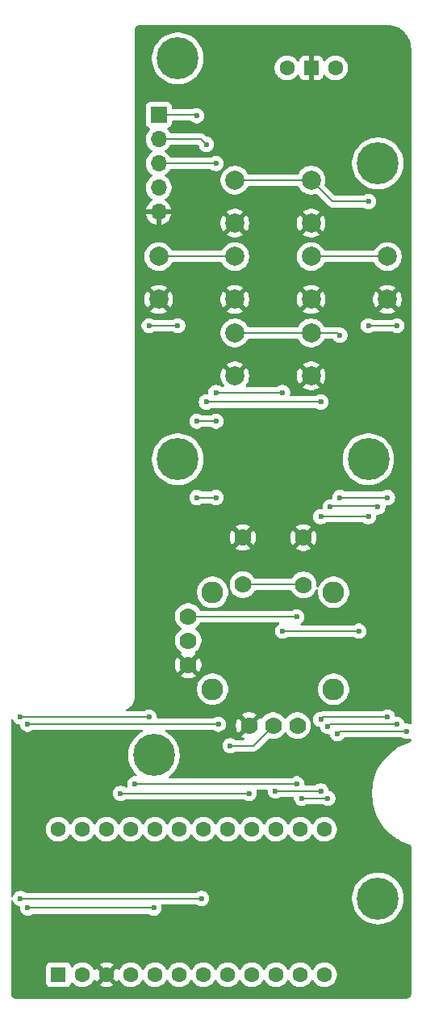
<source format=gbr>
%TF.GenerationSoftware,KiCad,Pcbnew,9.0.0*%
%TF.CreationDate,2025-04-04T15:17:04-04:00*%
%TF.ProjectId,right,72696768-742e-46b6-9963-61645f706362,rev?*%
%TF.SameCoordinates,Original*%
%TF.FileFunction,Copper,L2,Bot*%
%TF.FilePolarity,Positive*%
%FSLAX46Y46*%
G04 Gerber Fmt 4.6, Leading zero omitted, Abs format (unit mm)*
G04 Created by KiCad (PCBNEW 9.0.0) date 2025-04-04 15:17:04*
%MOMM*%
%LPD*%
G01*
G04 APERTURE LIST*
%TA.AperFunction,ComponentPad*%
%ADD10C,2.000000*%
%TD*%
%TA.AperFunction,ComponentPad*%
%ADD11C,1.600000*%
%TD*%
%TA.AperFunction,ComponentPad*%
%ADD12R,1.500000X1.500000*%
%TD*%
%TA.AperFunction,ComponentPad*%
%ADD13C,4.400000*%
%TD*%
%TA.AperFunction,ComponentPad*%
%ADD14R,1.600000X1.600000*%
%TD*%
%TA.AperFunction,ComponentPad*%
%ADD15R,1.700000X1.700000*%
%TD*%
%TA.AperFunction,ComponentPad*%
%ADD16O,1.700000X1.700000*%
%TD*%
%TA.AperFunction,ComponentPad*%
%ADD17C,2.286000*%
%TD*%
%TA.AperFunction,ComponentPad*%
%ADD18C,1.778000*%
%TD*%
%TA.AperFunction,ViaPad*%
%ADD19C,0.600000*%
%TD*%
%TA.AperFunction,Conductor*%
%ADD20C,0.200000*%
%TD*%
G04 APERTURE END LIST*
D10*
%TO.P,SW2,1,1*%
%TO.N,Net-(U1-B1)*%
X123650000Y-67330000D03*
X131650000Y-67330000D03*
%TO.P,SW2,2,2*%
%TO.N,GND*%
X123650000Y-71830000D03*
X131650000Y-71830000D03*
%TD*%
D11*
%TO.P,SW5,1,A*%
%TO.N,Net-(SW5-A)*%
X137110000Y-47580000D03*
D12*
%TO.P,SW5,2,B*%
%TO.N,GND*%
X139650000Y-47580000D03*
D11*
%TO.P,SW5,3,C*%
%TO.N,unconnected-(SW5-C-Pad3)*%
X142190000Y-47580000D03*
%TD*%
D13*
%TO.P,REF\u002A\u002A,*%
%TO.N,*%
X146650000Y-134580000D03*
%TD*%
D10*
%TO.P,SW3,1,1*%
%TO.N,Net-(U1-B6)*%
X139650000Y-67330000D03*
X147650000Y-67330000D03*
%TO.P,SW3,2,2*%
%TO.N,GND*%
X139650000Y-71830000D03*
X147650000Y-71830000D03*
%TD*%
D13*
%TO.P,REF\u002A\u002A,*%
%TO.N,*%
X145650000Y-88580000D03*
%TD*%
D14*
%TO.P,U1,1,TX*%
%TO.N,unconnected-(U1-TX-Pad1)*%
X113110000Y-142580000D03*
D11*
%TO.P,U1,2,RX*%
%TO.N,unconnected-(U1-RX-Pad2)*%
X115650000Y-142580000D03*
%TO.P,U1,3,GND*%
%TO.N,GND*%
X118190000Y-142580000D03*
%TO.P,U1,4,GND*%
%TO.N,unconnected-(U1-GND-Pad4)*%
X120730000Y-142580000D03*
%TO.P,U1,5,SDA*%
%TO.N,Net-(U1-SDA)*%
X123270000Y-142580000D03*
%TO.P,U1,6,SCL*%
%TO.N,unconnected-(U1-SCL-Pad6)*%
X125810000Y-142580000D03*
%TO.P,U1,7,D4*%
%TO.N,Vertical*%
X128350000Y-142580000D03*
%TO.P,U1,8,C6*%
%TO.N,unconnected-(U1-C6-Pad8)*%
X130890000Y-142580000D03*
%TO.P,U1,9,D7*%
%TO.N,Horizontal*%
X133430000Y-142580000D03*
%TO.P,U1,10,E6*%
%TO.N,Button*%
X135970000Y-142580000D03*
%TO.P,U1,11,B4*%
%TO.N,unconnected-(U1-B4-Pad11)*%
X138510000Y-142580000D03*
%TO.P,U1,12,B5*%
%TO.N,Net-(SW5-A)*%
X141050000Y-142580000D03*
%TO.P,U1,13,B6*%
%TO.N,Net-(U1-B6)*%
X141050000Y-127340000D03*
%TO.P,U1,14,B2*%
%TO.N,Net-(U1-B2)*%
X138510000Y-127340000D03*
%TO.P,U1,15,B3*%
%TO.N,Net-(U1-B3)*%
X135970000Y-127340000D03*
%TO.P,U1,16,B1*%
%TO.N,Net-(U1-B1)*%
X133430000Y-127340000D03*
%TO.P,U1,17,F7*%
%TO.N,Net-(U1-F7)*%
X130890000Y-127340000D03*
%TO.P,U1,18,F6*%
%TO.N,unconnected-(U1-F6-Pad18)*%
X128350000Y-127340000D03*
%TO.P,U1,19,F5*%
%TO.N,Net-(U1-F5)*%
X125810000Y-127340000D03*
%TO.P,U1,20,F4*%
%TO.N,unconnected-(U1-F4-Pad20)*%
X123270000Y-127340000D03*
%TO.P,U1,21,VCC*%
%TO.N,VCC*%
X120730000Y-127340000D03*
%TO.P,U1,22,RST*%
%TO.N,unconnected-(U1-RST-Pad22)*%
X118190000Y-127340000D03*
%TO.P,U1,23,GND*%
%TO.N,unconnected-(U1-GND-Pad23)*%
X115650000Y-127340000D03*
%TO.P,U1,24,RAW*%
%TO.N,unconnected-(U1-RAW-Pad24)*%
X113110000Y-127340000D03*
%TD*%
D13*
%TO.P,REF\u002A\u002A,*%
%TO.N,*%
X123150000Y-119580000D03*
%TD*%
D10*
%TO.P,SW4,1,1*%
%TO.N,Net-(U1-B2)*%
X131650000Y-59330000D03*
X139650000Y-59330000D03*
%TO.P,SW4,2,2*%
%TO.N,GND*%
X131650000Y-63830000D03*
X139650000Y-63830000D03*
%TD*%
D15*
%TO.P,J1,1,Pin_1*%
%TO.N,VCC*%
X123650000Y-52500000D03*
D16*
%TO.P,J1,2,Pin_2*%
%TO.N,Button*%
X123650000Y-55040000D03*
%TO.P,J1,3,Pin_3*%
%TO.N,Horizontal*%
X123650000Y-57580000D03*
%TO.P,J1,4,Pin_4*%
%TO.N,Vertical*%
X123650000Y-60120000D03*
%TO.P,J1,5,Pin_5*%
%TO.N,GND*%
X123650000Y-62660000D03*
%TD*%
D13*
%TO.P,REF\u002A\u002A,*%
%TO.N,*%
X146650000Y-57580000D03*
%TD*%
D10*
%TO.P,SW1,1,1*%
%TO.N,Net-(U1-B3)*%
X131650000Y-75330000D03*
X139650000Y-75330000D03*
%TO.P,SW1,2,2*%
%TO.N,GND*%
X131650000Y-79830000D03*
X139650000Y-79830000D03*
%TD*%
D17*
%TO.P,U3,*%
%TO.N,*%
X129300000Y-102515200D03*
X129300000Y-112645200D03*
X142000000Y-102500000D03*
X142000000Y-112660000D03*
D18*
%TO.P,U3,1,GND*%
%TO.N,GND*%
X133125000Y-116455200D03*
%TO.P,U3,2,OUT2*%
%TO.N,Net-(U1-F7)*%
X135665000Y-116475200D03*
%TO.P,U3,3,VCC*%
%TO.N,VCC*%
X138205000Y-116455200D03*
%TO.P,U3,4,VCC*%
X126760000Y-105040000D03*
%TO.P,U3,5,OUT1*%
%TO.N,Net-(U1-F5)*%
X126745000Y-107565200D03*
%TO.P,U3,6,GND*%
%TO.N,GND*%
X126745000Y-110105200D03*
%TO.P,U3,7,B1*%
%TO.N,Net-(U1-SDA)*%
X132475000Y-101705200D03*
X138835000Y-101725200D03*
%TO.P,U3,8,B2*%
%TO.N,GND*%
X132475000Y-96765200D03*
X138825000Y-96785000D03*
%TD*%
D13*
%TO.P,REF\u002A\u002A,*%
%TO.N,*%
X125650000Y-46580000D03*
%TD*%
%TO.P,REF\u002A\u002A,*%
%TO.N,*%
X125650000Y-88580000D03*
%TD*%
D19*
%TO.N,GND*%
X131650000Y-132580000D03*
X145650000Y-143580000D03*
X116650000Y-132580000D03*
X109650000Y-142580000D03*
%TO.N,Vertical*%
X109150000Y-115580000D03*
X122650000Y-74580000D03*
X122650000Y-115580000D03*
X128150000Y-134580000D03*
X109150000Y-134580000D03*
X125650000Y-74580000D03*
%TO.N,Button*%
X128650000Y-82580000D03*
X140650000Y-94580000D03*
X128650000Y-55580000D03*
X145650000Y-94580000D03*
X140650000Y-82580000D03*
%TO.N,VCC*%
X129650000Y-84580000D03*
X129650000Y-92580000D03*
X127650000Y-84580000D03*
X127650000Y-52580000D03*
X138150000Y-105080000D03*
X127650000Y-92580000D03*
X121150000Y-122580000D03*
X138150000Y-122580000D03*
%TO.N,Horizontal*%
X136650000Y-106580000D03*
X144650000Y-106580000D03*
X129650000Y-81580000D03*
X129650000Y-57580000D03*
X136650000Y-81580000D03*
%TO.N,Net-(U1-B3)*%
X140650000Y-123330000D03*
X147650000Y-115580000D03*
X142650000Y-75580000D03*
X140650000Y-115830000D03*
X142650000Y-92580000D03*
X135900000Y-123330000D03*
X147650000Y-92580000D03*
%TO.N,Net-(U1-B1)*%
X133150000Y-123580000D03*
X119650000Y-123580000D03*
%TO.N,Net-(U1-B6)*%
X149650000Y-117080000D03*
X142400000Y-117330000D03*
%TO.N,Net-(U1-B2)*%
X138650000Y-124080000D03*
X141400000Y-124080000D03*
X145650000Y-74580000D03*
X148650000Y-74580000D03*
X145650000Y-61580000D03*
X148650000Y-116330000D03*
X141400000Y-116580000D03*
%TO.N,Net-(SW5-A)*%
X141650000Y-93580000D03*
X146650000Y-93580000D03*
%TO.N,Net-(U1-F7)*%
X131150000Y-118580000D03*
%TO.N,Net-(U1-SDA)*%
X109900000Y-116330000D03*
X123150000Y-135580000D03*
X109900000Y-135580000D03*
X129900000Y-116330000D03*
%TD*%
D20*
%TO.N,Vertical*%
X109150000Y-134580000D02*
X128150000Y-134580000D01*
X122650000Y-115580000D02*
X109150000Y-115580000D01*
X122650000Y-74580000D02*
X125650000Y-74580000D01*
%TO.N,Button*%
X128110000Y-55040000D02*
X128650000Y-55580000D01*
X141650000Y-94580000D02*
X140650000Y-94580000D01*
X140650000Y-82580000D02*
X128650000Y-82580000D01*
X145650000Y-94580000D02*
X141650000Y-94580000D01*
X123650000Y-55040000D02*
X128110000Y-55040000D01*
%TO.N,VCC*%
X127570000Y-52500000D02*
X127650000Y-52580000D01*
X123650000Y-52500000D02*
X127570000Y-52500000D01*
X138110000Y-105040000D02*
X138150000Y-105080000D01*
X121150000Y-122580000D02*
X138150000Y-122580000D01*
X127650000Y-92580000D02*
X129650000Y-92580000D01*
X129650000Y-84580000D02*
X127650000Y-84580000D01*
X126760000Y-105040000D02*
X138110000Y-105040000D01*
%TO.N,Horizontal*%
X144650000Y-106580000D02*
X136650000Y-106580000D01*
X136650000Y-81580000D02*
X129650000Y-81580000D01*
X129650000Y-57580000D02*
X123650000Y-57580000D01*
%TO.N,Net-(U1-B3)*%
X140650000Y-115830000D02*
X140900000Y-115580000D01*
X140650000Y-123330000D02*
X135900000Y-123330000D01*
X147650000Y-92580000D02*
X142650000Y-92580000D01*
X140900000Y-115580000D02*
X147650000Y-115580000D01*
X142650000Y-75580000D02*
X142400000Y-75330000D01*
X142400000Y-75330000D02*
X139650000Y-75330000D01*
X131650000Y-75330000D02*
X139650000Y-75330000D01*
%TO.N,Net-(U1-B1)*%
X123650000Y-67330000D02*
X131650000Y-67330000D01*
X133150000Y-123580000D02*
X119650000Y-123580000D01*
%TO.N,Net-(U1-B6)*%
X149650000Y-117080000D02*
X142650000Y-117080000D01*
X142650000Y-117080000D02*
X142400000Y-117330000D01*
X139650000Y-67330000D02*
X147650000Y-67330000D01*
%TO.N,Net-(U1-B2)*%
X148650000Y-74580000D02*
X145650000Y-74580000D01*
X148650000Y-116330000D02*
X141650000Y-116330000D01*
X141650000Y-116330000D02*
X141400000Y-116580000D01*
X141400000Y-124080000D02*
X138650000Y-124080000D01*
X131650000Y-59330000D02*
X139650000Y-59330000D01*
X145650000Y-61580000D02*
X141900000Y-61580000D01*
X141900000Y-61580000D02*
X139650000Y-59330000D01*
%TO.N,Net-(SW5-A)*%
X146650000Y-93580000D02*
X146499942Y-93429942D01*
X141800058Y-93429942D02*
X141650000Y-93580000D01*
X146499942Y-93429942D02*
X141800058Y-93429942D01*
%TO.N,Net-(U1-F7)*%
X131150000Y-118580000D02*
X133560200Y-118580000D01*
X133560200Y-118580000D02*
X135665000Y-116475200D01*
%TO.N,Net-(U1-SDA)*%
X129900000Y-116330000D02*
X109900000Y-116330000D01*
X109900000Y-135580000D02*
X123150000Y-135580000D01*
X138815000Y-101705200D02*
X138835000Y-101725200D01*
X132475000Y-101705200D02*
X138815000Y-101705200D01*
%TD*%
%TA.AperFunction,Conductor*%
%TO.N,GND*%
G36*
X147653736Y-43080726D02*
G01*
X147943796Y-43098271D01*
X147958657Y-43100075D01*
X148240798Y-43151780D01*
X148255335Y-43155363D01*
X148529172Y-43240695D01*
X148543163Y-43246000D01*
X148804743Y-43363727D01*
X148817989Y-43370680D01*
X149063465Y-43519075D01*
X149075776Y-43527573D01*
X149133858Y-43573077D01*
X149301573Y-43704473D01*
X149312781Y-43714403D01*
X149515596Y-43917218D01*
X149525526Y-43928426D01*
X149645481Y-44081538D01*
X149702422Y-44154217D01*
X149710926Y-44166537D01*
X149738854Y-44212735D01*
X149859316Y-44412004D01*
X149866275Y-44425263D01*
X149983997Y-44686831D01*
X149989306Y-44700832D01*
X150074635Y-44974663D01*
X150078219Y-44989201D01*
X150129923Y-45271340D01*
X150131728Y-45286205D01*
X150149274Y-45576263D01*
X150149500Y-45583750D01*
X150149500Y-116234865D01*
X150129815Y-116301904D01*
X150077011Y-116347659D01*
X150007853Y-116357603D01*
X149978048Y-116349427D01*
X149955994Y-116340292D01*
X149883497Y-116310263D01*
X149883494Y-116310262D01*
X149883491Y-116310261D01*
X149728845Y-116279500D01*
X149728842Y-116279500D01*
X149571158Y-116279500D01*
X149571150Y-116279500D01*
X149570174Y-116279596D01*
X149569668Y-116279500D01*
X149565066Y-116279500D01*
X149565066Y-116278626D01*
X149501530Y-116266566D01*
X149450827Y-116218494D01*
X149436422Y-116180382D01*
X149419738Y-116096510D01*
X149419737Y-116096503D01*
X149384197Y-116010700D01*
X149359397Y-115950827D01*
X149359390Y-115950814D01*
X149271789Y-115819711D01*
X149271786Y-115819707D01*
X149160292Y-115708213D01*
X149160288Y-115708210D01*
X149029185Y-115620609D01*
X149029172Y-115620602D01*
X148883501Y-115560264D01*
X148883489Y-115560261D01*
X148728845Y-115529500D01*
X148728842Y-115529500D01*
X148571158Y-115529500D01*
X148571150Y-115529500D01*
X148570174Y-115529596D01*
X148569668Y-115529500D01*
X148565066Y-115529500D01*
X148565066Y-115528626D01*
X148501530Y-115516566D01*
X148450827Y-115468494D01*
X148436422Y-115430382D01*
X148424986Y-115372891D01*
X148419737Y-115346503D01*
X148419735Y-115346498D01*
X148359397Y-115200827D01*
X148359390Y-115200814D01*
X148271789Y-115069711D01*
X148271786Y-115069707D01*
X148160292Y-114958213D01*
X148160288Y-114958210D01*
X148029185Y-114870609D01*
X148029172Y-114870602D01*
X147883501Y-114810264D01*
X147883489Y-114810261D01*
X147728845Y-114779500D01*
X147728842Y-114779500D01*
X147571158Y-114779500D01*
X147571155Y-114779500D01*
X147416510Y-114810261D01*
X147416498Y-114810264D01*
X147270827Y-114870602D01*
X147270814Y-114870609D01*
X147139125Y-114958602D01*
X147072447Y-114979480D01*
X147070234Y-114979500D01*
X140820940Y-114979500D01*
X140780019Y-114990464D01*
X140780019Y-114990465D01*
X140668216Y-115020423D01*
X140668214Y-115020424D01*
X140660366Y-115022527D01*
X140660180Y-115021834D01*
X140621637Y-115029500D01*
X140571155Y-115029500D01*
X140416510Y-115060261D01*
X140416498Y-115060264D01*
X140270827Y-115120602D01*
X140270814Y-115120609D01*
X140139711Y-115208210D01*
X140139707Y-115208213D01*
X140028213Y-115319707D01*
X140028210Y-115319711D01*
X139940609Y-115450814D01*
X139940602Y-115450827D01*
X139880264Y-115596498D01*
X139880261Y-115596510D01*
X139849500Y-115751153D01*
X139849500Y-115908846D01*
X139880261Y-116063489D01*
X139880264Y-116063501D01*
X139940602Y-116209172D01*
X139940609Y-116209185D01*
X140028210Y-116340288D01*
X140028213Y-116340292D01*
X140139707Y-116451786D01*
X140139711Y-116451789D01*
X140270814Y-116539390D01*
X140270827Y-116539397D01*
X140416498Y-116599735D01*
X140416503Y-116599737D01*
X140512367Y-116618805D01*
X140513535Y-116619038D01*
X140575446Y-116651422D01*
X140610020Y-116712138D01*
X140610961Y-116716463D01*
X140630261Y-116813491D01*
X140630264Y-116813501D01*
X140690602Y-116959172D01*
X140690609Y-116959185D01*
X140778210Y-117090288D01*
X140778213Y-117090292D01*
X140889707Y-117201786D01*
X140889711Y-117201789D01*
X141020814Y-117289390D01*
X141020827Y-117289397D01*
X141166498Y-117349735D01*
X141166503Y-117349737D01*
X141320650Y-117380399D01*
X141321153Y-117380499D01*
X141321156Y-117380500D01*
X141321158Y-117380500D01*
X141478841Y-117380500D01*
X141478842Y-117380500D01*
X141478842Y-117380499D01*
X141479806Y-117380405D01*
X141480307Y-117380500D01*
X141484934Y-117380500D01*
X141484934Y-117381377D01*
X141548452Y-117393424D01*
X141599162Y-117441489D01*
X141613577Y-117479616D01*
X141630261Y-117563491D01*
X141630264Y-117563501D01*
X141690602Y-117709172D01*
X141690609Y-117709185D01*
X141778210Y-117840288D01*
X141778213Y-117840292D01*
X141889707Y-117951786D01*
X141889711Y-117951789D01*
X142020814Y-118039390D01*
X142020827Y-118039397D01*
X142094013Y-118069711D01*
X142166503Y-118099737D01*
X142321153Y-118130499D01*
X142321156Y-118130500D01*
X142321158Y-118130500D01*
X142478844Y-118130500D01*
X142478845Y-118130499D01*
X142633497Y-118099737D01*
X142779179Y-118039394D01*
X142910289Y-117951789D01*
X143021789Y-117840289D01*
X143091734Y-117735608D01*
X143145346Y-117690804D01*
X143194836Y-117680500D01*
X149070234Y-117680500D01*
X149137273Y-117700185D01*
X149139125Y-117701398D01*
X149270814Y-117789390D01*
X149270827Y-117789397D01*
X149416498Y-117849735D01*
X149416503Y-117849737D01*
X149571153Y-117880499D01*
X149571156Y-117880500D01*
X149571158Y-117880500D01*
X149728844Y-117880500D01*
X149728845Y-117880499D01*
X149883497Y-117849737D01*
X149978048Y-117810572D01*
X150010675Y-117807065D01*
X150043147Y-117802396D01*
X150045234Y-117803349D01*
X150047517Y-117803104D01*
X150076860Y-117817792D01*
X150106703Y-117831421D01*
X150107943Y-117833351D01*
X150109996Y-117834379D01*
X150126736Y-117862594D01*
X150144477Y-117890199D01*
X150144912Y-117893228D01*
X150145648Y-117894468D01*
X150149500Y-117925134D01*
X150149500Y-118074513D01*
X150129815Y-118141552D01*
X150077011Y-118187307D01*
X150059554Y-118193745D01*
X149889401Y-118242342D01*
X149464313Y-118401866D01*
X149464291Y-118401876D01*
X149053455Y-118595198D01*
X148659563Y-118821051D01*
X148285191Y-119077961D01*
X148285184Y-119077966D01*
X147932766Y-119364258D01*
X147932765Y-119364259D01*
X147604598Y-119678076D01*
X147604586Y-119678089D01*
X147302843Y-120017343D01*
X147029446Y-120379879D01*
X146786221Y-120763274D01*
X146786206Y-120763300D01*
X146574726Y-121165070D01*
X146574718Y-121165087D01*
X146396365Y-121582601D01*
X146396349Y-121582642D01*
X146252272Y-122013213D01*
X146252271Y-122013218D01*
X146143414Y-122454031D01*
X146116311Y-122620609D01*
X146070496Y-122902190D01*
X146033989Y-123354786D01*
X146034136Y-123808835D01*
X146070932Y-124261393D01*
X146070933Y-124261399D01*
X146144138Y-124709502D01*
X146144140Y-124709512D01*
X146253282Y-125150264D01*
X146397640Y-125580751D01*
X146397646Y-125580768D01*
X146576280Y-125998194D01*
X146576284Y-125998202D01*
X146788031Y-126399849D01*
X147031493Y-126783074D01*
X147031502Y-126783087D01*
X147031506Y-126783092D01*
X147031509Y-126783097D01*
X147229342Y-127045081D01*
X147305137Y-127145454D01*
X147607101Y-127484519D01*
X147607107Y-127484524D01*
X147935470Y-127798123D01*
X147935478Y-127798129D01*
X148288064Y-128084185D01*
X148288070Y-128084189D01*
X148662614Y-128340863D01*
X148662618Y-128340865D01*
X148662622Y-128340868D01*
X148742872Y-128386814D01*
X149056661Y-128566470D01*
X149056663Y-128566471D01*
X149056665Y-128566472D01*
X149467631Y-128759532D01*
X149467641Y-128759536D01*
X149467646Y-128759538D01*
X149892844Y-128918791D01*
X150059477Y-128966267D01*
X150118557Y-129003567D01*
X150148092Y-129066887D01*
X150149500Y-129085521D01*
X150149500Y-144573038D01*
X150148720Y-144586922D01*
X150148720Y-144586923D01*
X150138540Y-144677264D01*
X150132362Y-144704333D01*
X150104648Y-144783537D01*
X150092600Y-144808555D01*
X150047957Y-144879604D01*
X150030644Y-144901313D01*
X149971313Y-144960644D01*
X149949604Y-144977957D01*
X149878555Y-145022600D01*
X149853537Y-145034648D01*
X149774333Y-145062362D01*
X149747264Y-145068540D01*
X149667075Y-145077576D01*
X149656921Y-145078720D01*
X149643038Y-145079500D01*
X108656962Y-145079500D01*
X108643078Y-145078720D01*
X108630553Y-145077308D01*
X108552735Y-145068540D01*
X108525666Y-145062362D01*
X108446462Y-145034648D01*
X108421444Y-145022600D01*
X108350395Y-144977957D01*
X108328686Y-144960644D01*
X108269355Y-144901313D01*
X108252042Y-144879604D01*
X108207399Y-144808555D01*
X108195351Y-144783537D01*
X108167637Y-144704333D01*
X108161459Y-144677263D01*
X108151280Y-144586922D01*
X108150500Y-144573038D01*
X108150500Y-141732135D01*
X111809500Y-141732135D01*
X111809500Y-143427870D01*
X111809501Y-143427876D01*
X111815908Y-143487483D01*
X111866202Y-143622328D01*
X111866206Y-143622335D01*
X111952452Y-143737544D01*
X111952455Y-143737547D01*
X112067664Y-143823793D01*
X112067671Y-143823797D01*
X112202517Y-143874091D01*
X112202516Y-143874091D01*
X112209444Y-143874835D01*
X112262127Y-143880500D01*
X113957872Y-143880499D01*
X114017483Y-143874091D01*
X114152331Y-143823796D01*
X114267546Y-143737546D01*
X114353796Y-143622331D01*
X114404091Y-143487483D01*
X114408061Y-143450556D01*
X114434796Y-143386011D01*
X114492188Y-143346161D01*
X114562013Y-143343666D01*
X114622102Y-143379317D01*
X114631667Y-143390929D01*
X114658032Y-143427217D01*
X114802786Y-143571971D01*
X114923226Y-143659474D01*
X114968390Y-143692287D01*
X115057212Y-143737544D01*
X115150776Y-143785218D01*
X115150778Y-143785218D01*
X115150781Y-143785220D01*
X115255137Y-143819127D01*
X115345465Y-143848477D01*
X115446557Y-143864488D01*
X115547648Y-143880500D01*
X115547649Y-143880500D01*
X115752351Y-143880500D01*
X115752352Y-143880500D01*
X115954534Y-143848477D01*
X116149219Y-143785220D01*
X116331610Y-143692287D01*
X116427901Y-143622328D01*
X116497213Y-143571971D01*
X116497215Y-143571968D01*
X116497219Y-143571966D01*
X116641966Y-143427219D01*
X116641968Y-143427215D01*
X116641971Y-143427213D01*
X116762286Y-143261611D01*
X116762415Y-143261359D01*
X116809795Y-143168369D01*
X116857769Y-143117573D01*
X116925590Y-143100778D01*
X116991725Y-143123315D01*
X117030765Y-143168369D01*
X117078141Y-143261350D01*
X117078147Y-143261359D01*
X117110523Y-143305921D01*
X117110524Y-143305922D01*
X117666212Y-142750234D01*
X117677482Y-142792292D01*
X117749890Y-142917708D01*
X117852292Y-143020110D01*
X117977708Y-143092518D01*
X118019765Y-143103787D01*
X117464076Y-143659474D01*
X117508650Y-143691859D01*
X117690968Y-143784755D01*
X117885582Y-143847990D01*
X118087683Y-143880000D01*
X118292317Y-143880000D01*
X118494417Y-143847990D01*
X118689031Y-143784755D01*
X118871349Y-143691859D01*
X118915921Y-143659474D01*
X118360234Y-143103787D01*
X118402292Y-143092518D01*
X118527708Y-143020110D01*
X118630110Y-142917708D01*
X118702518Y-142792292D01*
X118713787Y-142750235D01*
X119269474Y-143305922D01*
X119269474Y-143305921D01*
X119301861Y-143261347D01*
X119301861Y-143261346D01*
X119349234Y-143168371D01*
X119397208Y-143117575D01*
X119465028Y-143100779D01*
X119531164Y-143123316D01*
X119570203Y-143168369D01*
X119617713Y-143261611D01*
X119738028Y-143427213D01*
X119882786Y-143571971D01*
X120003226Y-143659474D01*
X120048390Y-143692287D01*
X120137212Y-143737544D01*
X120230776Y-143785218D01*
X120230778Y-143785218D01*
X120230781Y-143785220D01*
X120335137Y-143819127D01*
X120425465Y-143848477D01*
X120526557Y-143864488D01*
X120627648Y-143880500D01*
X120627649Y-143880500D01*
X120832351Y-143880500D01*
X120832352Y-143880500D01*
X121034534Y-143848477D01*
X121229219Y-143785220D01*
X121411610Y-143692287D01*
X121507901Y-143622328D01*
X121577213Y-143571971D01*
X121577215Y-143571968D01*
X121577219Y-143571966D01*
X121721966Y-143427219D01*
X121721968Y-143427215D01*
X121721971Y-143427213D01*
X121842284Y-143261614D01*
X121842286Y-143261611D01*
X121842287Y-143261610D01*
X121889516Y-143168917D01*
X121937489Y-143118123D01*
X122005310Y-143101328D01*
X122071445Y-143123865D01*
X122110485Y-143168919D01*
X122157715Y-143261614D01*
X122278028Y-143427213D01*
X122422786Y-143571971D01*
X122543226Y-143659474D01*
X122588390Y-143692287D01*
X122677212Y-143737544D01*
X122770776Y-143785218D01*
X122770778Y-143785218D01*
X122770781Y-143785220D01*
X122875137Y-143819127D01*
X122965465Y-143848477D01*
X123066557Y-143864488D01*
X123167648Y-143880500D01*
X123167649Y-143880500D01*
X123372351Y-143880500D01*
X123372352Y-143880500D01*
X123574534Y-143848477D01*
X123769219Y-143785220D01*
X123951610Y-143692287D01*
X124047901Y-143622328D01*
X124117213Y-143571971D01*
X124117215Y-143571968D01*
X124117219Y-143571966D01*
X124261966Y-143427219D01*
X124261968Y-143427215D01*
X124261971Y-143427213D01*
X124382284Y-143261614D01*
X124382286Y-143261611D01*
X124382287Y-143261610D01*
X124429516Y-143168917D01*
X124477489Y-143118123D01*
X124545310Y-143101328D01*
X124611445Y-143123865D01*
X124650485Y-143168919D01*
X124697715Y-143261614D01*
X124818028Y-143427213D01*
X124962786Y-143571971D01*
X125083226Y-143659474D01*
X125128390Y-143692287D01*
X125217212Y-143737544D01*
X125310776Y-143785218D01*
X125310778Y-143785218D01*
X125310781Y-143785220D01*
X125415137Y-143819127D01*
X125505465Y-143848477D01*
X125606557Y-143864488D01*
X125707648Y-143880500D01*
X125707649Y-143880500D01*
X125912351Y-143880500D01*
X125912352Y-143880500D01*
X126114534Y-143848477D01*
X126309219Y-143785220D01*
X126491610Y-143692287D01*
X126587901Y-143622328D01*
X126657213Y-143571971D01*
X126657215Y-143571968D01*
X126657219Y-143571966D01*
X126801966Y-143427219D01*
X126801968Y-143427215D01*
X126801971Y-143427213D01*
X126922284Y-143261614D01*
X126922286Y-143261611D01*
X126922287Y-143261610D01*
X126969516Y-143168917D01*
X127017489Y-143118123D01*
X127085310Y-143101328D01*
X127151445Y-143123865D01*
X127190485Y-143168919D01*
X127237715Y-143261614D01*
X127358028Y-143427213D01*
X127502786Y-143571971D01*
X127623226Y-143659474D01*
X127668390Y-143692287D01*
X127757212Y-143737544D01*
X127850776Y-143785218D01*
X127850778Y-143785218D01*
X127850781Y-143785220D01*
X127955137Y-143819127D01*
X128045465Y-143848477D01*
X128146557Y-143864488D01*
X128247648Y-143880500D01*
X128247649Y-143880500D01*
X128452351Y-143880500D01*
X128452352Y-143880500D01*
X128654534Y-143848477D01*
X128849219Y-143785220D01*
X129031610Y-143692287D01*
X129127901Y-143622328D01*
X129197213Y-143571971D01*
X129197215Y-143571968D01*
X129197219Y-143571966D01*
X129341966Y-143427219D01*
X129341968Y-143427215D01*
X129341971Y-143427213D01*
X129462284Y-143261614D01*
X129462286Y-143261611D01*
X129462287Y-143261610D01*
X129509516Y-143168917D01*
X129557489Y-143118123D01*
X129625310Y-143101328D01*
X129691445Y-143123865D01*
X129730485Y-143168919D01*
X129777715Y-143261614D01*
X129898028Y-143427213D01*
X130042786Y-143571971D01*
X130163226Y-143659474D01*
X130208390Y-143692287D01*
X130297212Y-143737544D01*
X130390776Y-143785218D01*
X130390778Y-143785218D01*
X130390781Y-143785220D01*
X130495137Y-143819127D01*
X130585465Y-143848477D01*
X130686557Y-143864488D01*
X130787648Y-143880500D01*
X130787649Y-143880500D01*
X130992351Y-143880500D01*
X130992352Y-143880500D01*
X131194534Y-143848477D01*
X131389219Y-143785220D01*
X131571610Y-143692287D01*
X131667901Y-143622328D01*
X131737213Y-143571971D01*
X131737215Y-143571968D01*
X131737219Y-143571966D01*
X131881966Y-143427219D01*
X131881968Y-143427215D01*
X131881971Y-143427213D01*
X132002284Y-143261614D01*
X132002286Y-143261611D01*
X132002287Y-143261610D01*
X132049516Y-143168917D01*
X132097489Y-143118123D01*
X132165310Y-143101328D01*
X132231445Y-143123865D01*
X132270485Y-143168919D01*
X132317715Y-143261614D01*
X132438028Y-143427213D01*
X132582786Y-143571971D01*
X132703226Y-143659474D01*
X132748390Y-143692287D01*
X132837212Y-143737544D01*
X132930776Y-143785218D01*
X132930778Y-143785218D01*
X132930781Y-143785220D01*
X133035137Y-143819127D01*
X133125465Y-143848477D01*
X133226557Y-143864488D01*
X133327648Y-143880500D01*
X133327649Y-143880500D01*
X133532351Y-143880500D01*
X133532352Y-143880500D01*
X133734534Y-143848477D01*
X133929219Y-143785220D01*
X134111610Y-143692287D01*
X134207901Y-143622328D01*
X134277213Y-143571971D01*
X134277215Y-143571968D01*
X134277219Y-143571966D01*
X134421966Y-143427219D01*
X134421968Y-143427215D01*
X134421971Y-143427213D01*
X134542284Y-143261614D01*
X134542286Y-143261611D01*
X134542287Y-143261610D01*
X134589516Y-143168917D01*
X134637489Y-143118123D01*
X134705310Y-143101328D01*
X134771445Y-143123865D01*
X134810485Y-143168919D01*
X134857715Y-143261614D01*
X134978028Y-143427213D01*
X135122786Y-143571971D01*
X135243226Y-143659474D01*
X135288390Y-143692287D01*
X135377212Y-143737544D01*
X135470776Y-143785218D01*
X135470778Y-143785218D01*
X135470781Y-143785220D01*
X135575137Y-143819127D01*
X135665465Y-143848477D01*
X135766557Y-143864488D01*
X135867648Y-143880500D01*
X135867649Y-143880500D01*
X136072351Y-143880500D01*
X136072352Y-143880500D01*
X136274534Y-143848477D01*
X136469219Y-143785220D01*
X136651610Y-143692287D01*
X136747901Y-143622328D01*
X136817213Y-143571971D01*
X136817215Y-143571968D01*
X136817219Y-143571966D01*
X136961966Y-143427219D01*
X136961968Y-143427215D01*
X136961971Y-143427213D01*
X137082284Y-143261614D01*
X137082286Y-143261611D01*
X137082287Y-143261610D01*
X137129516Y-143168917D01*
X137177489Y-143118123D01*
X137245310Y-143101328D01*
X137311445Y-143123865D01*
X137350485Y-143168919D01*
X137397715Y-143261614D01*
X137518028Y-143427213D01*
X137662786Y-143571971D01*
X137783226Y-143659474D01*
X137828390Y-143692287D01*
X137917212Y-143737544D01*
X138010776Y-143785218D01*
X138010778Y-143785218D01*
X138010781Y-143785220D01*
X138115137Y-143819127D01*
X138205465Y-143848477D01*
X138306557Y-143864488D01*
X138407648Y-143880500D01*
X138407649Y-143880500D01*
X138612351Y-143880500D01*
X138612352Y-143880500D01*
X138814534Y-143848477D01*
X139009219Y-143785220D01*
X139191610Y-143692287D01*
X139287901Y-143622328D01*
X139357213Y-143571971D01*
X139357215Y-143571968D01*
X139357219Y-143571966D01*
X139501966Y-143427219D01*
X139501968Y-143427215D01*
X139501971Y-143427213D01*
X139622284Y-143261614D01*
X139622286Y-143261611D01*
X139622287Y-143261610D01*
X139669516Y-143168917D01*
X139717489Y-143118123D01*
X139785310Y-143101328D01*
X139851445Y-143123865D01*
X139890485Y-143168919D01*
X139937715Y-143261614D01*
X140058028Y-143427213D01*
X140202786Y-143571971D01*
X140323226Y-143659474D01*
X140368390Y-143692287D01*
X140457212Y-143737544D01*
X140550776Y-143785218D01*
X140550778Y-143785218D01*
X140550781Y-143785220D01*
X140655137Y-143819127D01*
X140745465Y-143848477D01*
X140846557Y-143864488D01*
X140947648Y-143880500D01*
X140947649Y-143880500D01*
X141152351Y-143880500D01*
X141152352Y-143880500D01*
X141354534Y-143848477D01*
X141549219Y-143785220D01*
X141731610Y-143692287D01*
X141827901Y-143622328D01*
X141897213Y-143571971D01*
X141897215Y-143571968D01*
X141897219Y-143571966D01*
X142041966Y-143427219D01*
X142041968Y-143427215D01*
X142041971Y-143427213D01*
X142102670Y-143343666D01*
X142162287Y-143261610D01*
X142255220Y-143079219D01*
X142318477Y-142884534D01*
X142350500Y-142682352D01*
X142350500Y-142477648D01*
X142318477Y-142275466D01*
X142302549Y-142226446D01*
X142255218Y-142080776D01*
X142162420Y-141898652D01*
X142162287Y-141898390D01*
X142130092Y-141854077D01*
X142041971Y-141732786D01*
X141897213Y-141588028D01*
X141731613Y-141467715D01*
X141731612Y-141467714D01*
X141731610Y-141467713D01*
X141674653Y-141438691D01*
X141549223Y-141374781D01*
X141354534Y-141311522D01*
X141179995Y-141283878D01*
X141152352Y-141279500D01*
X140947648Y-141279500D01*
X140923329Y-141283351D01*
X140745465Y-141311522D01*
X140550776Y-141374781D01*
X140368386Y-141467715D01*
X140202786Y-141588028D01*
X140058028Y-141732786D01*
X139937715Y-141898386D01*
X139890485Y-141991080D01*
X139842510Y-142041876D01*
X139774689Y-142058671D01*
X139708554Y-142036134D01*
X139669515Y-141991080D01*
X139622420Y-141898652D01*
X139622287Y-141898390D01*
X139590092Y-141854077D01*
X139501971Y-141732786D01*
X139357213Y-141588028D01*
X139191613Y-141467715D01*
X139191612Y-141467714D01*
X139191610Y-141467713D01*
X139134653Y-141438691D01*
X139009223Y-141374781D01*
X138814534Y-141311522D01*
X138639995Y-141283878D01*
X138612352Y-141279500D01*
X138407648Y-141279500D01*
X138383329Y-141283351D01*
X138205465Y-141311522D01*
X138010776Y-141374781D01*
X137828386Y-141467715D01*
X137662786Y-141588028D01*
X137518028Y-141732786D01*
X137397715Y-141898386D01*
X137350485Y-141991080D01*
X137302510Y-142041876D01*
X137234689Y-142058671D01*
X137168554Y-142036134D01*
X137129515Y-141991080D01*
X137082420Y-141898652D01*
X137082287Y-141898390D01*
X137050092Y-141854077D01*
X136961971Y-141732786D01*
X136817213Y-141588028D01*
X136651613Y-141467715D01*
X136651612Y-141467714D01*
X136651610Y-141467713D01*
X136594653Y-141438691D01*
X136469223Y-141374781D01*
X136274534Y-141311522D01*
X136099995Y-141283878D01*
X136072352Y-141279500D01*
X135867648Y-141279500D01*
X135843329Y-141283351D01*
X135665465Y-141311522D01*
X135470776Y-141374781D01*
X135288386Y-141467715D01*
X135122786Y-141588028D01*
X134978028Y-141732786D01*
X134857715Y-141898386D01*
X134810485Y-141991080D01*
X134762510Y-142041876D01*
X134694689Y-142058671D01*
X134628554Y-142036134D01*
X134589515Y-141991080D01*
X134542420Y-141898652D01*
X134542287Y-141898390D01*
X134510092Y-141854077D01*
X134421971Y-141732786D01*
X134277213Y-141588028D01*
X134111613Y-141467715D01*
X134111612Y-141467714D01*
X134111610Y-141467713D01*
X134054653Y-141438691D01*
X133929223Y-141374781D01*
X133734534Y-141311522D01*
X133559995Y-141283878D01*
X133532352Y-141279500D01*
X133327648Y-141279500D01*
X133303329Y-141283351D01*
X133125465Y-141311522D01*
X132930776Y-141374781D01*
X132748386Y-141467715D01*
X132582786Y-141588028D01*
X132438028Y-141732786D01*
X132317715Y-141898386D01*
X132270485Y-141991080D01*
X132222510Y-142041876D01*
X132154689Y-142058671D01*
X132088554Y-142036134D01*
X132049515Y-141991080D01*
X132002420Y-141898652D01*
X132002287Y-141898390D01*
X131970092Y-141854077D01*
X131881971Y-141732786D01*
X131737213Y-141588028D01*
X131571613Y-141467715D01*
X131571612Y-141467714D01*
X131571610Y-141467713D01*
X131514653Y-141438691D01*
X131389223Y-141374781D01*
X131194534Y-141311522D01*
X131019995Y-141283878D01*
X130992352Y-141279500D01*
X130787648Y-141279500D01*
X130763329Y-141283351D01*
X130585465Y-141311522D01*
X130390776Y-141374781D01*
X130208386Y-141467715D01*
X130042786Y-141588028D01*
X129898028Y-141732786D01*
X129777715Y-141898386D01*
X129730485Y-141991080D01*
X129682510Y-142041876D01*
X129614689Y-142058671D01*
X129548554Y-142036134D01*
X129509515Y-141991080D01*
X129462420Y-141898652D01*
X129462287Y-141898390D01*
X129430092Y-141854077D01*
X129341971Y-141732786D01*
X129197213Y-141588028D01*
X129031613Y-141467715D01*
X129031612Y-141467714D01*
X129031610Y-141467713D01*
X128974653Y-141438691D01*
X128849223Y-141374781D01*
X128654534Y-141311522D01*
X128479995Y-141283878D01*
X128452352Y-141279500D01*
X128247648Y-141279500D01*
X128223329Y-141283351D01*
X128045465Y-141311522D01*
X127850776Y-141374781D01*
X127668386Y-141467715D01*
X127502786Y-141588028D01*
X127358028Y-141732786D01*
X127237715Y-141898386D01*
X127190485Y-141991080D01*
X127142510Y-142041876D01*
X127074689Y-142058671D01*
X127008554Y-142036134D01*
X126969515Y-141991080D01*
X126922420Y-141898652D01*
X126922287Y-141898390D01*
X126890092Y-141854077D01*
X126801971Y-141732786D01*
X126657213Y-141588028D01*
X126491613Y-141467715D01*
X126491612Y-141467714D01*
X126491610Y-141467713D01*
X126434653Y-141438691D01*
X126309223Y-141374781D01*
X126114534Y-141311522D01*
X125939995Y-141283878D01*
X125912352Y-141279500D01*
X125707648Y-141279500D01*
X125683329Y-141283351D01*
X125505465Y-141311522D01*
X125310776Y-141374781D01*
X125128386Y-141467715D01*
X124962786Y-141588028D01*
X124818028Y-141732786D01*
X124697715Y-141898386D01*
X124650485Y-141991080D01*
X124602510Y-142041876D01*
X124534689Y-142058671D01*
X124468554Y-142036134D01*
X124429515Y-141991080D01*
X124382420Y-141898652D01*
X124382287Y-141898390D01*
X124350092Y-141854077D01*
X124261971Y-141732786D01*
X124117213Y-141588028D01*
X123951613Y-141467715D01*
X123951612Y-141467714D01*
X123951610Y-141467713D01*
X123894653Y-141438691D01*
X123769223Y-141374781D01*
X123574534Y-141311522D01*
X123399995Y-141283878D01*
X123372352Y-141279500D01*
X123167648Y-141279500D01*
X123143329Y-141283351D01*
X122965465Y-141311522D01*
X122770776Y-141374781D01*
X122588386Y-141467715D01*
X122422786Y-141588028D01*
X122278028Y-141732786D01*
X122157715Y-141898386D01*
X122110485Y-141991080D01*
X122062510Y-142041876D01*
X121994689Y-142058671D01*
X121928554Y-142036134D01*
X121889515Y-141991080D01*
X121842420Y-141898652D01*
X121842287Y-141898390D01*
X121810092Y-141854077D01*
X121721971Y-141732786D01*
X121577213Y-141588028D01*
X121411613Y-141467715D01*
X121411612Y-141467714D01*
X121411610Y-141467713D01*
X121354653Y-141438691D01*
X121229223Y-141374781D01*
X121034534Y-141311522D01*
X120859995Y-141283878D01*
X120832352Y-141279500D01*
X120627648Y-141279500D01*
X120603329Y-141283351D01*
X120425465Y-141311522D01*
X120230776Y-141374781D01*
X120048386Y-141467715D01*
X119882786Y-141588028D01*
X119738028Y-141732786D01*
X119617713Y-141898388D01*
X119570203Y-141991630D01*
X119522228Y-142042426D01*
X119454407Y-142059220D01*
X119388272Y-142036682D01*
X119349234Y-141991628D01*
X119301861Y-141898652D01*
X119269474Y-141854077D01*
X119269474Y-141854076D01*
X118713787Y-142409764D01*
X118702518Y-142367708D01*
X118630110Y-142242292D01*
X118527708Y-142139890D01*
X118402292Y-142067482D01*
X118360233Y-142056212D01*
X118915922Y-141500524D01*
X118915921Y-141500523D01*
X118871359Y-141468147D01*
X118871350Y-141468141D01*
X118689031Y-141375244D01*
X118494417Y-141312009D01*
X118292317Y-141280000D01*
X118087683Y-141280000D01*
X117885582Y-141312009D01*
X117690968Y-141375244D01*
X117508644Y-141468143D01*
X117464077Y-141500523D01*
X117464077Y-141500524D01*
X118019766Y-142056212D01*
X117977708Y-142067482D01*
X117852292Y-142139890D01*
X117749890Y-142242292D01*
X117677482Y-142367708D01*
X117666212Y-142409765D01*
X117110524Y-141854077D01*
X117110523Y-141854077D01*
X117078143Y-141898644D01*
X117030765Y-141991630D01*
X116982790Y-142042426D01*
X116914969Y-142059221D01*
X116848834Y-142036683D01*
X116809795Y-141991630D01*
X116762284Y-141898385D01*
X116641971Y-141732786D01*
X116497213Y-141588028D01*
X116331613Y-141467715D01*
X116331612Y-141467714D01*
X116331610Y-141467713D01*
X116274653Y-141438691D01*
X116149223Y-141374781D01*
X115954534Y-141311522D01*
X115779995Y-141283878D01*
X115752352Y-141279500D01*
X115547648Y-141279500D01*
X115523329Y-141283351D01*
X115345465Y-141311522D01*
X115150776Y-141374781D01*
X114968386Y-141467715D01*
X114802786Y-141588028D01*
X114658032Y-141732782D01*
X114631668Y-141769070D01*
X114576338Y-141811735D01*
X114506724Y-141817714D01*
X114444929Y-141785108D01*
X114410572Y-141724269D01*
X114408060Y-141709438D01*
X114407640Y-141705533D01*
X114404091Y-141672517D01*
X114353796Y-141537669D01*
X114353795Y-141537668D01*
X114353793Y-141537664D01*
X114267547Y-141422455D01*
X114267544Y-141422452D01*
X114152335Y-141336206D01*
X114152328Y-141336202D01*
X114017482Y-141285908D01*
X114017483Y-141285908D01*
X113957883Y-141279501D01*
X113957881Y-141279500D01*
X113957873Y-141279500D01*
X113957864Y-141279500D01*
X112262129Y-141279500D01*
X112262123Y-141279501D01*
X112202516Y-141285908D01*
X112067671Y-141336202D01*
X112067664Y-141336206D01*
X111952455Y-141422452D01*
X111952452Y-141422455D01*
X111866206Y-141537664D01*
X111866202Y-141537671D01*
X111815908Y-141672517D01*
X111809501Y-141732116D01*
X111809500Y-141732135D01*
X108150500Y-141732135D01*
X108150500Y-134882190D01*
X108170185Y-134815151D01*
X108222989Y-134769396D01*
X108292147Y-134759452D01*
X108355703Y-134788477D01*
X108389061Y-134834738D01*
X108440602Y-134959172D01*
X108440609Y-134959185D01*
X108528210Y-135090288D01*
X108528213Y-135090292D01*
X108639707Y-135201786D01*
X108639711Y-135201789D01*
X108770814Y-135289390D01*
X108770827Y-135289397D01*
X108908695Y-135346503D01*
X108916503Y-135349737D01*
X108962914Y-135358968D01*
X109000382Y-135366422D01*
X109062293Y-135398807D01*
X109096867Y-135459522D01*
X109099253Y-135495066D01*
X109099500Y-135495066D01*
X109099500Y-135498743D01*
X109099596Y-135500174D01*
X109099500Y-135501150D01*
X109099500Y-135658846D01*
X109130261Y-135813489D01*
X109130264Y-135813501D01*
X109190602Y-135959172D01*
X109190609Y-135959185D01*
X109278210Y-136090288D01*
X109278213Y-136090292D01*
X109389707Y-136201786D01*
X109389711Y-136201789D01*
X109520814Y-136289390D01*
X109520827Y-136289397D01*
X109666498Y-136349735D01*
X109666503Y-136349737D01*
X109821153Y-136380499D01*
X109821156Y-136380500D01*
X109821158Y-136380500D01*
X109978844Y-136380500D01*
X109978845Y-136380499D01*
X110133497Y-136349737D01*
X110279179Y-136289394D01*
X110279185Y-136289390D01*
X110410875Y-136201398D01*
X110477553Y-136180520D01*
X110479766Y-136180500D01*
X122570234Y-136180500D01*
X122637273Y-136200185D01*
X122639125Y-136201398D01*
X122770814Y-136289390D01*
X122770827Y-136289397D01*
X122916498Y-136349735D01*
X122916503Y-136349737D01*
X123071153Y-136380499D01*
X123071156Y-136380500D01*
X123071158Y-136380500D01*
X123228844Y-136380500D01*
X123228845Y-136380499D01*
X123383497Y-136349737D01*
X123529179Y-136289394D01*
X123660289Y-136201789D01*
X123771789Y-136090289D01*
X123859394Y-135959179D01*
X123919737Y-135813497D01*
X123950500Y-135658842D01*
X123950500Y-135501158D01*
X123950500Y-135501155D01*
X123950499Y-135501153D01*
X123919738Y-135346510D01*
X123919737Y-135346503D01*
X123919732Y-135346492D01*
X123917969Y-135340676D01*
X123920720Y-135339841D01*
X123914497Y-135282641D01*
X123945691Y-135220122D01*
X124005734Y-135184392D01*
X124036555Y-135180500D01*
X127570234Y-135180500D01*
X127637273Y-135200185D01*
X127639125Y-135201398D01*
X127770814Y-135289390D01*
X127770827Y-135289397D01*
X127908695Y-135346503D01*
X127916503Y-135349737D01*
X128071153Y-135380499D01*
X128071156Y-135380500D01*
X128071158Y-135380500D01*
X128228844Y-135380500D01*
X128228845Y-135380499D01*
X128383497Y-135349737D01*
X128529179Y-135289394D01*
X128660289Y-135201789D01*
X128771789Y-135090289D01*
X128859394Y-134959179D01*
X128919737Y-134813497D01*
X128950500Y-134658842D01*
X128950500Y-134501158D01*
X128950500Y-134501155D01*
X128950499Y-134501153D01*
X128940137Y-134449055D01*
X128936016Y-134428336D01*
X143949500Y-134428336D01*
X143949500Y-134731663D01*
X143983457Y-135033048D01*
X143983460Y-135033062D01*
X144050953Y-135328771D01*
X144050957Y-135328783D01*
X144151133Y-135615068D01*
X144282733Y-135888338D01*
X144282735Y-135888341D01*
X144444108Y-136145164D01*
X144559128Y-136289394D01*
X144631781Y-136380499D01*
X144633221Y-136382304D01*
X144847696Y-136596779D01*
X145084836Y-136785892D01*
X145341659Y-136947265D01*
X145614935Y-137078868D01*
X145829951Y-137154105D01*
X145901216Y-137179042D01*
X145901228Y-137179046D01*
X146196937Y-137246540D01*
X146196946Y-137246541D01*
X146196951Y-137246542D01*
X146397874Y-137269180D01*
X146498337Y-137280499D01*
X146498340Y-137280500D01*
X146498343Y-137280500D01*
X146801660Y-137280500D01*
X146801661Y-137280499D01*
X146955694Y-137263144D01*
X147103048Y-137246542D01*
X147103051Y-137246541D01*
X147103063Y-137246540D01*
X147398772Y-137179046D01*
X147685065Y-137078868D01*
X147958341Y-136947265D01*
X148215164Y-136785892D01*
X148452304Y-136596779D01*
X148666779Y-136382304D01*
X148855892Y-136145164D01*
X149017265Y-135888341D01*
X149148868Y-135615065D01*
X149249046Y-135328772D01*
X149316540Y-135033063D01*
X149324866Y-134959172D01*
X149338886Y-134834738D01*
X149350500Y-134731657D01*
X149350500Y-134428343D01*
X149333539Y-134277809D01*
X149316542Y-134126951D01*
X149316541Y-134126946D01*
X149316540Y-134126937D01*
X149249046Y-133831228D01*
X149241710Y-133810264D01*
X149224105Y-133759951D01*
X149148868Y-133544935D01*
X149017265Y-133271659D01*
X148855892Y-133014836D01*
X148666779Y-132777696D01*
X148452304Y-132563221D01*
X148215164Y-132374108D01*
X147958341Y-132212735D01*
X147958338Y-132212733D01*
X147685068Y-132081133D01*
X147398783Y-131980957D01*
X147398771Y-131980953D01*
X147170556Y-131928864D01*
X147103063Y-131913460D01*
X147103060Y-131913459D01*
X147103048Y-131913457D01*
X146801663Y-131879500D01*
X146801657Y-131879500D01*
X146498343Y-131879500D01*
X146498336Y-131879500D01*
X146196951Y-131913457D01*
X146196937Y-131913460D01*
X145901228Y-131980953D01*
X145901216Y-131980957D01*
X145614931Y-132081133D01*
X145341661Y-132212733D01*
X145084837Y-132374107D01*
X144847696Y-132563220D01*
X144633220Y-132777696D01*
X144444107Y-133014837D01*
X144282733Y-133271661D01*
X144151133Y-133544931D01*
X144050957Y-133831216D01*
X144050953Y-133831228D01*
X143983460Y-134126937D01*
X143983457Y-134126951D01*
X143949500Y-134428336D01*
X128936016Y-134428336D01*
X128919738Y-134346508D01*
X128919737Y-134346507D01*
X128919737Y-134346503D01*
X128910938Y-134325261D01*
X128859397Y-134200827D01*
X128859390Y-134200814D01*
X128771789Y-134069711D01*
X128771786Y-134069707D01*
X128660292Y-133958213D01*
X128660288Y-133958210D01*
X128529185Y-133870609D01*
X128529172Y-133870602D01*
X128383501Y-133810264D01*
X128383489Y-133810261D01*
X128228845Y-133779500D01*
X128228842Y-133779500D01*
X128071158Y-133779500D01*
X128071155Y-133779500D01*
X127916510Y-133810261D01*
X127916498Y-133810264D01*
X127770827Y-133870602D01*
X127770814Y-133870609D01*
X127639125Y-133958602D01*
X127572447Y-133979480D01*
X127570234Y-133979500D01*
X109729766Y-133979500D01*
X109662727Y-133959815D01*
X109660875Y-133958602D01*
X109529185Y-133870609D01*
X109529172Y-133870602D01*
X109383501Y-133810264D01*
X109383489Y-133810261D01*
X109228845Y-133779500D01*
X109228842Y-133779500D01*
X109071158Y-133779500D01*
X109071155Y-133779500D01*
X108916510Y-133810261D01*
X108916498Y-133810264D01*
X108770827Y-133870602D01*
X108770814Y-133870609D01*
X108639711Y-133958210D01*
X108639707Y-133958213D01*
X108528213Y-134069707D01*
X108528210Y-134069711D01*
X108440609Y-134200814D01*
X108440602Y-134200827D01*
X108389061Y-134325261D01*
X108345220Y-134379665D01*
X108278926Y-134401730D01*
X108211227Y-134384451D01*
X108163616Y-134333314D01*
X108150500Y-134277809D01*
X108150500Y-127237648D01*
X111809500Y-127237648D01*
X111809500Y-127442351D01*
X111841522Y-127644534D01*
X111904781Y-127839223D01*
X111968691Y-127964653D01*
X111991606Y-128009625D01*
X111997715Y-128021613D01*
X112118028Y-128187213D01*
X112262786Y-128331971D01*
X112417749Y-128444556D01*
X112428390Y-128452287D01*
X112544607Y-128511503D01*
X112610776Y-128545218D01*
X112610778Y-128545218D01*
X112610781Y-128545220D01*
X112676182Y-128566470D01*
X112805465Y-128608477D01*
X112906557Y-128624488D01*
X113007648Y-128640500D01*
X113007649Y-128640500D01*
X113212351Y-128640500D01*
X113212352Y-128640500D01*
X113414534Y-128608477D01*
X113609219Y-128545220D01*
X113791610Y-128452287D01*
X113884590Y-128384732D01*
X113957213Y-128331971D01*
X113957215Y-128331968D01*
X113957219Y-128331966D01*
X114101966Y-128187219D01*
X114101968Y-128187215D01*
X114101971Y-128187213D01*
X114222284Y-128021614D01*
X114222285Y-128021613D01*
X114222287Y-128021610D01*
X114269516Y-127928917D01*
X114317489Y-127878123D01*
X114385310Y-127861328D01*
X114451445Y-127883865D01*
X114490485Y-127928919D01*
X114537715Y-128021614D01*
X114658028Y-128187213D01*
X114802786Y-128331971D01*
X114957749Y-128444556D01*
X114968390Y-128452287D01*
X115084607Y-128511503D01*
X115150776Y-128545218D01*
X115150778Y-128545218D01*
X115150781Y-128545220D01*
X115216182Y-128566470D01*
X115345465Y-128608477D01*
X115446557Y-128624488D01*
X115547648Y-128640500D01*
X115547649Y-128640500D01*
X115752351Y-128640500D01*
X115752352Y-128640500D01*
X115954534Y-128608477D01*
X116149219Y-128545220D01*
X116331610Y-128452287D01*
X116424590Y-128384732D01*
X116497213Y-128331971D01*
X116497215Y-128331968D01*
X116497219Y-128331966D01*
X116641966Y-128187219D01*
X116641968Y-128187215D01*
X116641971Y-128187213D01*
X116762284Y-128021614D01*
X116762285Y-128021613D01*
X116762287Y-128021610D01*
X116809516Y-127928917D01*
X116857489Y-127878123D01*
X116925310Y-127861328D01*
X116991445Y-127883865D01*
X117030485Y-127928919D01*
X117077715Y-128021614D01*
X117198028Y-128187213D01*
X117342786Y-128331971D01*
X117497749Y-128444556D01*
X117508390Y-128452287D01*
X117624607Y-128511503D01*
X117690776Y-128545218D01*
X117690778Y-128545218D01*
X117690781Y-128545220D01*
X117756182Y-128566470D01*
X117885465Y-128608477D01*
X117986557Y-128624488D01*
X118087648Y-128640500D01*
X118087649Y-128640500D01*
X118292351Y-128640500D01*
X118292352Y-128640500D01*
X118494534Y-128608477D01*
X118689219Y-128545220D01*
X118871610Y-128452287D01*
X118964590Y-128384732D01*
X119037213Y-128331971D01*
X119037215Y-128331968D01*
X119037219Y-128331966D01*
X119181966Y-128187219D01*
X119181968Y-128187215D01*
X119181971Y-128187213D01*
X119302284Y-128021614D01*
X119302285Y-128021613D01*
X119302287Y-128021610D01*
X119349516Y-127928917D01*
X119397489Y-127878123D01*
X119465310Y-127861328D01*
X119531445Y-127883865D01*
X119570485Y-127928919D01*
X119617715Y-128021614D01*
X119738028Y-128187213D01*
X119882786Y-128331971D01*
X120037749Y-128444556D01*
X120048390Y-128452287D01*
X120164607Y-128511503D01*
X120230776Y-128545218D01*
X120230778Y-128545218D01*
X120230781Y-128545220D01*
X120296182Y-128566470D01*
X120425465Y-128608477D01*
X120526557Y-128624488D01*
X120627648Y-128640500D01*
X120627649Y-128640500D01*
X120832351Y-128640500D01*
X120832352Y-128640500D01*
X121034534Y-128608477D01*
X121229219Y-128545220D01*
X121411610Y-128452287D01*
X121504590Y-128384732D01*
X121577213Y-128331971D01*
X121577215Y-128331968D01*
X121577219Y-128331966D01*
X121721966Y-128187219D01*
X121721968Y-128187215D01*
X121721971Y-128187213D01*
X121842284Y-128021614D01*
X121842285Y-128021613D01*
X121842287Y-128021610D01*
X121889516Y-127928917D01*
X121937489Y-127878123D01*
X122005310Y-127861328D01*
X122071445Y-127883865D01*
X122110485Y-127928919D01*
X122157715Y-128021614D01*
X122278028Y-128187213D01*
X122422786Y-128331971D01*
X122577749Y-128444556D01*
X122588390Y-128452287D01*
X122704607Y-128511503D01*
X122770776Y-128545218D01*
X122770778Y-128545218D01*
X122770781Y-128545220D01*
X122836182Y-128566470D01*
X122965465Y-128608477D01*
X123066557Y-128624488D01*
X123167648Y-128640500D01*
X123167649Y-128640500D01*
X123372351Y-128640500D01*
X123372352Y-128640500D01*
X123574534Y-128608477D01*
X123769219Y-128545220D01*
X123951610Y-128452287D01*
X124044590Y-128384732D01*
X124117213Y-128331971D01*
X124117215Y-128331968D01*
X124117219Y-128331966D01*
X124261966Y-128187219D01*
X124261968Y-128187215D01*
X124261971Y-128187213D01*
X124382284Y-128021614D01*
X124382285Y-128021613D01*
X124382287Y-128021610D01*
X124429516Y-127928917D01*
X124477489Y-127878123D01*
X124545310Y-127861328D01*
X124611445Y-127883865D01*
X124650485Y-127928919D01*
X124697715Y-128021614D01*
X124818028Y-128187213D01*
X124962786Y-128331971D01*
X125117749Y-128444556D01*
X125128390Y-128452287D01*
X125244607Y-128511503D01*
X125310776Y-128545218D01*
X125310778Y-128545218D01*
X125310781Y-128545220D01*
X125376182Y-128566470D01*
X125505465Y-128608477D01*
X125606557Y-128624488D01*
X125707648Y-128640500D01*
X125707649Y-128640500D01*
X125912351Y-128640500D01*
X125912352Y-128640500D01*
X126114534Y-128608477D01*
X126309219Y-128545220D01*
X126491610Y-128452287D01*
X126584590Y-128384732D01*
X126657213Y-128331971D01*
X126657215Y-128331968D01*
X126657219Y-128331966D01*
X126801966Y-128187219D01*
X126801968Y-128187215D01*
X126801971Y-128187213D01*
X126922284Y-128021614D01*
X126922285Y-128021613D01*
X126922287Y-128021610D01*
X126969516Y-127928917D01*
X127017489Y-127878123D01*
X127085310Y-127861328D01*
X127151445Y-127883865D01*
X127190485Y-127928919D01*
X127237715Y-128021614D01*
X127358028Y-128187213D01*
X127502786Y-128331971D01*
X127657749Y-128444556D01*
X127668390Y-128452287D01*
X127784607Y-128511503D01*
X127850776Y-128545218D01*
X127850778Y-128545218D01*
X127850781Y-128545220D01*
X127916182Y-128566470D01*
X128045465Y-128608477D01*
X128146557Y-128624488D01*
X128247648Y-128640500D01*
X128247649Y-128640500D01*
X128452351Y-128640500D01*
X128452352Y-128640500D01*
X128654534Y-128608477D01*
X128849219Y-128545220D01*
X129031610Y-128452287D01*
X129124590Y-128384732D01*
X129197213Y-128331971D01*
X129197215Y-128331968D01*
X129197219Y-128331966D01*
X129341966Y-128187219D01*
X129341968Y-128187215D01*
X129341971Y-128187213D01*
X129462284Y-128021614D01*
X129462285Y-128021613D01*
X129462287Y-128021610D01*
X129509516Y-127928917D01*
X129557489Y-127878123D01*
X129625310Y-127861328D01*
X129691445Y-127883865D01*
X129730485Y-127928919D01*
X129777715Y-128021614D01*
X129898028Y-128187213D01*
X130042786Y-128331971D01*
X130197749Y-128444556D01*
X130208390Y-128452287D01*
X130324607Y-128511503D01*
X130390776Y-128545218D01*
X130390778Y-128545218D01*
X130390781Y-128545220D01*
X130456182Y-128566470D01*
X130585465Y-128608477D01*
X130686557Y-128624488D01*
X130787648Y-128640500D01*
X130787649Y-128640500D01*
X130992351Y-128640500D01*
X130992352Y-128640500D01*
X131194534Y-128608477D01*
X131389219Y-128545220D01*
X131571610Y-128452287D01*
X131664590Y-128384732D01*
X131737213Y-128331971D01*
X131737215Y-128331968D01*
X131737219Y-128331966D01*
X131881966Y-128187219D01*
X131881968Y-128187215D01*
X131881971Y-128187213D01*
X132002284Y-128021614D01*
X132002285Y-128021613D01*
X132002287Y-128021610D01*
X132049516Y-127928917D01*
X132097489Y-127878123D01*
X132165310Y-127861328D01*
X132231445Y-127883865D01*
X132270485Y-127928919D01*
X132317715Y-128021614D01*
X132438028Y-128187213D01*
X132582786Y-128331971D01*
X132737749Y-128444556D01*
X132748390Y-128452287D01*
X132864607Y-128511503D01*
X132930776Y-128545218D01*
X132930778Y-128545218D01*
X132930781Y-128545220D01*
X132996182Y-128566470D01*
X133125465Y-128608477D01*
X133226557Y-128624488D01*
X133327648Y-128640500D01*
X133327649Y-128640500D01*
X133532351Y-128640500D01*
X133532352Y-128640500D01*
X133734534Y-128608477D01*
X133929219Y-128545220D01*
X134111610Y-128452287D01*
X134204590Y-128384732D01*
X134277213Y-128331971D01*
X134277215Y-128331968D01*
X134277219Y-128331966D01*
X134421966Y-128187219D01*
X134421968Y-128187215D01*
X134421971Y-128187213D01*
X134542284Y-128021614D01*
X134542285Y-128021613D01*
X134542287Y-128021610D01*
X134589516Y-127928917D01*
X134637489Y-127878123D01*
X134705310Y-127861328D01*
X134771445Y-127883865D01*
X134810485Y-127928919D01*
X134857715Y-128021614D01*
X134978028Y-128187213D01*
X135122786Y-128331971D01*
X135277749Y-128444556D01*
X135288390Y-128452287D01*
X135404607Y-128511503D01*
X135470776Y-128545218D01*
X135470778Y-128545218D01*
X135470781Y-128545220D01*
X135536182Y-128566470D01*
X135665465Y-128608477D01*
X135766557Y-128624488D01*
X135867648Y-128640500D01*
X135867649Y-128640500D01*
X136072351Y-128640500D01*
X136072352Y-128640500D01*
X136274534Y-128608477D01*
X136469219Y-128545220D01*
X136651610Y-128452287D01*
X136744590Y-128384732D01*
X136817213Y-128331971D01*
X136817215Y-128331968D01*
X136817219Y-128331966D01*
X136961966Y-128187219D01*
X136961968Y-128187215D01*
X136961971Y-128187213D01*
X137082284Y-128021614D01*
X137082285Y-128021613D01*
X137082287Y-128021610D01*
X137129516Y-127928917D01*
X137177489Y-127878123D01*
X137245310Y-127861328D01*
X137311445Y-127883865D01*
X137350485Y-127928919D01*
X137397715Y-128021614D01*
X137518028Y-128187213D01*
X137662786Y-128331971D01*
X137817749Y-128444556D01*
X137828390Y-128452287D01*
X137944607Y-128511503D01*
X138010776Y-128545218D01*
X138010778Y-128545218D01*
X138010781Y-128545220D01*
X138076182Y-128566470D01*
X138205465Y-128608477D01*
X138306557Y-128624488D01*
X138407648Y-128640500D01*
X138407649Y-128640500D01*
X138612351Y-128640500D01*
X138612352Y-128640500D01*
X138814534Y-128608477D01*
X139009219Y-128545220D01*
X139191610Y-128452287D01*
X139284590Y-128384732D01*
X139357213Y-128331971D01*
X139357215Y-128331968D01*
X139357219Y-128331966D01*
X139501966Y-128187219D01*
X139501968Y-128187215D01*
X139501971Y-128187213D01*
X139622284Y-128021614D01*
X139622285Y-128021613D01*
X139622287Y-128021610D01*
X139669516Y-127928917D01*
X139717489Y-127878123D01*
X139785310Y-127861328D01*
X139851445Y-127883865D01*
X139890485Y-127928919D01*
X139937715Y-128021614D01*
X140058028Y-128187213D01*
X140202786Y-128331971D01*
X140357749Y-128444556D01*
X140368390Y-128452287D01*
X140484607Y-128511503D01*
X140550776Y-128545218D01*
X140550778Y-128545218D01*
X140550781Y-128545220D01*
X140616182Y-128566470D01*
X140745465Y-128608477D01*
X140846557Y-128624488D01*
X140947648Y-128640500D01*
X140947649Y-128640500D01*
X141152351Y-128640500D01*
X141152352Y-128640500D01*
X141354534Y-128608477D01*
X141549219Y-128545220D01*
X141731610Y-128452287D01*
X141824590Y-128384732D01*
X141897213Y-128331971D01*
X141897215Y-128331968D01*
X141897219Y-128331966D01*
X142041966Y-128187219D01*
X142041968Y-128187215D01*
X142041971Y-128187213D01*
X142116824Y-128084185D01*
X142162287Y-128021610D01*
X142255220Y-127839219D01*
X142318477Y-127644534D01*
X142350500Y-127442352D01*
X142350500Y-127237648D01*
X142318477Y-127035466D01*
X142255220Y-126840781D01*
X142255218Y-126840778D01*
X142255218Y-126840776D01*
X142200752Y-126733882D01*
X142162287Y-126658390D01*
X142154556Y-126647749D01*
X142041971Y-126492786D01*
X141897213Y-126348028D01*
X141731613Y-126227715D01*
X141731612Y-126227714D01*
X141731610Y-126227713D01*
X141674653Y-126198691D01*
X141549223Y-126134781D01*
X141354534Y-126071522D01*
X141179995Y-126043878D01*
X141152352Y-126039500D01*
X140947648Y-126039500D01*
X140923329Y-126043351D01*
X140745465Y-126071522D01*
X140550776Y-126134781D01*
X140368386Y-126227715D01*
X140202786Y-126348028D01*
X140058028Y-126492786D01*
X139937715Y-126658386D01*
X139890485Y-126751080D01*
X139842510Y-126801876D01*
X139774689Y-126818671D01*
X139708554Y-126796134D01*
X139669515Y-126751080D01*
X139660752Y-126733882D01*
X139622287Y-126658390D01*
X139614556Y-126647749D01*
X139501971Y-126492786D01*
X139357213Y-126348028D01*
X139191613Y-126227715D01*
X139191612Y-126227714D01*
X139191610Y-126227713D01*
X139134653Y-126198691D01*
X139009223Y-126134781D01*
X138814534Y-126071522D01*
X138639995Y-126043878D01*
X138612352Y-126039500D01*
X138407648Y-126039500D01*
X138383329Y-126043351D01*
X138205465Y-126071522D01*
X138010776Y-126134781D01*
X137828386Y-126227715D01*
X137662786Y-126348028D01*
X137518028Y-126492786D01*
X137397715Y-126658386D01*
X137350485Y-126751080D01*
X137302510Y-126801876D01*
X137234689Y-126818671D01*
X137168554Y-126796134D01*
X137129515Y-126751080D01*
X137120752Y-126733882D01*
X137082287Y-126658390D01*
X137074556Y-126647749D01*
X136961971Y-126492786D01*
X136817213Y-126348028D01*
X136651613Y-126227715D01*
X136651612Y-126227714D01*
X136651610Y-126227713D01*
X136594653Y-126198691D01*
X136469223Y-126134781D01*
X136274534Y-126071522D01*
X136099995Y-126043878D01*
X136072352Y-126039500D01*
X135867648Y-126039500D01*
X135843329Y-126043351D01*
X135665465Y-126071522D01*
X135470776Y-126134781D01*
X135288386Y-126227715D01*
X135122786Y-126348028D01*
X134978028Y-126492786D01*
X134857715Y-126658386D01*
X134810485Y-126751080D01*
X134762510Y-126801876D01*
X134694689Y-126818671D01*
X134628554Y-126796134D01*
X134589515Y-126751080D01*
X134580752Y-126733882D01*
X134542287Y-126658390D01*
X134534556Y-126647749D01*
X134421971Y-126492786D01*
X134277213Y-126348028D01*
X134111613Y-126227715D01*
X134111612Y-126227714D01*
X134111610Y-126227713D01*
X134054653Y-126198691D01*
X133929223Y-126134781D01*
X133734534Y-126071522D01*
X133559995Y-126043878D01*
X133532352Y-126039500D01*
X133327648Y-126039500D01*
X133303329Y-126043351D01*
X133125465Y-126071522D01*
X132930776Y-126134781D01*
X132748386Y-126227715D01*
X132582786Y-126348028D01*
X132438028Y-126492786D01*
X132317715Y-126658386D01*
X132270485Y-126751080D01*
X132222510Y-126801876D01*
X132154689Y-126818671D01*
X132088554Y-126796134D01*
X132049515Y-126751080D01*
X132040752Y-126733882D01*
X132002287Y-126658390D01*
X131994556Y-126647749D01*
X131881971Y-126492786D01*
X131737213Y-126348028D01*
X131571613Y-126227715D01*
X131571612Y-126227714D01*
X131571610Y-126227713D01*
X131514653Y-126198691D01*
X131389223Y-126134781D01*
X131194534Y-126071522D01*
X131019995Y-126043878D01*
X130992352Y-126039500D01*
X130787648Y-126039500D01*
X130763329Y-126043351D01*
X130585465Y-126071522D01*
X130390776Y-126134781D01*
X130208386Y-126227715D01*
X130042786Y-126348028D01*
X129898028Y-126492786D01*
X129777715Y-126658386D01*
X129730485Y-126751080D01*
X129682510Y-126801876D01*
X129614689Y-126818671D01*
X129548554Y-126796134D01*
X129509515Y-126751080D01*
X129500752Y-126733882D01*
X129462287Y-126658390D01*
X129454556Y-126647749D01*
X129341971Y-126492786D01*
X129197213Y-126348028D01*
X129031613Y-126227715D01*
X129031612Y-126227714D01*
X129031610Y-126227713D01*
X128974653Y-126198691D01*
X128849223Y-126134781D01*
X128654534Y-126071522D01*
X128479995Y-126043878D01*
X128452352Y-126039500D01*
X128247648Y-126039500D01*
X128223329Y-126043351D01*
X128045465Y-126071522D01*
X127850776Y-126134781D01*
X127668386Y-126227715D01*
X127502786Y-126348028D01*
X127358028Y-126492786D01*
X127237715Y-126658386D01*
X127190485Y-126751080D01*
X127142510Y-126801876D01*
X127074689Y-126818671D01*
X127008554Y-126796134D01*
X126969515Y-126751080D01*
X126960752Y-126733882D01*
X126922287Y-126658390D01*
X126914556Y-126647749D01*
X126801971Y-126492786D01*
X126657213Y-126348028D01*
X126491613Y-126227715D01*
X126491612Y-126227714D01*
X126491610Y-126227713D01*
X126434653Y-126198691D01*
X126309223Y-126134781D01*
X126114534Y-126071522D01*
X125939995Y-126043878D01*
X125912352Y-126039500D01*
X125707648Y-126039500D01*
X125683329Y-126043351D01*
X125505465Y-126071522D01*
X125310776Y-126134781D01*
X125128386Y-126227715D01*
X124962786Y-126348028D01*
X124818028Y-126492786D01*
X124697715Y-126658386D01*
X124650485Y-126751080D01*
X124602510Y-126801876D01*
X124534689Y-126818671D01*
X124468554Y-126796134D01*
X124429515Y-126751080D01*
X124420752Y-126733882D01*
X124382287Y-126658390D01*
X124374556Y-126647749D01*
X124261971Y-126492786D01*
X124117213Y-126348028D01*
X123951613Y-126227715D01*
X123951612Y-126227714D01*
X123951610Y-126227713D01*
X123894653Y-126198691D01*
X123769223Y-126134781D01*
X123574534Y-126071522D01*
X123399995Y-126043878D01*
X123372352Y-126039500D01*
X123167648Y-126039500D01*
X123143329Y-126043351D01*
X122965465Y-126071522D01*
X122770776Y-126134781D01*
X122588386Y-126227715D01*
X122422786Y-126348028D01*
X122278028Y-126492786D01*
X122157715Y-126658386D01*
X122110485Y-126751080D01*
X122062510Y-126801876D01*
X121994689Y-126818671D01*
X121928554Y-126796134D01*
X121889515Y-126751080D01*
X121880752Y-126733882D01*
X121842287Y-126658390D01*
X121834556Y-126647749D01*
X121721971Y-126492786D01*
X121577213Y-126348028D01*
X121411613Y-126227715D01*
X121411612Y-126227714D01*
X121411610Y-126227713D01*
X121354653Y-126198691D01*
X121229223Y-126134781D01*
X121034534Y-126071522D01*
X120859995Y-126043878D01*
X120832352Y-126039500D01*
X120627648Y-126039500D01*
X120603329Y-126043351D01*
X120425465Y-126071522D01*
X120230776Y-126134781D01*
X120048386Y-126227715D01*
X119882786Y-126348028D01*
X119738028Y-126492786D01*
X119617715Y-126658386D01*
X119570485Y-126751080D01*
X119522510Y-126801876D01*
X119454689Y-126818671D01*
X119388554Y-126796134D01*
X119349515Y-126751080D01*
X119340752Y-126733882D01*
X119302287Y-126658390D01*
X119294556Y-126647749D01*
X119181971Y-126492786D01*
X119037213Y-126348028D01*
X118871613Y-126227715D01*
X118871612Y-126227714D01*
X118871610Y-126227713D01*
X118814653Y-126198691D01*
X118689223Y-126134781D01*
X118494534Y-126071522D01*
X118319995Y-126043878D01*
X118292352Y-126039500D01*
X118087648Y-126039500D01*
X118063329Y-126043351D01*
X117885465Y-126071522D01*
X117690776Y-126134781D01*
X117508386Y-126227715D01*
X117342786Y-126348028D01*
X117198028Y-126492786D01*
X117077715Y-126658386D01*
X117030485Y-126751080D01*
X116982510Y-126801876D01*
X116914689Y-126818671D01*
X116848554Y-126796134D01*
X116809515Y-126751080D01*
X116800752Y-126733882D01*
X116762287Y-126658390D01*
X116754556Y-126647749D01*
X116641971Y-126492786D01*
X116497213Y-126348028D01*
X116331613Y-126227715D01*
X116331612Y-126227714D01*
X116331610Y-126227713D01*
X116274653Y-126198691D01*
X116149223Y-126134781D01*
X115954534Y-126071522D01*
X115779995Y-126043878D01*
X115752352Y-126039500D01*
X115547648Y-126039500D01*
X115523329Y-126043351D01*
X115345465Y-126071522D01*
X115150776Y-126134781D01*
X114968386Y-126227715D01*
X114802786Y-126348028D01*
X114658028Y-126492786D01*
X114537715Y-126658386D01*
X114490485Y-126751080D01*
X114442510Y-126801876D01*
X114374689Y-126818671D01*
X114308554Y-126796134D01*
X114269515Y-126751080D01*
X114260752Y-126733882D01*
X114222287Y-126658390D01*
X114214556Y-126647749D01*
X114101971Y-126492786D01*
X113957213Y-126348028D01*
X113791613Y-126227715D01*
X113791612Y-126227714D01*
X113791610Y-126227713D01*
X113734653Y-126198691D01*
X113609223Y-126134781D01*
X113414534Y-126071522D01*
X113239995Y-126043878D01*
X113212352Y-126039500D01*
X113007648Y-126039500D01*
X112983329Y-126043351D01*
X112805465Y-126071522D01*
X112610776Y-126134781D01*
X112428386Y-126227715D01*
X112262786Y-126348028D01*
X112118028Y-126492786D01*
X111997715Y-126658386D01*
X111904781Y-126840776D01*
X111841522Y-127035465D01*
X111809500Y-127237648D01*
X108150500Y-127237648D01*
X108150500Y-115882190D01*
X108170185Y-115815151D01*
X108222989Y-115769396D01*
X108292147Y-115759452D01*
X108355703Y-115788477D01*
X108389061Y-115834738D01*
X108440602Y-115959172D01*
X108440609Y-115959185D01*
X108528210Y-116090288D01*
X108528213Y-116090292D01*
X108639707Y-116201786D01*
X108639711Y-116201789D01*
X108770814Y-116289390D01*
X108770827Y-116289397D01*
X108916498Y-116349735D01*
X108916503Y-116349737D01*
X108997478Y-116365844D01*
X109013535Y-116369038D01*
X109075446Y-116401422D01*
X109110020Y-116462138D01*
X109110961Y-116466463D01*
X109130261Y-116563491D01*
X109130264Y-116563501D01*
X109190602Y-116709172D01*
X109190609Y-116709185D01*
X109278210Y-116840288D01*
X109278213Y-116840292D01*
X109389707Y-116951786D01*
X109389711Y-116951789D01*
X109520814Y-117039390D01*
X109520827Y-117039397D01*
X109666498Y-117099735D01*
X109666503Y-117099737D01*
X109821153Y-117130499D01*
X109821156Y-117130500D01*
X109821158Y-117130500D01*
X109978844Y-117130500D01*
X109978845Y-117130499D01*
X110133497Y-117099737D01*
X110279179Y-117039394D01*
X110355223Y-116988583D01*
X110410875Y-116951398D01*
X110477553Y-116930520D01*
X110479766Y-116930500D01*
X121884446Y-116930500D01*
X121951485Y-116950185D01*
X121997240Y-117002989D01*
X122007184Y-117072147D01*
X121978159Y-117135703D01*
X121938248Y-117166220D01*
X121841661Y-117212733D01*
X121584837Y-117374107D01*
X121347696Y-117563220D01*
X121133220Y-117777696D01*
X120944107Y-118014837D01*
X120782733Y-118271661D01*
X120651133Y-118544931D01*
X120550957Y-118831216D01*
X120550953Y-118831228D01*
X120483460Y-119126937D01*
X120483457Y-119126951D01*
X120449500Y-119428336D01*
X120449500Y-119731663D01*
X120483457Y-120033048D01*
X120483460Y-120033062D01*
X120550953Y-120328771D01*
X120550957Y-120328783D01*
X120651133Y-120615068D01*
X120782733Y-120888338D01*
X120782735Y-120888341D01*
X120944108Y-121145164D01*
X121085193Y-121322078D01*
X121133220Y-121382303D01*
X121318736Y-121567819D01*
X121352221Y-121629142D01*
X121347237Y-121698834D01*
X121305365Y-121754767D01*
X121239901Y-121779184D01*
X121231055Y-121779500D01*
X121071155Y-121779500D01*
X120916510Y-121810261D01*
X120916498Y-121810264D01*
X120770827Y-121870602D01*
X120770814Y-121870609D01*
X120639711Y-121958210D01*
X120639707Y-121958213D01*
X120528213Y-122069707D01*
X120528210Y-122069711D01*
X120440609Y-122200814D01*
X120440602Y-122200827D01*
X120380264Y-122346498D01*
X120380261Y-122346510D01*
X120349500Y-122501153D01*
X120349500Y-122658846D01*
X120380261Y-122813489D01*
X120382031Y-122819324D01*
X120379279Y-122820158D01*
X120381503Y-122840601D01*
X120386183Y-122873147D01*
X120385263Y-122875159D01*
X120385503Y-122877359D01*
X120370823Y-122906779D01*
X120357158Y-122936703D01*
X120355296Y-122937899D01*
X120354309Y-122939878D01*
X120326061Y-122956687D01*
X120298380Y-122974477D01*
X120295461Y-122974896D01*
X120294266Y-122975608D01*
X120263445Y-122979500D01*
X120229766Y-122979500D01*
X120162727Y-122959815D01*
X120160875Y-122958602D01*
X120029185Y-122870609D01*
X120029172Y-122870602D01*
X119883501Y-122810264D01*
X119883489Y-122810261D01*
X119728845Y-122779500D01*
X119728842Y-122779500D01*
X119571158Y-122779500D01*
X119571155Y-122779500D01*
X119416510Y-122810261D01*
X119416498Y-122810264D01*
X119270827Y-122870602D01*
X119270814Y-122870609D01*
X119139711Y-122958210D01*
X119139707Y-122958213D01*
X119028213Y-123069707D01*
X119028210Y-123069711D01*
X118940609Y-123200814D01*
X118940602Y-123200827D01*
X118880264Y-123346498D01*
X118880261Y-123346510D01*
X118849500Y-123501153D01*
X118849500Y-123658846D01*
X118880261Y-123813489D01*
X118880264Y-123813501D01*
X118940602Y-123959172D01*
X118940609Y-123959185D01*
X119028210Y-124090288D01*
X119028213Y-124090292D01*
X119139707Y-124201786D01*
X119139711Y-124201789D01*
X119270814Y-124289390D01*
X119270827Y-124289397D01*
X119416498Y-124349735D01*
X119416503Y-124349737D01*
X119571153Y-124380499D01*
X119571156Y-124380500D01*
X119571158Y-124380500D01*
X119728844Y-124380500D01*
X119728845Y-124380499D01*
X119883497Y-124349737D01*
X120029179Y-124289394D01*
X120029185Y-124289390D01*
X120160875Y-124201398D01*
X120227553Y-124180520D01*
X120229766Y-124180500D01*
X132570234Y-124180500D01*
X132637273Y-124200185D01*
X132639125Y-124201398D01*
X132770814Y-124289390D01*
X132770827Y-124289397D01*
X132916498Y-124349735D01*
X132916503Y-124349737D01*
X133071153Y-124380499D01*
X133071156Y-124380500D01*
X133071158Y-124380500D01*
X133228844Y-124380500D01*
X133228845Y-124380499D01*
X133383497Y-124349737D01*
X133529179Y-124289394D01*
X133660289Y-124201789D01*
X133771789Y-124090289D01*
X133859394Y-123959179D01*
X133919737Y-123813497D01*
X133950500Y-123658842D01*
X133950500Y-123501158D01*
X133950500Y-123501155D01*
X133950499Y-123501153D01*
X133925812Y-123377044D01*
X133919737Y-123346503D01*
X133919732Y-123346492D01*
X133917969Y-123340676D01*
X133920720Y-123339841D01*
X133914497Y-123282641D01*
X133945691Y-123220122D01*
X134005734Y-123184392D01*
X134036555Y-123180500D01*
X134975500Y-123180500D01*
X135042539Y-123200185D01*
X135088294Y-123252989D01*
X135099500Y-123304500D01*
X135099500Y-123408846D01*
X135130261Y-123563489D01*
X135130264Y-123563501D01*
X135190602Y-123709172D01*
X135190609Y-123709185D01*
X135278210Y-123840288D01*
X135278213Y-123840292D01*
X135389707Y-123951786D01*
X135389711Y-123951789D01*
X135520814Y-124039390D01*
X135520827Y-124039397D01*
X135666498Y-124099735D01*
X135666503Y-124099737D01*
X135821153Y-124130499D01*
X135821156Y-124130500D01*
X135821158Y-124130500D01*
X135978844Y-124130500D01*
X135978845Y-124130499D01*
X136133497Y-124099737D01*
X136279179Y-124039394D01*
X136333663Y-124002989D01*
X136410875Y-123951398D01*
X136477553Y-123930520D01*
X136479766Y-123930500D01*
X137725500Y-123930500D01*
X137792539Y-123950185D01*
X137838294Y-124002989D01*
X137849500Y-124054500D01*
X137849500Y-124158846D01*
X137880261Y-124313489D01*
X137880264Y-124313501D01*
X137940602Y-124459172D01*
X137940609Y-124459185D01*
X138028210Y-124590288D01*
X138028213Y-124590292D01*
X138139707Y-124701786D01*
X138139711Y-124701789D01*
X138270814Y-124789390D01*
X138270827Y-124789397D01*
X138416498Y-124849735D01*
X138416503Y-124849737D01*
X138571153Y-124880499D01*
X138571156Y-124880500D01*
X138571158Y-124880500D01*
X138728844Y-124880500D01*
X138728845Y-124880499D01*
X138883497Y-124849737D01*
X139029179Y-124789394D01*
X139148746Y-124709502D01*
X139160875Y-124701398D01*
X139227553Y-124680520D01*
X139229766Y-124680500D01*
X140820234Y-124680500D01*
X140887273Y-124700185D01*
X140889125Y-124701398D01*
X141020814Y-124789390D01*
X141020827Y-124789397D01*
X141166498Y-124849735D01*
X141166503Y-124849737D01*
X141321153Y-124880499D01*
X141321156Y-124880500D01*
X141321158Y-124880500D01*
X141478844Y-124880500D01*
X141478845Y-124880499D01*
X141633497Y-124849737D01*
X141779179Y-124789394D01*
X141910289Y-124701789D01*
X142021789Y-124590289D01*
X142109394Y-124459179D01*
X142169737Y-124313497D01*
X142200500Y-124158842D01*
X142200500Y-124001158D01*
X142200500Y-124001155D01*
X142200499Y-124001153D01*
X142169738Y-123846510D01*
X142169737Y-123846503D01*
X142146911Y-123791395D01*
X142109397Y-123700827D01*
X142109390Y-123700814D01*
X142021789Y-123569711D01*
X142021786Y-123569707D01*
X141910292Y-123458213D01*
X141910288Y-123458210D01*
X141779185Y-123370609D01*
X141779172Y-123370602D01*
X141633501Y-123310264D01*
X141633491Y-123310261D01*
X141536463Y-123290961D01*
X141474552Y-123258576D01*
X141439978Y-123197860D01*
X141439038Y-123193535D01*
X141419738Y-123096510D01*
X141419737Y-123096503D01*
X141419735Y-123096498D01*
X141359397Y-122950827D01*
X141359390Y-122950814D01*
X141271789Y-122819711D01*
X141271786Y-122819707D01*
X141160292Y-122708213D01*
X141160288Y-122708210D01*
X141029185Y-122620609D01*
X141029172Y-122620602D01*
X140883501Y-122560264D01*
X140883489Y-122560261D01*
X140728845Y-122529500D01*
X140728842Y-122529500D01*
X140571158Y-122529500D01*
X140571155Y-122529500D01*
X140416510Y-122560261D01*
X140416498Y-122560264D01*
X140270827Y-122620602D01*
X140270814Y-122620609D01*
X140139125Y-122708602D01*
X140072447Y-122729480D01*
X140070234Y-122729500D01*
X139074500Y-122729500D01*
X139007461Y-122709815D01*
X138961706Y-122657011D01*
X138950500Y-122605500D01*
X138950500Y-122501155D01*
X138950499Y-122501153D01*
X138919738Y-122346510D01*
X138919737Y-122346503D01*
X138919735Y-122346498D01*
X138859397Y-122200827D01*
X138859390Y-122200814D01*
X138771789Y-122069711D01*
X138771786Y-122069707D01*
X138660292Y-121958213D01*
X138660288Y-121958210D01*
X138529185Y-121870609D01*
X138529172Y-121870602D01*
X138383501Y-121810264D01*
X138383489Y-121810261D01*
X138228845Y-121779500D01*
X138228842Y-121779500D01*
X138071158Y-121779500D01*
X138071155Y-121779500D01*
X137916510Y-121810261D01*
X137916498Y-121810264D01*
X137770827Y-121870602D01*
X137770814Y-121870609D01*
X137639125Y-121958602D01*
X137572447Y-121979480D01*
X137570234Y-121979500D01*
X124826759Y-121979500D01*
X124759720Y-121959815D01*
X124713965Y-121907011D01*
X124704021Y-121837853D01*
X124733046Y-121774297D01*
X124749446Y-121758553D01*
X124824331Y-121698834D01*
X124952304Y-121596779D01*
X125166779Y-121382304D01*
X125355892Y-121145164D01*
X125517265Y-120888341D01*
X125648868Y-120615065D01*
X125749046Y-120328772D01*
X125816540Y-120033063D01*
X125850500Y-119731657D01*
X125850500Y-119428343D01*
X125824974Y-119201789D01*
X125816542Y-119126951D01*
X125816541Y-119126946D01*
X125816540Y-119126937D01*
X125749046Y-118831228D01*
X125648868Y-118544935D01*
X125627784Y-118501153D01*
X130349500Y-118501153D01*
X130349500Y-118658846D01*
X130380261Y-118813489D01*
X130380264Y-118813501D01*
X130440602Y-118959172D01*
X130440609Y-118959185D01*
X130528210Y-119090288D01*
X130528213Y-119090292D01*
X130639707Y-119201786D01*
X130639711Y-119201789D01*
X130770814Y-119289390D01*
X130770827Y-119289397D01*
X130916498Y-119349735D01*
X130916503Y-119349737D01*
X131071153Y-119380499D01*
X131071156Y-119380500D01*
X131071158Y-119380500D01*
X131228844Y-119380500D01*
X131228845Y-119380499D01*
X131383497Y-119349737D01*
X131529179Y-119289394D01*
X131538201Y-119283366D01*
X131660875Y-119201398D01*
X131727553Y-119180520D01*
X131729766Y-119180500D01*
X133473531Y-119180500D01*
X133473547Y-119180501D01*
X133481143Y-119180501D01*
X133639254Y-119180501D01*
X133639257Y-119180501D01*
X133791985Y-119139577D01*
X133842104Y-119110639D01*
X133928916Y-119060520D01*
X134040720Y-118948716D01*
X134040720Y-118948714D01*
X134050928Y-118938507D01*
X134050929Y-118938504D01*
X135149527Y-117839907D01*
X135210848Y-117806424D01*
X135275524Y-117809659D01*
X135300556Y-117817792D01*
X135339625Y-117830486D01*
X135429369Y-117844700D01*
X135555639Y-117864700D01*
X135555644Y-117864700D01*
X135774361Y-117864700D01*
X135879082Y-117848112D01*
X135990375Y-117830486D01*
X136198383Y-117762901D01*
X136393257Y-117663607D01*
X136531056Y-117563491D01*
X136570193Y-117535057D01*
X136570195Y-117535054D01*
X136570199Y-117535052D01*
X136724852Y-117380399D01*
X136841949Y-117219227D01*
X136897276Y-117176564D01*
X136966889Y-117170585D01*
X137028684Y-117203190D01*
X137042580Y-117219225D01*
X137137400Y-117349735D01*
X137145148Y-117360399D01*
X137299806Y-117515057D01*
X137414508Y-117598391D01*
X137476743Y-117643607D01*
X137590931Y-117701789D01*
X137671616Y-117742901D01*
X137671619Y-117742902D01*
X137775621Y-117776693D01*
X137879625Y-117810486D01*
X137979672Y-117826332D01*
X138095639Y-117844700D01*
X138095644Y-117844700D01*
X138314361Y-117844700D01*
X138419082Y-117828112D01*
X138530375Y-117810486D01*
X138738383Y-117742901D01*
X138933257Y-117643607D01*
X139043901Y-117563220D01*
X139110193Y-117515057D01*
X139110195Y-117515054D01*
X139110199Y-117515052D01*
X139264852Y-117360399D01*
X139264854Y-117360395D01*
X139264857Y-117360393D01*
X139348811Y-117244838D01*
X139393407Y-117183457D01*
X139492701Y-116988583D01*
X139560286Y-116780575D01*
X139588928Y-116599737D01*
X139594500Y-116564561D01*
X139594500Y-116345838D01*
X139568293Y-116180382D01*
X139560286Y-116129825D01*
X139526493Y-116025821D01*
X139492702Y-115921819D01*
X139492701Y-115921816D01*
X139440673Y-115819707D01*
X139393407Y-115726943D01*
X139379799Y-115708213D01*
X139264857Y-115550006D01*
X139110193Y-115395342D01*
X138933260Y-115266795D01*
X138933259Y-115266794D01*
X138933257Y-115266793D01*
X138870825Y-115234982D01*
X138738383Y-115167498D01*
X138738380Y-115167497D01*
X138530376Y-115099914D01*
X138314361Y-115065700D01*
X138314356Y-115065700D01*
X138095644Y-115065700D01*
X138095639Y-115065700D01*
X137879623Y-115099914D01*
X137671619Y-115167497D01*
X137671616Y-115167498D01*
X137476739Y-115266795D01*
X137299806Y-115395342D01*
X137145146Y-115550002D01*
X137145142Y-115550007D01*
X137028052Y-115711169D01*
X136972722Y-115753835D01*
X136903109Y-115759814D01*
X136841314Y-115727208D01*
X136827420Y-115711175D01*
X136724852Y-115570001D01*
X136570199Y-115415348D01*
X136570193Y-115415342D01*
X136393260Y-115286795D01*
X136393259Y-115286794D01*
X136393257Y-115286793D01*
X136330825Y-115254982D01*
X136198383Y-115187498D01*
X136198380Y-115187497D01*
X135990376Y-115119914D01*
X135774361Y-115085700D01*
X135774356Y-115085700D01*
X135555644Y-115085700D01*
X135555639Y-115085700D01*
X135339623Y-115119914D01*
X135131619Y-115187497D01*
X135131616Y-115187498D01*
X134936739Y-115286795D01*
X134759806Y-115415342D01*
X134605146Y-115570002D01*
X134605142Y-115570007D01*
X134502273Y-115711595D01*
X134446943Y-115754261D01*
X134377330Y-115760240D01*
X134315535Y-115727634D01*
X134301636Y-115711594D01*
X134268191Y-115665560D01*
X134268190Y-115665560D01*
X133562647Y-116371105D01*
X133539208Y-116283629D01*
X133480689Y-116182270D01*
X133397930Y-116099511D01*
X133296571Y-116040992D01*
X133209092Y-116017552D01*
X133914638Y-115312007D01*
X133914638Y-115312006D01*
X133852995Y-115267221D01*
X133852993Y-115267220D01*
X133658191Y-115167962D01*
X133658188Y-115167961D01*
X133450259Y-115100402D01*
X133234316Y-115066200D01*
X133015684Y-115066200D01*
X132799740Y-115100402D01*
X132591811Y-115167961D01*
X132591808Y-115167962D01*
X132397001Y-115267223D01*
X132335360Y-115312006D01*
X132335360Y-115312007D01*
X133040905Y-116017552D01*
X132953429Y-116040992D01*
X132852070Y-116099511D01*
X132769311Y-116182270D01*
X132710792Y-116283629D01*
X132687352Y-116371105D01*
X131981807Y-115665560D01*
X131981806Y-115665560D01*
X131937023Y-115727201D01*
X131837762Y-115922008D01*
X131837761Y-115922011D01*
X131770202Y-116129940D01*
X131736000Y-116345883D01*
X131736000Y-116564516D01*
X131770202Y-116780459D01*
X131837761Y-116988388D01*
X131837762Y-116988391D01*
X131937020Y-117183193D01*
X131937021Y-117183195D01*
X131981806Y-117244838D01*
X131981807Y-117244838D01*
X132687352Y-116539293D01*
X132710792Y-116626771D01*
X132769311Y-116728130D01*
X132852070Y-116810889D01*
X132953429Y-116869408D01*
X133040905Y-116892847D01*
X132335360Y-117598390D01*
X132335360Y-117598391D01*
X132397008Y-117643180D01*
X132596150Y-117744649D01*
X132595171Y-117746568D01*
X132642584Y-117784764D01*
X132664659Y-117851054D01*
X132647391Y-117918757D01*
X132596261Y-117966375D01*
X132540739Y-117979500D01*
X131729766Y-117979500D01*
X131662727Y-117959815D01*
X131660875Y-117958602D01*
X131529185Y-117870609D01*
X131529172Y-117870602D01*
X131383501Y-117810264D01*
X131383489Y-117810261D01*
X131228845Y-117779500D01*
X131228842Y-117779500D01*
X131071158Y-117779500D01*
X131071155Y-117779500D01*
X130916510Y-117810261D01*
X130916498Y-117810264D01*
X130770827Y-117870602D01*
X130770814Y-117870609D01*
X130639711Y-117958210D01*
X130639707Y-117958213D01*
X130528213Y-118069707D01*
X130528210Y-118069711D01*
X130440609Y-118200814D01*
X130440602Y-118200827D01*
X130380264Y-118346498D01*
X130380261Y-118346510D01*
X130349500Y-118501153D01*
X125627784Y-118501153D01*
X125517265Y-118271659D01*
X125355892Y-118014836D01*
X125166779Y-117777696D01*
X124952304Y-117563221D01*
X124916987Y-117535057D01*
X124799657Y-117441489D01*
X124715164Y-117374108D01*
X124458341Y-117212735D01*
X124458338Y-117212733D01*
X124361752Y-117166220D01*
X124309893Y-117119398D01*
X124291580Y-117051971D01*
X124312628Y-116985347D01*
X124366354Y-116940678D01*
X124415554Y-116930500D01*
X129320234Y-116930500D01*
X129387273Y-116950185D01*
X129389125Y-116951398D01*
X129520814Y-117039390D01*
X129520827Y-117039397D01*
X129666498Y-117099735D01*
X129666503Y-117099737D01*
X129821153Y-117130499D01*
X129821156Y-117130500D01*
X129821158Y-117130500D01*
X129978844Y-117130500D01*
X129978845Y-117130499D01*
X130133497Y-117099737D01*
X130279179Y-117039394D01*
X130410289Y-116951789D01*
X130521789Y-116840289D01*
X130609394Y-116709179D01*
X130669737Y-116563497D01*
X130700500Y-116408842D01*
X130700500Y-116251158D01*
X130700500Y-116251155D01*
X130700499Y-116251153D01*
X130676365Y-116129825D01*
X130669737Y-116096503D01*
X130634197Y-116010700D01*
X130609397Y-115950827D01*
X130609390Y-115950814D01*
X130521789Y-115819711D01*
X130521786Y-115819707D01*
X130410292Y-115708213D01*
X130410288Y-115708210D01*
X130279185Y-115620609D01*
X130279172Y-115620602D01*
X130133501Y-115560264D01*
X130133489Y-115560261D01*
X129978845Y-115529500D01*
X129978842Y-115529500D01*
X129821158Y-115529500D01*
X129821155Y-115529500D01*
X129666510Y-115560261D01*
X129666498Y-115560264D01*
X129520827Y-115620602D01*
X129520814Y-115620609D01*
X129389125Y-115708602D01*
X129322447Y-115729480D01*
X129320234Y-115729500D01*
X123574500Y-115729500D01*
X123572130Y-115728804D01*
X123569737Y-115729408D01*
X123538789Y-115719014D01*
X123507461Y-115709815D01*
X123505844Y-115707949D01*
X123503503Y-115707163D01*
X123483075Y-115681672D01*
X123461706Y-115657011D01*
X123460876Y-115653972D01*
X123459810Y-115652641D01*
X123457967Y-115643309D01*
X123451175Y-115618419D01*
X123450500Y-115611975D01*
X123450500Y-115501158D01*
X123419737Y-115346503D01*
X123419735Y-115346498D01*
X123359397Y-115200827D01*
X123359390Y-115200814D01*
X123271789Y-115069711D01*
X123271786Y-115069707D01*
X123160292Y-114958213D01*
X123160288Y-114958210D01*
X123029185Y-114870609D01*
X123029172Y-114870602D01*
X122883501Y-114810264D01*
X122883489Y-114810261D01*
X122728845Y-114779500D01*
X122728842Y-114779500D01*
X122571158Y-114779500D01*
X122571155Y-114779500D01*
X122416510Y-114810261D01*
X122416498Y-114810264D01*
X122270827Y-114870602D01*
X122270814Y-114870609D01*
X122139125Y-114958602D01*
X122072447Y-114979480D01*
X122070234Y-114979500D01*
X120314106Y-114979500D01*
X120247067Y-114959815D01*
X120201312Y-114907011D01*
X120191368Y-114837853D01*
X120220393Y-114774297D01*
X120262592Y-114742706D01*
X120370953Y-114693220D01*
X120551517Y-114577178D01*
X120713728Y-114436620D01*
X120854284Y-114274408D01*
X120970325Y-114093844D01*
X121059487Y-113898603D01*
X121119956Y-113692660D01*
X121150501Y-113480208D01*
X121150500Y-113372889D01*
X121150500Y-113306997D01*
X121150500Y-112515848D01*
X127656500Y-112515848D01*
X127656500Y-112774551D01*
X127696967Y-113030050D01*
X127696968Y-113030054D01*
X127776909Y-113276085D01*
X127894353Y-113506582D01*
X128046408Y-113715868D01*
X128229332Y-113898792D01*
X128438618Y-114050847D01*
X128669115Y-114168291D01*
X128915146Y-114248232D01*
X129008591Y-114263032D01*
X129170649Y-114288700D01*
X129170654Y-114288700D01*
X129429351Y-114288700D01*
X129591409Y-114263032D01*
X129684854Y-114248232D01*
X129930885Y-114168291D01*
X130161382Y-114050847D01*
X130370668Y-113898792D01*
X130553592Y-113715868D01*
X130705647Y-113506582D01*
X130823091Y-113276085D01*
X130903032Y-113030054D01*
X130921017Y-112916494D01*
X130943500Y-112774551D01*
X130943500Y-112530648D01*
X140356500Y-112530648D01*
X140356500Y-112789351D01*
X140394623Y-113030050D01*
X140396968Y-113044854D01*
X140476909Y-113290885D01*
X140594353Y-113521382D01*
X140746408Y-113730668D01*
X140929332Y-113913592D01*
X141138618Y-114065647D01*
X141369115Y-114183091D01*
X141615146Y-114263032D01*
X141710961Y-114278207D01*
X141870649Y-114303500D01*
X141870654Y-114303500D01*
X142129351Y-114303500D01*
X142271294Y-114281017D01*
X142384854Y-114263032D01*
X142630885Y-114183091D01*
X142861382Y-114065647D01*
X143070668Y-113913592D01*
X143253592Y-113730668D01*
X143405647Y-113521382D01*
X143523091Y-113290885D01*
X143603032Y-113044854D01*
X143621017Y-112931294D01*
X143643500Y-112789351D01*
X143643500Y-112530648D01*
X143603032Y-112275149D01*
X143603032Y-112275146D01*
X143523091Y-112029115D01*
X143405647Y-111798618D01*
X143253592Y-111589332D01*
X143070668Y-111406408D01*
X142861382Y-111254353D01*
X142630885Y-111136909D01*
X142384854Y-111056968D01*
X142384852Y-111056967D01*
X142384850Y-111056967D01*
X142129351Y-111016500D01*
X142129346Y-111016500D01*
X141870654Y-111016500D01*
X141870649Y-111016500D01*
X141615149Y-111056967D01*
X141369112Y-111136910D01*
X141138617Y-111254353D01*
X140929329Y-111406410D01*
X140746410Y-111589329D01*
X140594353Y-111798617D01*
X140476910Y-112029112D01*
X140396967Y-112275149D01*
X140356500Y-112530648D01*
X130943500Y-112530648D01*
X130943500Y-112515848D01*
X130916521Y-112345515D01*
X130903032Y-112260346D01*
X130823091Y-112014315D01*
X130705647Y-111783818D01*
X130553592Y-111574532D01*
X130370668Y-111391608D01*
X130161382Y-111239553D01*
X129930885Y-111122109D01*
X129684854Y-111042168D01*
X129684852Y-111042167D01*
X129684850Y-111042167D01*
X129429351Y-111001700D01*
X129429346Y-111001700D01*
X129170654Y-111001700D01*
X129170649Y-111001700D01*
X128915149Y-111042167D01*
X128669112Y-111122110D01*
X128438617Y-111239553D01*
X128229329Y-111391610D01*
X128046410Y-111574529D01*
X127894353Y-111783817D01*
X127776910Y-112014312D01*
X127696967Y-112260349D01*
X127656500Y-112515848D01*
X121150500Y-112515848D01*
X121150500Y-107455838D01*
X125355500Y-107455838D01*
X125355500Y-107674561D01*
X125389714Y-107890576D01*
X125457297Y-108098580D01*
X125457298Y-108098583D01*
X125556595Y-108293460D01*
X125685142Y-108470393D01*
X125685148Y-108470399D01*
X125839801Y-108625052D01*
X125991395Y-108735191D01*
X126034060Y-108790519D01*
X126040039Y-108860132D01*
X126007434Y-108921928D01*
X125991394Y-108935826D01*
X125955360Y-108962005D01*
X125955360Y-108962007D01*
X126660905Y-109667552D01*
X126573429Y-109690992D01*
X126472070Y-109749511D01*
X126389311Y-109832270D01*
X126330792Y-109933629D01*
X126307352Y-110021105D01*
X125601807Y-109315560D01*
X125601806Y-109315560D01*
X125557023Y-109377201D01*
X125457762Y-109572008D01*
X125457761Y-109572011D01*
X125390202Y-109779940D01*
X125356000Y-109995883D01*
X125356000Y-110214516D01*
X125390202Y-110430459D01*
X125457761Y-110638388D01*
X125457762Y-110638391D01*
X125557020Y-110833193D01*
X125557021Y-110833195D01*
X125601806Y-110894838D01*
X125601807Y-110894838D01*
X126307352Y-110189293D01*
X126330792Y-110276771D01*
X126389311Y-110378130D01*
X126472070Y-110460889D01*
X126573429Y-110519408D01*
X126660905Y-110542847D01*
X125955360Y-111248391D01*
X126017008Y-111293180D01*
X126211808Y-111392437D01*
X126211811Y-111392438D01*
X126419740Y-111459997D01*
X126635684Y-111494200D01*
X126854316Y-111494200D01*
X127070259Y-111459997D01*
X127278188Y-111392438D01*
X127278191Y-111392437D01*
X127472995Y-111293178D01*
X127534638Y-111248391D01*
X127534639Y-111248391D01*
X126829094Y-110542847D01*
X126916571Y-110519408D01*
X127017930Y-110460889D01*
X127100689Y-110378130D01*
X127159208Y-110276771D01*
X127182647Y-110189295D01*
X127888191Y-110894839D01*
X127888191Y-110894838D01*
X127932978Y-110833195D01*
X128032237Y-110638391D01*
X128032238Y-110638388D01*
X128099797Y-110430459D01*
X128134000Y-110214516D01*
X128134000Y-109995883D01*
X128099797Y-109779940D01*
X128032238Y-109572011D01*
X128032237Y-109572008D01*
X127932980Y-109377208D01*
X127888191Y-109315560D01*
X127182647Y-110021104D01*
X127159208Y-109933629D01*
X127100689Y-109832270D01*
X127017930Y-109749511D01*
X126916571Y-109690992D01*
X126829092Y-109667552D01*
X127534638Y-108962007D01*
X127534638Y-108962006D01*
X127498606Y-108935828D01*
X127455939Y-108880499D01*
X127449959Y-108810885D01*
X127482565Y-108749090D01*
X127498599Y-108735194D01*
X127650199Y-108625052D01*
X127804852Y-108470399D01*
X127804854Y-108470395D01*
X127804857Y-108470393D01*
X127861229Y-108392801D01*
X127933407Y-108293457D01*
X128032701Y-108098583D01*
X128100286Y-107890575D01*
X128117912Y-107779282D01*
X128134500Y-107674561D01*
X128134500Y-107455838D01*
X128108136Y-107289390D01*
X128100286Y-107239825D01*
X128066493Y-107135821D01*
X128032702Y-107031819D01*
X128032701Y-107031816D01*
X127995686Y-106959172D01*
X127933407Y-106836943D01*
X127916367Y-106813489D01*
X127804857Y-106660006D01*
X127650193Y-106505342D01*
X127516716Y-106408367D01*
X127474050Y-106353038D01*
X127468071Y-106283424D01*
X127500676Y-106221629D01*
X127516716Y-106207731D01*
X127665193Y-106099857D01*
X127665195Y-106099854D01*
X127665199Y-106099852D01*
X127819852Y-105945199D01*
X127819854Y-105945195D01*
X127819857Y-105945193D01*
X127889209Y-105849737D01*
X127948407Y-105768257D01*
X127979005Y-105708204D01*
X128026980Y-105657409D01*
X128089490Y-105640500D01*
X136206425Y-105640500D01*
X136273464Y-105660185D01*
X136319219Y-105712989D01*
X136329163Y-105782147D01*
X136300138Y-105845703D01*
X136275316Y-105867602D01*
X136139711Y-105958210D01*
X136139707Y-105958213D01*
X136028213Y-106069707D01*
X136028210Y-106069711D01*
X135940609Y-106200814D01*
X135940602Y-106200827D01*
X135880264Y-106346498D01*
X135880261Y-106346510D01*
X135849500Y-106501153D01*
X135849500Y-106658846D01*
X135880261Y-106813489D01*
X135880264Y-106813501D01*
X135940602Y-106959172D01*
X135940609Y-106959185D01*
X136028210Y-107090288D01*
X136028213Y-107090292D01*
X136139707Y-107201786D01*
X136139711Y-107201789D01*
X136270814Y-107289390D01*
X136270827Y-107289397D01*
X136416498Y-107349735D01*
X136416503Y-107349737D01*
X136571153Y-107380499D01*
X136571156Y-107380500D01*
X136571158Y-107380500D01*
X136728844Y-107380500D01*
X136728845Y-107380499D01*
X136883497Y-107349737D01*
X137029179Y-107289394D01*
X137029185Y-107289390D01*
X137160875Y-107201398D01*
X137227553Y-107180520D01*
X137229766Y-107180500D01*
X144070234Y-107180500D01*
X144137273Y-107200185D01*
X144139125Y-107201398D01*
X144270814Y-107289390D01*
X144270827Y-107289397D01*
X144416498Y-107349735D01*
X144416503Y-107349737D01*
X144571153Y-107380499D01*
X144571156Y-107380500D01*
X144571158Y-107380500D01*
X144728844Y-107380500D01*
X144728845Y-107380499D01*
X144883497Y-107349737D01*
X145029179Y-107289394D01*
X145160289Y-107201789D01*
X145271789Y-107090289D01*
X145359394Y-106959179D01*
X145419737Y-106813497D01*
X145450500Y-106658842D01*
X145450500Y-106501158D01*
X145450500Y-106501155D01*
X145450499Y-106501153D01*
X145419737Y-106346503D01*
X145380660Y-106252161D01*
X145359397Y-106200827D01*
X145359390Y-106200814D01*
X145271789Y-106069711D01*
X145271786Y-106069707D01*
X145160292Y-105958213D01*
X145160288Y-105958210D01*
X145029185Y-105870609D01*
X145029172Y-105870602D01*
X144883501Y-105810264D01*
X144883489Y-105810261D01*
X144728845Y-105779500D01*
X144728842Y-105779500D01*
X144571158Y-105779500D01*
X144571155Y-105779500D01*
X144416510Y-105810261D01*
X144416498Y-105810264D01*
X144270827Y-105870602D01*
X144270814Y-105870609D01*
X144139125Y-105958602D01*
X144072447Y-105979480D01*
X144070234Y-105979500D01*
X138653439Y-105979500D01*
X138586400Y-105959815D01*
X138540645Y-105907011D01*
X138530701Y-105837853D01*
X138559726Y-105774297D01*
X138584548Y-105752398D01*
X138613981Y-105732730D01*
X138660289Y-105701789D01*
X138771789Y-105590289D01*
X138859394Y-105459179D01*
X138919737Y-105313497D01*
X138950500Y-105158842D01*
X138950500Y-105001158D01*
X138950500Y-105001155D01*
X138950499Y-105001153D01*
X138936474Y-104930644D01*
X138919737Y-104846503D01*
X138865111Y-104714623D01*
X138859397Y-104700827D01*
X138859390Y-104700814D01*
X138771789Y-104569711D01*
X138771786Y-104569707D01*
X138660292Y-104458213D01*
X138660288Y-104458210D01*
X138529185Y-104370609D01*
X138529172Y-104370602D01*
X138383501Y-104310264D01*
X138383489Y-104310261D01*
X138228845Y-104279500D01*
X138228842Y-104279500D01*
X138071158Y-104279500D01*
X138071155Y-104279500D01*
X137916510Y-104310261D01*
X137916498Y-104310264D01*
X137770827Y-104370602D01*
X137770815Y-104370609D01*
X137698990Y-104418602D01*
X137632313Y-104439480D01*
X137630099Y-104439500D01*
X128089490Y-104439500D01*
X128022451Y-104419815D01*
X127979005Y-104371795D01*
X127978397Y-104370602D01*
X127948407Y-104311743D01*
X127924981Y-104279500D01*
X127819857Y-104134806D01*
X127665193Y-103980142D01*
X127488260Y-103851595D01*
X127488259Y-103851594D01*
X127488257Y-103851593D01*
X127425825Y-103819782D01*
X127293383Y-103752298D01*
X127293380Y-103752297D01*
X127085376Y-103684714D01*
X126869361Y-103650500D01*
X126869356Y-103650500D01*
X126650644Y-103650500D01*
X126650639Y-103650500D01*
X126434623Y-103684714D01*
X126226619Y-103752297D01*
X126226616Y-103752298D01*
X126031739Y-103851595D01*
X125854806Y-103980142D01*
X125700142Y-104134806D01*
X125571595Y-104311739D01*
X125472298Y-104506616D01*
X125472297Y-104506619D01*
X125404714Y-104714623D01*
X125370500Y-104930638D01*
X125370500Y-105149361D01*
X125404714Y-105365376D01*
X125472297Y-105573380D01*
X125472298Y-105573383D01*
X125537724Y-105701786D01*
X125565779Y-105756847D01*
X125571595Y-105768260D01*
X125700142Y-105945193D01*
X125700148Y-105945199D01*
X125854801Y-106099852D01*
X125988284Y-106196832D01*
X126030949Y-106252161D01*
X126036928Y-106321774D01*
X126004323Y-106383570D01*
X125988284Y-106397468D01*
X125839802Y-106505346D01*
X125685142Y-106660006D01*
X125556595Y-106836939D01*
X125457298Y-107031816D01*
X125457297Y-107031819D01*
X125389714Y-107239823D01*
X125355500Y-107455838D01*
X121150500Y-107455838D01*
X121150500Y-102385848D01*
X127656500Y-102385848D01*
X127656500Y-102644551D01*
X127695946Y-102893604D01*
X127696968Y-102900054D01*
X127776909Y-103146085D01*
X127894353Y-103376582D01*
X128046408Y-103585868D01*
X128229332Y-103768792D01*
X128438618Y-103920847D01*
X128669115Y-104038291D01*
X128915146Y-104118232D01*
X129010961Y-104133407D01*
X129170649Y-104158700D01*
X129170654Y-104158700D01*
X129429351Y-104158700D01*
X129571294Y-104136217D01*
X129684854Y-104118232D01*
X129930885Y-104038291D01*
X130161382Y-103920847D01*
X130370668Y-103768792D01*
X130553592Y-103585868D01*
X130705647Y-103376582D01*
X130823091Y-103146085D01*
X130903032Y-102900054D01*
X130924414Y-102765052D01*
X130943500Y-102644551D01*
X130943500Y-102385848D01*
X130913550Y-102196755D01*
X130903032Y-102130346D01*
X130823091Y-101884315D01*
X130705647Y-101653818D01*
X130663522Y-101595838D01*
X131085500Y-101595838D01*
X131085500Y-101814561D01*
X131109195Y-101964172D01*
X131109199Y-101964189D01*
X131119714Y-102030575D01*
X131154130Y-102136498D01*
X131154135Y-102136517D01*
X131187297Y-102238580D01*
X131187298Y-102238583D01*
X131286595Y-102433460D01*
X131415142Y-102610393D01*
X131569806Y-102765057D01*
X131734690Y-102884850D01*
X131746743Y-102893607D01*
X131874132Y-102958515D01*
X131941616Y-102992901D01*
X131941619Y-102992902D01*
X132045621Y-103026693D01*
X132149625Y-103060486D01*
X132249672Y-103076332D01*
X132365639Y-103094700D01*
X132365644Y-103094700D01*
X132584361Y-103094700D01*
X132689082Y-103078112D01*
X132800375Y-103060486D01*
X133008383Y-102992901D01*
X133203257Y-102893607D01*
X133302601Y-102821429D01*
X133380193Y-102765057D01*
X133380195Y-102765054D01*
X133380199Y-102765052D01*
X133534852Y-102610399D01*
X133534854Y-102610395D01*
X133534857Y-102610393D01*
X133591229Y-102532801D01*
X133663407Y-102433457D01*
X133694005Y-102373404D01*
X133741980Y-102322609D01*
X133804490Y-102305700D01*
X137495320Y-102305700D01*
X137562359Y-102325385D01*
X137605803Y-102373404D01*
X137612144Y-102385848D01*
X137646593Y-102453458D01*
X137775142Y-102630393D01*
X137929806Y-102785057D01*
X138079211Y-102893604D01*
X138106743Y-102913607D01*
X138234132Y-102978515D01*
X138301616Y-103012901D01*
X138301619Y-103012902D01*
X138405621Y-103046693D01*
X138509625Y-103080486D01*
X138599369Y-103094700D01*
X138725639Y-103114700D01*
X138725644Y-103114700D01*
X138944361Y-103114700D01*
X139049082Y-103098112D01*
X139160375Y-103080486D01*
X139368383Y-103012901D01*
X139563257Y-102913607D01*
X139662601Y-102841429D01*
X139740193Y-102785057D01*
X139740195Y-102785054D01*
X139740199Y-102785052D01*
X139894852Y-102630399D01*
X139894854Y-102630395D01*
X139894857Y-102630393D01*
X139951229Y-102552801D01*
X140023407Y-102453457D01*
X140122701Y-102258583D01*
X140122703Y-102258577D01*
X140126609Y-102246557D01*
X140166046Y-102188881D01*
X140230404Y-102161682D01*
X140299250Y-102173596D01*
X140350727Y-102220840D01*
X140368489Y-102288414D01*
X140367013Y-102304272D01*
X140356500Y-102370648D01*
X140356500Y-102629351D01*
X140396967Y-102884850D01*
X140396968Y-102884854D01*
X140476909Y-103130885D01*
X140594353Y-103361382D01*
X140746408Y-103570668D01*
X140929332Y-103753592D01*
X141138618Y-103905647D01*
X141369115Y-104023091D01*
X141615146Y-104103032D01*
X141710961Y-104118207D01*
X141870649Y-104143500D01*
X141870654Y-104143500D01*
X142129351Y-104143500D01*
X142271294Y-104121017D01*
X142384854Y-104103032D01*
X142630885Y-104023091D01*
X142861382Y-103905647D01*
X143070668Y-103753592D01*
X143253592Y-103570668D01*
X143405647Y-103361382D01*
X143523091Y-103130885D01*
X143603032Y-102884854D01*
X143622007Y-102765052D01*
X143643500Y-102629351D01*
X143643500Y-102370648D01*
X143610402Y-102161682D01*
X143603032Y-102115146D01*
X143523091Y-101869115D01*
X143405647Y-101638618D01*
X143253592Y-101429332D01*
X143070668Y-101246408D01*
X142861382Y-101094353D01*
X142630885Y-100976909D01*
X142384854Y-100896968D01*
X142384852Y-100896967D01*
X142384850Y-100896967D01*
X142129351Y-100856500D01*
X142129346Y-100856500D01*
X141870654Y-100856500D01*
X141870649Y-100856500D01*
X141615149Y-100896967D01*
X141369112Y-100976910D01*
X141138617Y-101094353D01*
X140929329Y-101246410D01*
X140746410Y-101429329D01*
X140594353Y-101638617D01*
X140476908Y-101869114D01*
X140460642Y-101919176D01*
X140421204Y-101976851D01*
X140356845Y-102004048D01*
X140287998Y-101992132D01*
X140236523Y-101944887D01*
X140218763Y-101877313D01*
X140220237Y-101861465D01*
X140224500Y-101834556D01*
X140224500Y-101615844D01*
X140224500Y-101615838D01*
X140194959Y-101429329D01*
X140190286Y-101399825D01*
X140140439Y-101246410D01*
X140122702Y-101191819D01*
X140122701Y-101191816D01*
X140068282Y-101085015D01*
X140023407Y-100996943D01*
X139961815Y-100912168D01*
X139894857Y-100820006D01*
X139740193Y-100665342D01*
X139563260Y-100536795D01*
X139563259Y-100536794D01*
X139563257Y-100536793D01*
X139500825Y-100504982D01*
X139368383Y-100437498D01*
X139368380Y-100437497D01*
X139160376Y-100369914D01*
X138944361Y-100335700D01*
X138944356Y-100335700D01*
X138725644Y-100335700D01*
X138725639Y-100335700D01*
X138509623Y-100369914D01*
X138301619Y-100437497D01*
X138301616Y-100437498D01*
X138106739Y-100536795D01*
X137929806Y-100665342D01*
X137775142Y-100820006D01*
X137646593Y-100996941D01*
X137626186Y-101036994D01*
X137578212Y-101087790D01*
X137515701Y-101104700D01*
X133804490Y-101104700D01*
X133737451Y-101085015D01*
X133694005Y-101036995D01*
X133663407Y-100976943D01*
X133616345Y-100912167D01*
X133534857Y-100800006D01*
X133380193Y-100645342D01*
X133203260Y-100516795D01*
X133203259Y-100516794D01*
X133203257Y-100516793D01*
X133140825Y-100484982D01*
X133008383Y-100417498D01*
X133008380Y-100417497D01*
X132800376Y-100349914D01*
X132584361Y-100315700D01*
X132584356Y-100315700D01*
X132365644Y-100315700D01*
X132365639Y-100315700D01*
X132149623Y-100349914D01*
X131941619Y-100417497D01*
X131941616Y-100417498D01*
X131746739Y-100516795D01*
X131569806Y-100645342D01*
X131415142Y-100800006D01*
X131286595Y-100976939D01*
X131187298Y-101171816D01*
X131187297Y-101171819D01*
X131119714Y-101379823D01*
X131085500Y-101595838D01*
X130663522Y-101595838D01*
X130553592Y-101444532D01*
X130370668Y-101261608D01*
X130161382Y-101109553D01*
X129930885Y-100992109D01*
X129684854Y-100912168D01*
X129684852Y-100912167D01*
X129684850Y-100912167D01*
X129429351Y-100871700D01*
X129429346Y-100871700D01*
X129170654Y-100871700D01*
X129170649Y-100871700D01*
X128915149Y-100912167D01*
X128669112Y-100992110D01*
X128438617Y-101109553D01*
X128229329Y-101261610D01*
X128046410Y-101444529D01*
X127894353Y-101653817D01*
X127776910Y-101884312D01*
X127696967Y-102130349D01*
X127656500Y-102385848D01*
X121150500Y-102385848D01*
X121150500Y-96655883D01*
X131086000Y-96655883D01*
X131086000Y-96874516D01*
X131120202Y-97090459D01*
X131187761Y-97298388D01*
X131187762Y-97298391D01*
X131287020Y-97493193D01*
X131287021Y-97493195D01*
X131331806Y-97554838D01*
X131331807Y-97554838D01*
X132032861Y-96853784D01*
X132055667Y-96938894D01*
X132114910Y-97041506D01*
X132198694Y-97125290D01*
X132301306Y-97184533D01*
X132386414Y-97207337D01*
X131685360Y-97908391D01*
X131747008Y-97953180D01*
X131941808Y-98052437D01*
X131941811Y-98052438D01*
X132149740Y-98119997D01*
X132365684Y-98154200D01*
X132584316Y-98154200D01*
X132800259Y-98119997D01*
X133008188Y-98052438D01*
X133008191Y-98052437D01*
X133202995Y-97953178D01*
X133264639Y-97908391D01*
X132563585Y-97207338D01*
X132648694Y-97184533D01*
X132751306Y-97125290D01*
X132835090Y-97041506D01*
X132894333Y-96938894D01*
X132917137Y-96853785D01*
X133618191Y-97554839D01*
X133618191Y-97554838D01*
X133662978Y-97493195D01*
X133762237Y-97298391D01*
X133762238Y-97298388D01*
X133829797Y-97090459D01*
X133864000Y-96874516D01*
X133864000Y-96675683D01*
X137436000Y-96675683D01*
X137436000Y-96894316D01*
X137470202Y-97110259D01*
X137537761Y-97318188D01*
X137537762Y-97318191D01*
X137637020Y-97512993D01*
X137637021Y-97512995D01*
X137681806Y-97574638D01*
X137681807Y-97574638D01*
X138382861Y-96873584D01*
X138405667Y-96958694D01*
X138464910Y-97061306D01*
X138548694Y-97145090D01*
X138651306Y-97204333D01*
X138736414Y-97227137D01*
X138035360Y-97928191D01*
X138097008Y-97972980D01*
X138291808Y-98072237D01*
X138291811Y-98072238D01*
X138499740Y-98139797D01*
X138715684Y-98174000D01*
X138934316Y-98174000D01*
X139150259Y-98139797D01*
X139358188Y-98072238D01*
X139358191Y-98072237D01*
X139552995Y-97972978D01*
X139614638Y-97928191D01*
X139614639Y-97928191D01*
X138913585Y-97227138D01*
X138998694Y-97204333D01*
X139101306Y-97145090D01*
X139185090Y-97061306D01*
X139244333Y-96958694D01*
X139267137Y-96873585D01*
X139968191Y-97574639D01*
X139968191Y-97574638D01*
X140012978Y-97512995D01*
X140112237Y-97318191D01*
X140112238Y-97318188D01*
X140179797Y-97110259D01*
X140214000Y-96894316D01*
X140214000Y-96675683D01*
X140179797Y-96459740D01*
X140112238Y-96251811D01*
X140112237Y-96251808D01*
X140012980Y-96057008D01*
X139968191Y-95995360D01*
X139267137Y-96696414D01*
X139244333Y-96611306D01*
X139185090Y-96508694D01*
X139101306Y-96424910D01*
X138998694Y-96365667D01*
X138913583Y-96342861D01*
X139614638Y-95641807D01*
X139614638Y-95641806D01*
X139552995Y-95597021D01*
X139552993Y-95597020D01*
X139358191Y-95497762D01*
X139358188Y-95497761D01*
X139150259Y-95430202D01*
X138934316Y-95396000D01*
X138715684Y-95396000D01*
X138499740Y-95430202D01*
X138291811Y-95497761D01*
X138291808Y-95497762D01*
X138097001Y-95597023D01*
X138035360Y-95641806D01*
X138035360Y-95641807D01*
X138736414Y-96342861D01*
X138651306Y-96365667D01*
X138548694Y-96424910D01*
X138464910Y-96508694D01*
X138405667Y-96611306D01*
X138382861Y-96696414D01*
X137681807Y-95995360D01*
X137681806Y-95995360D01*
X137637023Y-96057001D01*
X137537762Y-96251808D01*
X137537761Y-96251811D01*
X137470202Y-96459740D01*
X137436000Y-96675683D01*
X133864000Y-96675683D01*
X133864000Y-96655883D01*
X133829797Y-96439940D01*
X133762238Y-96232011D01*
X133762237Y-96232008D01*
X133662980Y-96037208D01*
X133618191Y-95975560D01*
X132917137Y-96676614D01*
X132894333Y-96591506D01*
X132835090Y-96488894D01*
X132751306Y-96405110D01*
X132648694Y-96345867D01*
X132563583Y-96323061D01*
X133264638Y-95622007D01*
X133264638Y-95622006D01*
X133202995Y-95577221D01*
X133202993Y-95577220D01*
X133008191Y-95477962D01*
X133008188Y-95477961D01*
X132800259Y-95410402D01*
X132584316Y-95376200D01*
X132365684Y-95376200D01*
X132149740Y-95410402D01*
X131941811Y-95477961D01*
X131941808Y-95477962D01*
X131747001Y-95577223D01*
X131685360Y-95622006D01*
X131685360Y-95622007D01*
X132386414Y-96323061D01*
X132301306Y-96345867D01*
X132198694Y-96405110D01*
X132114910Y-96488894D01*
X132055667Y-96591506D01*
X132032861Y-96676614D01*
X131331807Y-95975560D01*
X131331806Y-95975560D01*
X131287023Y-96037201D01*
X131187762Y-96232008D01*
X131187761Y-96232011D01*
X131120202Y-96439940D01*
X131086000Y-96655883D01*
X121150500Y-96655883D01*
X121150500Y-94501153D01*
X139849500Y-94501153D01*
X139849500Y-94658846D01*
X139880261Y-94813489D01*
X139880264Y-94813501D01*
X139940602Y-94959172D01*
X139940609Y-94959185D01*
X140028210Y-95090288D01*
X140028213Y-95090292D01*
X140139707Y-95201786D01*
X140139711Y-95201789D01*
X140270814Y-95289390D01*
X140270827Y-95289397D01*
X140416498Y-95349735D01*
X140416503Y-95349737D01*
X140549541Y-95376200D01*
X140571153Y-95380499D01*
X140571156Y-95380500D01*
X140571158Y-95380500D01*
X140728844Y-95380500D01*
X140728845Y-95380499D01*
X140883497Y-95349737D01*
X141029179Y-95289394D01*
X141029185Y-95289390D01*
X141160875Y-95201398D01*
X141227553Y-95180520D01*
X141229766Y-95180500D01*
X141570943Y-95180500D01*
X145070234Y-95180500D01*
X145137273Y-95200185D01*
X145139125Y-95201398D01*
X145270814Y-95289390D01*
X145270827Y-95289397D01*
X145416498Y-95349735D01*
X145416503Y-95349737D01*
X145549541Y-95376200D01*
X145571153Y-95380499D01*
X145571156Y-95380500D01*
X145571158Y-95380500D01*
X145728844Y-95380500D01*
X145728845Y-95380499D01*
X145883497Y-95349737D01*
X146029179Y-95289394D01*
X146160289Y-95201789D01*
X146271789Y-95090289D01*
X146359394Y-94959179D01*
X146419737Y-94813497D01*
X146450500Y-94658842D01*
X146450500Y-94504500D01*
X146470185Y-94437461D01*
X146522989Y-94391706D01*
X146574500Y-94380500D01*
X146728844Y-94380500D01*
X146728845Y-94380499D01*
X146883497Y-94349737D01*
X147029179Y-94289394D01*
X147160289Y-94201789D01*
X147271789Y-94090289D01*
X147359394Y-93959179D01*
X147419737Y-93813497D01*
X147450500Y-93658842D01*
X147450500Y-93504500D01*
X147470185Y-93437461D01*
X147522989Y-93391706D01*
X147574500Y-93380500D01*
X147728844Y-93380500D01*
X147728845Y-93380499D01*
X147883497Y-93349737D01*
X148029179Y-93289394D01*
X148160289Y-93201789D01*
X148271789Y-93090289D01*
X148359394Y-92959179D01*
X148419737Y-92813497D01*
X148450500Y-92658842D01*
X148450500Y-92501158D01*
X148450500Y-92501155D01*
X148450499Y-92501153D01*
X148419738Y-92346510D01*
X148419737Y-92346503D01*
X148419735Y-92346498D01*
X148359397Y-92200827D01*
X148359390Y-92200814D01*
X148271789Y-92069711D01*
X148271786Y-92069707D01*
X148160292Y-91958213D01*
X148160288Y-91958210D01*
X148029185Y-91870609D01*
X148029172Y-91870602D01*
X147883501Y-91810264D01*
X147883489Y-91810261D01*
X147728845Y-91779500D01*
X147728842Y-91779500D01*
X147571158Y-91779500D01*
X147571155Y-91779500D01*
X147416510Y-91810261D01*
X147416498Y-91810264D01*
X147270827Y-91870602D01*
X147270814Y-91870609D01*
X147139125Y-91958602D01*
X147072447Y-91979480D01*
X147070234Y-91979500D01*
X143229766Y-91979500D01*
X143162727Y-91959815D01*
X143160875Y-91958602D01*
X143029185Y-91870609D01*
X143029172Y-91870602D01*
X142883501Y-91810264D01*
X142883489Y-91810261D01*
X142728845Y-91779500D01*
X142728842Y-91779500D01*
X142571158Y-91779500D01*
X142571155Y-91779500D01*
X142416510Y-91810261D01*
X142416498Y-91810264D01*
X142270827Y-91870602D01*
X142270814Y-91870609D01*
X142139711Y-91958210D01*
X142139707Y-91958213D01*
X142028213Y-92069707D01*
X142028210Y-92069711D01*
X141940609Y-92200814D01*
X141940602Y-92200827D01*
X141880264Y-92346498D01*
X141880261Y-92346510D01*
X141849500Y-92501153D01*
X141849500Y-92655500D01*
X141829815Y-92722539D01*
X141777011Y-92768294D01*
X141725500Y-92779500D01*
X141571155Y-92779500D01*
X141416510Y-92810261D01*
X141416498Y-92810264D01*
X141270827Y-92870602D01*
X141270814Y-92870609D01*
X141139711Y-92958210D01*
X141139707Y-92958213D01*
X141028213Y-93069707D01*
X141028210Y-93069711D01*
X140940609Y-93200814D01*
X140940602Y-93200827D01*
X140880264Y-93346498D01*
X140880261Y-93346510D01*
X140849500Y-93501153D01*
X140849500Y-93655500D01*
X140829815Y-93722539D01*
X140777011Y-93768294D01*
X140725500Y-93779500D01*
X140571155Y-93779500D01*
X140416510Y-93810261D01*
X140416498Y-93810264D01*
X140270827Y-93870602D01*
X140270814Y-93870609D01*
X140139711Y-93958210D01*
X140139707Y-93958213D01*
X140028213Y-94069707D01*
X140028210Y-94069711D01*
X139940609Y-94200814D01*
X139940602Y-94200827D01*
X139880264Y-94346498D01*
X139880261Y-94346510D01*
X139849500Y-94501153D01*
X121150500Y-94501153D01*
X121150500Y-92501153D01*
X126849500Y-92501153D01*
X126849500Y-92658846D01*
X126880261Y-92813489D01*
X126880264Y-92813501D01*
X126940602Y-92959172D01*
X126940609Y-92959185D01*
X127028210Y-93090288D01*
X127028213Y-93090292D01*
X127139707Y-93201786D01*
X127139711Y-93201789D01*
X127270814Y-93289390D01*
X127270827Y-93289397D01*
X127408683Y-93346498D01*
X127416503Y-93349737D01*
X127571153Y-93380499D01*
X127571156Y-93380500D01*
X127571158Y-93380500D01*
X127728844Y-93380500D01*
X127728845Y-93380499D01*
X127883497Y-93349737D01*
X128029179Y-93289394D01*
X128029185Y-93289390D01*
X128160875Y-93201398D01*
X128227553Y-93180520D01*
X128229766Y-93180500D01*
X129070234Y-93180500D01*
X129137273Y-93200185D01*
X129139125Y-93201398D01*
X129270814Y-93289390D01*
X129270827Y-93289397D01*
X129408683Y-93346498D01*
X129416503Y-93349737D01*
X129571153Y-93380499D01*
X129571156Y-93380500D01*
X129571158Y-93380500D01*
X129728844Y-93380500D01*
X129728845Y-93380499D01*
X129883497Y-93349737D01*
X130029179Y-93289394D01*
X130160289Y-93201789D01*
X130271789Y-93090289D01*
X130359394Y-92959179D01*
X130419737Y-92813497D01*
X130450500Y-92658842D01*
X130450500Y-92501158D01*
X130450500Y-92501155D01*
X130450499Y-92501153D01*
X130419738Y-92346510D01*
X130419737Y-92346503D01*
X130419735Y-92346498D01*
X130359397Y-92200827D01*
X130359390Y-92200814D01*
X130271789Y-92069711D01*
X130271786Y-92069707D01*
X130160292Y-91958213D01*
X130160288Y-91958210D01*
X130029185Y-91870609D01*
X130029172Y-91870602D01*
X129883501Y-91810264D01*
X129883489Y-91810261D01*
X129728845Y-91779500D01*
X129728842Y-91779500D01*
X129571158Y-91779500D01*
X129571155Y-91779500D01*
X129416510Y-91810261D01*
X129416498Y-91810264D01*
X129270827Y-91870602D01*
X129270814Y-91870609D01*
X129139125Y-91958602D01*
X129072447Y-91979480D01*
X129070234Y-91979500D01*
X128229766Y-91979500D01*
X128162727Y-91959815D01*
X128160875Y-91958602D01*
X128029185Y-91870609D01*
X128029172Y-91870602D01*
X127883501Y-91810264D01*
X127883489Y-91810261D01*
X127728845Y-91779500D01*
X127728842Y-91779500D01*
X127571158Y-91779500D01*
X127571155Y-91779500D01*
X127416510Y-91810261D01*
X127416498Y-91810264D01*
X127270827Y-91870602D01*
X127270814Y-91870609D01*
X127139711Y-91958210D01*
X127139707Y-91958213D01*
X127028213Y-92069707D01*
X127028210Y-92069711D01*
X126940609Y-92200814D01*
X126940602Y-92200827D01*
X126880264Y-92346498D01*
X126880261Y-92346510D01*
X126849500Y-92501153D01*
X121150500Y-92501153D01*
X121150500Y-88428336D01*
X122949500Y-88428336D01*
X122949500Y-88731663D01*
X122983457Y-89033048D01*
X122983460Y-89033062D01*
X123050953Y-89328771D01*
X123050957Y-89328783D01*
X123151133Y-89615068D01*
X123282733Y-89888338D01*
X123282735Y-89888341D01*
X123444108Y-90145164D01*
X123633221Y-90382304D01*
X123847696Y-90596779D01*
X124084836Y-90785892D01*
X124341659Y-90947265D01*
X124614935Y-91078868D01*
X124829951Y-91154105D01*
X124901216Y-91179042D01*
X124901228Y-91179046D01*
X125196937Y-91246540D01*
X125196946Y-91246541D01*
X125196951Y-91246542D01*
X125397874Y-91269180D01*
X125498337Y-91280499D01*
X125498340Y-91280500D01*
X125498343Y-91280500D01*
X125801660Y-91280500D01*
X125801661Y-91280499D01*
X125955694Y-91263144D01*
X126103048Y-91246542D01*
X126103051Y-91246541D01*
X126103063Y-91246540D01*
X126398772Y-91179046D01*
X126685065Y-91078868D01*
X126958341Y-90947265D01*
X127215164Y-90785892D01*
X127452304Y-90596779D01*
X127666779Y-90382304D01*
X127855892Y-90145164D01*
X128017265Y-89888341D01*
X128148868Y-89615065D01*
X128249046Y-89328772D01*
X128316540Y-89033063D01*
X128350500Y-88731657D01*
X128350500Y-88428343D01*
X128350499Y-88428336D01*
X142949500Y-88428336D01*
X142949500Y-88731663D01*
X142983457Y-89033048D01*
X142983460Y-89033062D01*
X143050953Y-89328771D01*
X143050957Y-89328783D01*
X143151133Y-89615068D01*
X143282733Y-89888338D01*
X143282735Y-89888341D01*
X143444108Y-90145164D01*
X143633221Y-90382304D01*
X143847696Y-90596779D01*
X144084836Y-90785892D01*
X144341659Y-90947265D01*
X144614935Y-91078868D01*
X144829951Y-91154105D01*
X144901216Y-91179042D01*
X144901228Y-91179046D01*
X145196937Y-91246540D01*
X145196946Y-91246541D01*
X145196951Y-91246542D01*
X145397874Y-91269180D01*
X145498337Y-91280499D01*
X145498340Y-91280500D01*
X145498343Y-91280500D01*
X145801660Y-91280500D01*
X145801661Y-91280499D01*
X145955694Y-91263144D01*
X146103048Y-91246542D01*
X146103051Y-91246541D01*
X146103063Y-91246540D01*
X146398772Y-91179046D01*
X146685065Y-91078868D01*
X146958341Y-90947265D01*
X147215164Y-90785892D01*
X147452304Y-90596779D01*
X147666779Y-90382304D01*
X147855892Y-90145164D01*
X148017265Y-89888341D01*
X148148868Y-89615065D01*
X148249046Y-89328772D01*
X148316540Y-89033063D01*
X148350500Y-88731657D01*
X148350500Y-88428343D01*
X148316540Y-88126937D01*
X148249046Y-87831228D01*
X148148868Y-87544935D01*
X148017265Y-87271659D01*
X147855892Y-87014836D01*
X147666779Y-86777696D01*
X147452304Y-86563221D01*
X147215164Y-86374108D01*
X146958341Y-86212735D01*
X146958338Y-86212733D01*
X146685068Y-86081133D01*
X146398783Y-85980957D01*
X146398771Y-85980953D01*
X146170556Y-85928864D01*
X146103063Y-85913460D01*
X146103060Y-85913459D01*
X146103048Y-85913457D01*
X145801663Y-85879500D01*
X145801657Y-85879500D01*
X145498343Y-85879500D01*
X145498336Y-85879500D01*
X145196951Y-85913457D01*
X145196937Y-85913460D01*
X144901228Y-85980953D01*
X144901216Y-85980957D01*
X144614931Y-86081133D01*
X144341661Y-86212733D01*
X144084837Y-86374107D01*
X143847696Y-86563220D01*
X143633220Y-86777696D01*
X143444107Y-87014837D01*
X143282733Y-87271661D01*
X143151133Y-87544931D01*
X143050957Y-87831216D01*
X143050953Y-87831228D01*
X142983460Y-88126937D01*
X142983457Y-88126951D01*
X142949500Y-88428336D01*
X128350499Y-88428336D01*
X128316540Y-88126937D01*
X128249046Y-87831228D01*
X128148868Y-87544935D01*
X128017265Y-87271659D01*
X127855892Y-87014836D01*
X127666779Y-86777696D01*
X127452304Y-86563221D01*
X127215164Y-86374108D01*
X126958341Y-86212735D01*
X126958338Y-86212733D01*
X126685068Y-86081133D01*
X126398783Y-85980957D01*
X126398771Y-85980953D01*
X126170556Y-85928864D01*
X126103063Y-85913460D01*
X126103060Y-85913459D01*
X126103048Y-85913457D01*
X125801663Y-85879500D01*
X125801657Y-85879500D01*
X125498343Y-85879500D01*
X125498336Y-85879500D01*
X125196951Y-85913457D01*
X125196937Y-85913460D01*
X124901228Y-85980953D01*
X124901216Y-85980957D01*
X124614931Y-86081133D01*
X124341661Y-86212733D01*
X124084837Y-86374107D01*
X123847696Y-86563220D01*
X123633220Y-86777696D01*
X123444107Y-87014837D01*
X123282733Y-87271661D01*
X123151133Y-87544931D01*
X123050957Y-87831216D01*
X123050953Y-87831228D01*
X122983460Y-88126937D01*
X122983457Y-88126951D01*
X122949500Y-88428336D01*
X121150500Y-88428336D01*
X121150500Y-84501153D01*
X126849500Y-84501153D01*
X126849500Y-84658846D01*
X126880261Y-84813489D01*
X126880264Y-84813501D01*
X126940602Y-84959172D01*
X126940609Y-84959185D01*
X127028210Y-85090288D01*
X127028213Y-85090292D01*
X127139707Y-85201786D01*
X127139711Y-85201789D01*
X127270814Y-85289390D01*
X127270827Y-85289397D01*
X127416498Y-85349735D01*
X127416503Y-85349737D01*
X127571153Y-85380499D01*
X127571156Y-85380500D01*
X127571158Y-85380500D01*
X127728844Y-85380500D01*
X127728845Y-85380499D01*
X127883497Y-85349737D01*
X128029179Y-85289394D01*
X128029185Y-85289390D01*
X128160875Y-85201398D01*
X128227553Y-85180520D01*
X128229766Y-85180500D01*
X129070234Y-85180500D01*
X129137273Y-85200185D01*
X129139125Y-85201398D01*
X129270814Y-85289390D01*
X129270827Y-85289397D01*
X129416498Y-85349735D01*
X129416503Y-85349737D01*
X129571153Y-85380499D01*
X129571156Y-85380500D01*
X129571158Y-85380500D01*
X129728844Y-85380500D01*
X129728845Y-85380499D01*
X129883497Y-85349737D01*
X130029179Y-85289394D01*
X130160289Y-85201789D01*
X130271789Y-85090289D01*
X130359394Y-84959179D01*
X130419737Y-84813497D01*
X130450500Y-84658842D01*
X130450500Y-84501158D01*
X130450500Y-84501155D01*
X130450499Y-84501153D01*
X130419738Y-84346510D01*
X130419737Y-84346503D01*
X130419735Y-84346498D01*
X130359397Y-84200827D01*
X130359390Y-84200814D01*
X130271789Y-84069711D01*
X130271786Y-84069707D01*
X130160292Y-83958213D01*
X130160288Y-83958210D01*
X130029185Y-83870609D01*
X130029172Y-83870602D01*
X129883501Y-83810264D01*
X129883489Y-83810261D01*
X129728845Y-83779500D01*
X129728842Y-83779500D01*
X129571158Y-83779500D01*
X129571155Y-83779500D01*
X129416510Y-83810261D01*
X129416498Y-83810264D01*
X129270827Y-83870602D01*
X129270814Y-83870609D01*
X129139125Y-83958602D01*
X129072447Y-83979480D01*
X129070234Y-83979500D01*
X128229766Y-83979500D01*
X128162727Y-83959815D01*
X128160875Y-83958602D01*
X128029185Y-83870609D01*
X128029172Y-83870602D01*
X127883501Y-83810264D01*
X127883489Y-83810261D01*
X127728845Y-83779500D01*
X127728842Y-83779500D01*
X127571158Y-83779500D01*
X127571155Y-83779500D01*
X127416510Y-83810261D01*
X127416498Y-83810264D01*
X127270827Y-83870602D01*
X127270814Y-83870609D01*
X127139711Y-83958210D01*
X127139707Y-83958213D01*
X127028213Y-84069707D01*
X127028210Y-84069711D01*
X126940609Y-84200814D01*
X126940602Y-84200827D01*
X126880264Y-84346498D01*
X126880261Y-84346510D01*
X126849500Y-84501153D01*
X121150500Y-84501153D01*
X121150500Y-82501153D01*
X127849500Y-82501153D01*
X127849500Y-82658846D01*
X127880261Y-82813489D01*
X127880264Y-82813501D01*
X127940602Y-82959172D01*
X127940609Y-82959185D01*
X128028210Y-83090288D01*
X128028213Y-83090292D01*
X128139707Y-83201786D01*
X128139711Y-83201789D01*
X128270814Y-83289390D01*
X128270827Y-83289397D01*
X128416498Y-83349735D01*
X128416503Y-83349737D01*
X128571153Y-83380499D01*
X128571156Y-83380500D01*
X128571158Y-83380500D01*
X128728844Y-83380500D01*
X128728845Y-83380499D01*
X128883497Y-83349737D01*
X129029179Y-83289394D01*
X129029185Y-83289390D01*
X129160875Y-83201398D01*
X129227553Y-83180520D01*
X129229766Y-83180500D01*
X140070234Y-83180500D01*
X140137273Y-83200185D01*
X140139125Y-83201398D01*
X140270814Y-83289390D01*
X140270827Y-83289397D01*
X140416498Y-83349735D01*
X140416503Y-83349737D01*
X140571153Y-83380499D01*
X140571156Y-83380500D01*
X140571158Y-83380500D01*
X140728844Y-83380500D01*
X140728845Y-83380499D01*
X140883497Y-83349737D01*
X141029179Y-83289394D01*
X141160289Y-83201789D01*
X141271789Y-83090289D01*
X141359394Y-82959179D01*
X141419737Y-82813497D01*
X141450500Y-82658842D01*
X141450500Y-82501158D01*
X141450500Y-82501155D01*
X141450499Y-82501153D01*
X141419738Y-82346510D01*
X141419737Y-82346503D01*
X141419735Y-82346498D01*
X141359397Y-82200827D01*
X141359390Y-82200814D01*
X141271789Y-82069711D01*
X141271786Y-82069707D01*
X141160292Y-81958213D01*
X141160288Y-81958210D01*
X141029185Y-81870609D01*
X141029172Y-81870602D01*
X140883501Y-81810264D01*
X140883489Y-81810261D01*
X140728845Y-81779500D01*
X140728842Y-81779500D01*
X140571158Y-81779500D01*
X140571155Y-81779500D01*
X140416510Y-81810261D01*
X140416498Y-81810264D01*
X140270827Y-81870602D01*
X140270814Y-81870609D01*
X140139125Y-81958602D01*
X140072447Y-81979480D01*
X140070234Y-81979500D01*
X137536555Y-81979500D01*
X137469516Y-81959815D01*
X137423761Y-81907011D01*
X137413817Y-81837853D01*
X137418840Y-81819588D01*
X137417969Y-81819324D01*
X137419731Y-81813509D01*
X137419737Y-81813497D01*
X137450500Y-81658842D01*
X137450500Y-81501158D01*
X137450500Y-81501155D01*
X137450499Y-81501153D01*
X137419738Y-81346510D01*
X137419737Y-81346503D01*
X137412901Y-81330000D01*
X137359397Y-81200827D01*
X137359390Y-81200814D01*
X137274849Y-81074290D01*
X137271789Y-81069711D01*
X137271786Y-81069707D01*
X137160292Y-80958213D01*
X137160288Y-80958210D01*
X137029185Y-80870609D01*
X137029172Y-80870602D01*
X136883501Y-80810264D01*
X136883489Y-80810261D01*
X136728845Y-80779500D01*
X136728842Y-80779500D01*
X136571158Y-80779500D01*
X136571155Y-80779500D01*
X136416510Y-80810261D01*
X136416498Y-80810264D01*
X136270827Y-80870602D01*
X136270814Y-80870609D01*
X136139125Y-80958602D01*
X136072447Y-80979480D01*
X136070234Y-80979500D01*
X132912305Y-80979500D01*
X132845266Y-80959815D01*
X132799511Y-80907011D01*
X132789567Y-80837853D01*
X132811987Y-80782615D01*
X132932912Y-80616174D01*
X133040102Y-80405802D01*
X133113065Y-80181247D01*
X133150000Y-79948052D01*
X133150000Y-79711947D01*
X138150000Y-79711947D01*
X138150000Y-79948052D01*
X138186934Y-80181247D01*
X138259897Y-80405802D01*
X138367087Y-80616174D01*
X138427338Y-80699104D01*
X138427340Y-80699105D01*
X139126212Y-80000233D01*
X139137482Y-80042292D01*
X139209890Y-80167708D01*
X139312292Y-80270110D01*
X139437708Y-80342518D01*
X139479765Y-80353787D01*
X138780893Y-81052658D01*
X138863828Y-81112914D01*
X139074197Y-81220102D01*
X139298752Y-81293065D01*
X139298751Y-81293065D01*
X139531948Y-81330000D01*
X139768052Y-81330000D01*
X140001247Y-81293065D01*
X140225802Y-81220102D01*
X140436163Y-81112918D01*
X140436169Y-81112914D01*
X140519104Y-81052658D01*
X140519105Y-81052658D01*
X139820233Y-80353787D01*
X139862292Y-80342518D01*
X139987708Y-80270110D01*
X140090110Y-80167708D01*
X140162518Y-80042292D01*
X140173787Y-80000234D01*
X140872658Y-80699105D01*
X140872658Y-80699104D01*
X140932914Y-80616169D01*
X140932918Y-80616163D01*
X141040102Y-80405802D01*
X141113065Y-80181247D01*
X141150000Y-79948052D01*
X141150000Y-79711947D01*
X141113065Y-79478752D01*
X141040102Y-79254197D01*
X140932914Y-79043828D01*
X140872658Y-78960894D01*
X140872658Y-78960893D01*
X140173787Y-79659765D01*
X140162518Y-79617708D01*
X140090110Y-79492292D01*
X139987708Y-79389890D01*
X139862292Y-79317482D01*
X139820234Y-79306212D01*
X140519105Y-78607340D01*
X140519104Y-78607338D01*
X140436174Y-78547087D01*
X140225802Y-78439897D01*
X140001247Y-78366934D01*
X140001248Y-78366934D01*
X139768052Y-78330000D01*
X139531948Y-78330000D01*
X139298752Y-78366934D01*
X139074197Y-78439897D01*
X138863830Y-78547084D01*
X138780894Y-78607340D01*
X139479766Y-79306212D01*
X139437708Y-79317482D01*
X139312292Y-79389890D01*
X139209890Y-79492292D01*
X139137482Y-79617708D01*
X139126212Y-79659766D01*
X138427340Y-78960894D01*
X138367084Y-79043830D01*
X138259897Y-79254197D01*
X138186934Y-79478752D01*
X138150000Y-79711947D01*
X133150000Y-79711947D01*
X133113065Y-79478752D01*
X133040102Y-79254197D01*
X132932914Y-79043828D01*
X132872658Y-78960894D01*
X132872658Y-78960893D01*
X132173787Y-79659764D01*
X132162518Y-79617708D01*
X132090110Y-79492292D01*
X131987708Y-79389890D01*
X131862292Y-79317482D01*
X131820234Y-79306212D01*
X132519105Y-78607340D01*
X132519104Y-78607339D01*
X132436174Y-78547087D01*
X132225802Y-78439897D01*
X132001247Y-78366934D01*
X132001248Y-78366934D01*
X131768052Y-78330000D01*
X131531948Y-78330000D01*
X131298752Y-78366934D01*
X131074197Y-78439897D01*
X130863830Y-78547084D01*
X130780894Y-78607340D01*
X131479766Y-79306212D01*
X131437708Y-79317482D01*
X131312292Y-79389890D01*
X131209890Y-79492292D01*
X131137482Y-79617708D01*
X131126212Y-79659766D01*
X130427340Y-78960894D01*
X130367084Y-79043830D01*
X130259897Y-79254197D01*
X130186934Y-79478752D01*
X130150000Y-79711947D01*
X130150000Y-79948052D01*
X130186934Y-80181247D01*
X130259897Y-80405802D01*
X130367087Y-80616174D01*
X130488013Y-80782615D01*
X130492244Y-80794474D01*
X130500489Y-80803989D01*
X130503762Y-80826755D01*
X130511493Y-80848421D01*
X130508641Y-80860685D01*
X130510433Y-80873147D01*
X130500878Y-80894069D01*
X130495668Y-80916475D01*
X130486638Y-80925250D01*
X130481408Y-80936703D01*
X130462058Y-80949138D01*
X130445562Y-80965170D01*
X130431814Y-80968574D01*
X130422630Y-80974477D01*
X130387695Y-80979500D01*
X130229766Y-80979500D01*
X130162727Y-80959815D01*
X130160875Y-80958602D01*
X130029185Y-80870609D01*
X130029172Y-80870602D01*
X129883501Y-80810264D01*
X129883489Y-80810261D01*
X129728845Y-80779500D01*
X129728842Y-80779500D01*
X129571158Y-80779500D01*
X129571155Y-80779500D01*
X129416510Y-80810261D01*
X129416498Y-80810264D01*
X129270827Y-80870602D01*
X129270814Y-80870609D01*
X129139711Y-80958210D01*
X129139707Y-80958213D01*
X129028213Y-81069707D01*
X129028210Y-81069711D01*
X128940609Y-81200814D01*
X128940602Y-81200827D01*
X128880264Y-81346498D01*
X128880261Y-81346510D01*
X128849500Y-81501153D01*
X128849500Y-81655500D01*
X128829815Y-81722539D01*
X128777011Y-81768294D01*
X128725500Y-81779500D01*
X128571155Y-81779500D01*
X128416510Y-81810261D01*
X128416498Y-81810264D01*
X128270827Y-81870602D01*
X128270814Y-81870609D01*
X128139711Y-81958210D01*
X128139707Y-81958213D01*
X128028213Y-82069707D01*
X128028210Y-82069711D01*
X127940609Y-82200814D01*
X127940602Y-82200827D01*
X127880264Y-82346498D01*
X127880261Y-82346510D01*
X127849500Y-82501153D01*
X121150500Y-82501153D01*
X121150500Y-74501153D01*
X121849500Y-74501153D01*
X121849500Y-74658846D01*
X121880261Y-74813489D01*
X121880264Y-74813501D01*
X121940602Y-74959172D01*
X121940609Y-74959185D01*
X122028210Y-75090288D01*
X122028213Y-75090292D01*
X122139707Y-75201786D01*
X122139711Y-75201789D01*
X122270814Y-75289390D01*
X122270827Y-75289397D01*
X122408683Y-75346498D01*
X122416503Y-75349737D01*
X122571153Y-75380499D01*
X122571156Y-75380500D01*
X122571158Y-75380500D01*
X122728844Y-75380500D01*
X122728845Y-75380499D01*
X122883497Y-75349737D01*
X123029179Y-75289394D01*
X123029185Y-75289390D01*
X123160875Y-75201398D01*
X123227553Y-75180520D01*
X123229766Y-75180500D01*
X125070234Y-75180500D01*
X125137273Y-75200185D01*
X125139125Y-75201398D01*
X125270814Y-75289390D01*
X125270827Y-75289397D01*
X125408683Y-75346498D01*
X125416503Y-75349737D01*
X125571153Y-75380499D01*
X125571156Y-75380500D01*
X125571158Y-75380500D01*
X125728844Y-75380500D01*
X125728845Y-75380499D01*
X125883497Y-75349737D01*
X126029179Y-75289394D01*
X126145154Y-75211902D01*
X130149500Y-75211902D01*
X130149500Y-75448097D01*
X130186446Y-75681368D01*
X130259433Y-75905996D01*
X130366657Y-76116433D01*
X130505483Y-76307510D01*
X130672490Y-76474517D01*
X130863567Y-76613343D01*
X130962991Y-76664002D01*
X131074003Y-76720566D01*
X131074005Y-76720566D01*
X131074008Y-76720568D01*
X131194412Y-76759689D01*
X131298631Y-76793553D01*
X131531903Y-76830500D01*
X131531908Y-76830500D01*
X131768097Y-76830500D01*
X132001368Y-76793553D01*
X132225992Y-76720568D01*
X132436433Y-76613343D01*
X132627510Y-76474517D01*
X132794517Y-76307510D01*
X132933343Y-76116433D01*
X132993583Y-75998204D01*
X133041558Y-75947409D01*
X133104068Y-75930500D01*
X138195932Y-75930500D01*
X138262971Y-75950185D01*
X138306416Y-75998203D01*
X138366657Y-76116433D01*
X138505483Y-76307510D01*
X138672490Y-76474517D01*
X138863567Y-76613343D01*
X138962991Y-76664002D01*
X139074003Y-76720566D01*
X139074005Y-76720566D01*
X139074008Y-76720568D01*
X139194412Y-76759689D01*
X139298631Y-76793553D01*
X139531903Y-76830500D01*
X139531908Y-76830500D01*
X139768097Y-76830500D01*
X140001368Y-76793553D01*
X140225992Y-76720568D01*
X140436433Y-76613343D01*
X140627510Y-76474517D01*
X140794517Y-76307510D01*
X140933343Y-76116433D01*
X140993583Y-75998204D01*
X141041558Y-75947409D01*
X141104068Y-75930500D01*
X141855164Y-75930500D01*
X141922203Y-75950185D01*
X141958266Y-75985609D01*
X142028210Y-76090289D01*
X142139707Y-76201786D01*
X142139711Y-76201789D01*
X142270814Y-76289390D01*
X142270827Y-76289397D01*
X142416498Y-76349735D01*
X142416503Y-76349737D01*
X142571153Y-76380499D01*
X142571156Y-76380500D01*
X142571158Y-76380500D01*
X142728844Y-76380500D01*
X142728845Y-76380499D01*
X142883497Y-76349737D01*
X143029179Y-76289394D01*
X143160289Y-76201789D01*
X143271789Y-76090289D01*
X143359394Y-75959179D01*
X143419737Y-75813497D01*
X143450500Y-75658842D01*
X143450500Y-75501158D01*
X143450500Y-75501155D01*
X143450499Y-75501153D01*
X143419738Y-75346510D01*
X143419737Y-75346503D01*
X143396080Y-75289390D01*
X143359397Y-75200827D01*
X143359390Y-75200814D01*
X143271789Y-75069711D01*
X143271786Y-75069707D01*
X143160292Y-74958213D01*
X143160288Y-74958210D01*
X143029185Y-74870609D01*
X143029172Y-74870602D01*
X142883501Y-74810264D01*
X142883489Y-74810261D01*
X142728845Y-74779500D01*
X142728842Y-74779500D01*
X142678364Y-74779500D01*
X142639820Y-74771834D01*
X142639635Y-74772527D01*
X142631786Y-74770424D01*
X142631785Y-74770423D01*
X142479057Y-74729499D01*
X142320943Y-74729499D01*
X142313347Y-74729499D01*
X142313331Y-74729500D01*
X141104068Y-74729500D01*
X141089465Y-74725212D01*
X141074261Y-74725864D01*
X141056622Y-74715568D01*
X141037029Y-74709815D01*
X141026132Y-74697770D01*
X141013919Y-74690642D01*
X140993583Y-74661795D01*
X140992080Y-74658846D01*
X140933343Y-74543567D01*
X140933342Y-74543566D01*
X140902527Y-74501153D01*
X144849500Y-74501153D01*
X144849500Y-74658846D01*
X144880261Y-74813489D01*
X144880264Y-74813501D01*
X144940602Y-74959172D01*
X144940609Y-74959185D01*
X145028210Y-75090288D01*
X145028213Y-75090292D01*
X145139707Y-75201786D01*
X145139711Y-75201789D01*
X145270814Y-75289390D01*
X145270827Y-75289397D01*
X145408683Y-75346498D01*
X145416503Y-75349737D01*
X145571153Y-75380499D01*
X145571156Y-75380500D01*
X145571158Y-75380500D01*
X145728844Y-75380500D01*
X145728845Y-75380499D01*
X145883497Y-75349737D01*
X146029179Y-75289394D01*
X146029185Y-75289390D01*
X146160875Y-75201398D01*
X146227553Y-75180520D01*
X146229766Y-75180500D01*
X148070234Y-75180500D01*
X148137273Y-75200185D01*
X148139125Y-75201398D01*
X148270814Y-75289390D01*
X148270827Y-75289397D01*
X148408683Y-75346498D01*
X148416503Y-75349737D01*
X148571153Y-75380499D01*
X148571156Y-75380500D01*
X148571158Y-75380500D01*
X148728844Y-75380500D01*
X148728845Y-75380499D01*
X148883497Y-75349737D01*
X149029179Y-75289394D01*
X149160289Y-75201789D01*
X149271789Y-75090289D01*
X149359394Y-74959179D01*
X149419737Y-74813497D01*
X149450500Y-74658842D01*
X149450500Y-74501158D01*
X149450500Y-74501155D01*
X149450499Y-74501153D01*
X149419738Y-74346510D01*
X149419737Y-74346503D01*
X149419735Y-74346498D01*
X149359397Y-74200827D01*
X149359390Y-74200814D01*
X149271789Y-74069711D01*
X149271786Y-74069707D01*
X149160292Y-73958213D01*
X149160288Y-73958210D01*
X149029185Y-73870609D01*
X149029172Y-73870602D01*
X148883501Y-73810264D01*
X148883489Y-73810261D01*
X148728845Y-73779500D01*
X148728842Y-73779500D01*
X148571158Y-73779500D01*
X148571155Y-73779500D01*
X148416510Y-73810261D01*
X148416498Y-73810264D01*
X148270827Y-73870602D01*
X148270814Y-73870609D01*
X148139125Y-73958602D01*
X148072447Y-73979480D01*
X148070234Y-73979500D01*
X146229766Y-73979500D01*
X146162727Y-73959815D01*
X146160875Y-73958602D01*
X146029185Y-73870609D01*
X146029172Y-73870602D01*
X145883501Y-73810264D01*
X145883489Y-73810261D01*
X145728845Y-73779500D01*
X145728842Y-73779500D01*
X145571158Y-73779500D01*
X145571155Y-73779500D01*
X145416510Y-73810261D01*
X145416498Y-73810264D01*
X145270827Y-73870602D01*
X145270814Y-73870609D01*
X145139711Y-73958210D01*
X145139707Y-73958213D01*
X145028213Y-74069707D01*
X145028210Y-74069711D01*
X144940609Y-74200814D01*
X144940602Y-74200827D01*
X144880264Y-74346498D01*
X144880261Y-74346510D01*
X144849500Y-74501153D01*
X140902527Y-74501153D01*
X140794517Y-74352490D01*
X140627510Y-74185483D01*
X140436433Y-74046657D01*
X140225996Y-73939433D01*
X140001368Y-73866446D01*
X139768097Y-73829500D01*
X139768092Y-73829500D01*
X139531908Y-73829500D01*
X139531903Y-73829500D01*
X139298631Y-73866446D01*
X139074003Y-73939433D01*
X138863566Y-74046657D01*
X138754550Y-74125862D01*
X138672490Y-74185483D01*
X138672488Y-74185485D01*
X138672487Y-74185485D01*
X138505485Y-74352487D01*
X138505485Y-74352488D01*
X138505483Y-74352490D01*
X138445862Y-74434550D01*
X138366657Y-74543566D01*
X138334060Y-74607540D01*
X138307920Y-74658846D01*
X138306417Y-74661795D01*
X138258442Y-74712591D01*
X138195932Y-74729500D01*
X133104068Y-74729500D01*
X133037029Y-74709815D01*
X132993583Y-74661795D01*
X132933343Y-74543567D01*
X132794517Y-74352490D01*
X132627510Y-74185483D01*
X132436433Y-74046657D01*
X132225996Y-73939433D01*
X132001368Y-73866446D01*
X131768097Y-73829500D01*
X131768092Y-73829500D01*
X131531908Y-73829500D01*
X131531903Y-73829500D01*
X131298631Y-73866446D01*
X131074003Y-73939433D01*
X130863566Y-74046657D01*
X130754550Y-74125862D01*
X130672490Y-74185483D01*
X130672488Y-74185485D01*
X130672487Y-74185485D01*
X130505485Y-74352487D01*
X130505485Y-74352488D01*
X130505483Y-74352490D01*
X130445862Y-74434550D01*
X130366657Y-74543566D01*
X130259433Y-74754003D01*
X130186446Y-74978631D01*
X130149500Y-75211902D01*
X126145154Y-75211902D01*
X126160289Y-75201789D01*
X126181578Y-75180500D01*
X126242724Y-75119355D01*
X126271786Y-75090292D01*
X126271789Y-75090289D01*
X126359394Y-74959179D01*
X126419737Y-74813497D01*
X126450500Y-74658842D01*
X126450500Y-74501158D01*
X126450500Y-74501155D01*
X126450499Y-74501153D01*
X126419738Y-74346510D01*
X126419737Y-74346503D01*
X126419735Y-74346498D01*
X126359397Y-74200827D01*
X126359390Y-74200814D01*
X126271789Y-74069711D01*
X126271786Y-74069707D01*
X126160292Y-73958213D01*
X126160288Y-73958210D01*
X126029185Y-73870609D01*
X126029172Y-73870602D01*
X125883501Y-73810264D01*
X125883489Y-73810261D01*
X125728845Y-73779500D01*
X125728842Y-73779500D01*
X125571158Y-73779500D01*
X125571155Y-73779500D01*
X125416510Y-73810261D01*
X125416498Y-73810264D01*
X125270827Y-73870602D01*
X125270814Y-73870609D01*
X125139125Y-73958602D01*
X125072447Y-73979480D01*
X125070234Y-73979500D01*
X123229766Y-73979500D01*
X123162727Y-73959815D01*
X123160875Y-73958602D01*
X123029185Y-73870609D01*
X123029172Y-73870602D01*
X122883501Y-73810264D01*
X122883489Y-73810261D01*
X122728845Y-73779500D01*
X122728842Y-73779500D01*
X122571158Y-73779500D01*
X122571155Y-73779500D01*
X122416510Y-73810261D01*
X122416498Y-73810264D01*
X122270827Y-73870602D01*
X122270814Y-73870609D01*
X122139711Y-73958210D01*
X122139707Y-73958213D01*
X122028213Y-74069707D01*
X122028210Y-74069711D01*
X121940609Y-74200814D01*
X121940602Y-74200827D01*
X121880264Y-74346498D01*
X121880261Y-74346510D01*
X121849500Y-74501153D01*
X121150500Y-74501153D01*
X121150500Y-71711947D01*
X122150000Y-71711947D01*
X122150000Y-71948052D01*
X122186934Y-72181247D01*
X122259897Y-72405802D01*
X122367087Y-72616174D01*
X122427338Y-72699104D01*
X122427340Y-72699105D01*
X123126212Y-72000233D01*
X123137482Y-72042292D01*
X123209890Y-72167708D01*
X123312292Y-72270110D01*
X123437708Y-72342518D01*
X123479765Y-72353787D01*
X122780893Y-73052658D01*
X122863828Y-73112914D01*
X123074197Y-73220102D01*
X123298752Y-73293065D01*
X123298751Y-73293065D01*
X123531948Y-73330000D01*
X123768052Y-73330000D01*
X124001247Y-73293065D01*
X124225802Y-73220102D01*
X124436163Y-73112918D01*
X124436169Y-73112914D01*
X124519104Y-73052658D01*
X124519105Y-73052658D01*
X123820233Y-72353787D01*
X123862292Y-72342518D01*
X123987708Y-72270110D01*
X124090110Y-72167708D01*
X124162518Y-72042292D01*
X124173787Y-72000233D01*
X124872658Y-72699105D01*
X124872658Y-72699104D01*
X124932914Y-72616169D01*
X124932918Y-72616163D01*
X125040102Y-72405802D01*
X125113065Y-72181247D01*
X125150000Y-71948052D01*
X125150000Y-71711947D01*
X130150000Y-71711947D01*
X130150000Y-71948052D01*
X130186934Y-72181247D01*
X130259897Y-72405802D01*
X130367087Y-72616174D01*
X130427338Y-72699104D01*
X130427340Y-72699105D01*
X131126212Y-72000233D01*
X131137482Y-72042292D01*
X131209890Y-72167708D01*
X131312292Y-72270110D01*
X131437708Y-72342518D01*
X131479765Y-72353787D01*
X130780893Y-73052658D01*
X130863828Y-73112914D01*
X131074197Y-73220102D01*
X131298752Y-73293065D01*
X131298751Y-73293065D01*
X131531948Y-73330000D01*
X131768052Y-73330000D01*
X132001247Y-73293065D01*
X132225802Y-73220102D01*
X132436163Y-73112918D01*
X132436169Y-73112914D01*
X132519104Y-73052658D01*
X132519105Y-73052658D01*
X131820233Y-72353787D01*
X131862292Y-72342518D01*
X131987708Y-72270110D01*
X132090110Y-72167708D01*
X132162518Y-72042292D01*
X132173787Y-72000234D01*
X132872658Y-72699105D01*
X132872658Y-72699104D01*
X132932914Y-72616169D01*
X132932918Y-72616163D01*
X133040102Y-72405802D01*
X133113065Y-72181247D01*
X133150000Y-71948052D01*
X133150000Y-71711947D01*
X138150000Y-71711947D01*
X138150000Y-71948052D01*
X138186934Y-72181247D01*
X138259897Y-72405802D01*
X138367087Y-72616174D01*
X138427338Y-72699104D01*
X138427340Y-72699105D01*
X139126212Y-72000233D01*
X139137482Y-72042292D01*
X139209890Y-72167708D01*
X139312292Y-72270110D01*
X139437708Y-72342518D01*
X139479765Y-72353787D01*
X138780893Y-73052658D01*
X138863828Y-73112914D01*
X139074197Y-73220102D01*
X139298752Y-73293065D01*
X139298751Y-73293065D01*
X139531948Y-73330000D01*
X139768052Y-73330000D01*
X140001247Y-73293065D01*
X140225802Y-73220102D01*
X140436163Y-73112918D01*
X140436169Y-73112914D01*
X140519104Y-73052658D01*
X140519105Y-73052658D01*
X139820233Y-72353787D01*
X139862292Y-72342518D01*
X139987708Y-72270110D01*
X140090110Y-72167708D01*
X140162518Y-72042292D01*
X140173787Y-72000234D01*
X140872658Y-72699105D01*
X140872658Y-72699104D01*
X140932914Y-72616169D01*
X140932918Y-72616163D01*
X141040102Y-72405802D01*
X141113065Y-72181247D01*
X141150000Y-71948052D01*
X141150000Y-71711947D01*
X146150000Y-71711947D01*
X146150000Y-71948052D01*
X146186934Y-72181247D01*
X146259897Y-72405802D01*
X146367087Y-72616174D01*
X146427338Y-72699104D01*
X146427340Y-72699105D01*
X147126212Y-72000233D01*
X147137482Y-72042292D01*
X147209890Y-72167708D01*
X147312292Y-72270110D01*
X147437708Y-72342518D01*
X147479765Y-72353787D01*
X146780893Y-73052658D01*
X146863828Y-73112914D01*
X147074197Y-73220102D01*
X147298752Y-73293065D01*
X147298751Y-73293065D01*
X147531948Y-73330000D01*
X147768052Y-73330000D01*
X148001247Y-73293065D01*
X148225802Y-73220102D01*
X148436163Y-73112918D01*
X148436169Y-73112914D01*
X148519104Y-73052658D01*
X148519105Y-73052658D01*
X147820233Y-72353787D01*
X147862292Y-72342518D01*
X147987708Y-72270110D01*
X148090110Y-72167708D01*
X148162518Y-72042292D01*
X148173787Y-72000234D01*
X148872658Y-72699105D01*
X148872658Y-72699104D01*
X148932914Y-72616169D01*
X148932918Y-72616163D01*
X149040102Y-72405802D01*
X149113065Y-72181247D01*
X149150000Y-71948052D01*
X149150000Y-71711947D01*
X149113065Y-71478752D01*
X149040102Y-71254197D01*
X148932914Y-71043828D01*
X148872658Y-70960894D01*
X148872658Y-70960893D01*
X148173787Y-71659765D01*
X148162518Y-71617708D01*
X148090110Y-71492292D01*
X147987708Y-71389890D01*
X147862292Y-71317482D01*
X147820234Y-71306212D01*
X148519105Y-70607340D01*
X148519104Y-70607338D01*
X148436174Y-70547087D01*
X148225802Y-70439897D01*
X148001247Y-70366934D01*
X148001248Y-70366934D01*
X147768052Y-70330000D01*
X147531948Y-70330000D01*
X147298752Y-70366934D01*
X147074197Y-70439897D01*
X146863830Y-70547084D01*
X146780894Y-70607340D01*
X147479766Y-71306212D01*
X147437708Y-71317482D01*
X147312292Y-71389890D01*
X147209890Y-71492292D01*
X147137482Y-71617708D01*
X147126212Y-71659766D01*
X146427340Y-70960894D01*
X146367084Y-71043830D01*
X146259897Y-71254197D01*
X146186934Y-71478752D01*
X146150000Y-71711947D01*
X141150000Y-71711947D01*
X141113065Y-71478752D01*
X141040102Y-71254197D01*
X140932914Y-71043828D01*
X140872658Y-70960894D01*
X140872658Y-70960893D01*
X140173787Y-71659765D01*
X140162518Y-71617708D01*
X140090110Y-71492292D01*
X139987708Y-71389890D01*
X139862292Y-71317482D01*
X139820234Y-71306212D01*
X140519105Y-70607340D01*
X140519104Y-70607339D01*
X140436174Y-70547087D01*
X140225802Y-70439897D01*
X140001247Y-70366934D01*
X140001248Y-70366934D01*
X139768052Y-70330000D01*
X139531948Y-70330000D01*
X139298752Y-70366934D01*
X139074197Y-70439897D01*
X138863830Y-70547084D01*
X138780894Y-70607340D01*
X139479766Y-71306212D01*
X139437708Y-71317482D01*
X139312292Y-71389890D01*
X139209890Y-71492292D01*
X139137482Y-71617708D01*
X139126212Y-71659766D01*
X138427340Y-70960894D01*
X138367084Y-71043830D01*
X138259897Y-71254197D01*
X138186934Y-71478752D01*
X138150000Y-71711947D01*
X133150000Y-71711947D01*
X133113065Y-71478752D01*
X133040102Y-71254197D01*
X132932914Y-71043828D01*
X132872658Y-70960894D01*
X132872658Y-70960893D01*
X132173787Y-71659765D01*
X132162518Y-71617708D01*
X132090110Y-71492292D01*
X131987708Y-71389890D01*
X131862292Y-71317482D01*
X131820234Y-71306212D01*
X132519105Y-70607340D01*
X132519104Y-70607339D01*
X132436174Y-70547087D01*
X132225802Y-70439897D01*
X132001247Y-70366934D01*
X132001248Y-70366934D01*
X131768052Y-70330000D01*
X131531948Y-70330000D01*
X131298752Y-70366934D01*
X131074197Y-70439897D01*
X130863830Y-70547084D01*
X130780894Y-70607340D01*
X131479766Y-71306212D01*
X131437708Y-71317482D01*
X131312292Y-71389890D01*
X131209890Y-71492292D01*
X131137482Y-71617708D01*
X131126212Y-71659766D01*
X130427340Y-70960894D01*
X130367084Y-71043830D01*
X130259897Y-71254197D01*
X130186934Y-71478752D01*
X130150000Y-71711947D01*
X125150000Y-71711947D01*
X125113065Y-71478752D01*
X125040102Y-71254197D01*
X124932914Y-71043828D01*
X124872658Y-70960894D01*
X124872658Y-70960893D01*
X124173787Y-71659765D01*
X124162518Y-71617708D01*
X124090110Y-71492292D01*
X123987708Y-71389890D01*
X123862292Y-71317482D01*
X123820234Y-71306212D01*
X124519105Y-70607340D01*
X124519104Y-70607339D01*
X124436174Y-70547087D01*
X124225802Y-70439897D01*
X124001247Y-70366934D01*
X124001248Y-70366934D01*
X123768052Y-70330000D01*
X123531948Y-70330000D01*
X123298752Y-70366934D01*
X123074197Y-70439897D01*
X122863830Y-70547084D01*
X122780894Y-70607340D01*
X123479766Y-71306212D01*
X123437708Y-71317482D01*
X123312292Y-71389890D01*
X123209890Y-71492292D01*
X123137482Y-71617708D01*
X123126212Y-71659766D01*
X122427340Y-70960894D01*
X122367084Y-71043830D01*
X122259897Y-71254197D01*
X122186934Y-71478752D01*
X122150000Y-71711947D01*
X121150500Y-71711947D01*
X121150500Y-67211902D01*
X122149500Y-67211902D01*
X122149500Y-67448097D01*
X122186446Y-67681368D01*
X122259433Y-67905996D01*
X122366657Y-68116433D01*
X122505483Y-68307510D01*
X122672490Y-68474517D01*
X122863567Y-68613343D01*
X122962991Y-68664002D01*
X123074003Y-68720566D01*
X123074005Y-68720566D01*
X123074008Y-68720568D01*
X123194412Y-68759689D01*
X123298631Y-68793553D01*
X123531903Y-68830500D01*
X123531908Y-68830500D01*
X123768097Y-68830500D01*
X124001368Y-68793553D01*
X124225992Y-68720568D01*
X124436433Y-68613343D01*
X124627510Y-68474517D01*
X124794517Y-68307510D01*
X124933343Y-68116433D01*
X124993583Y-67998204D01*
X125041558Y-67947409D01*
X125104068Y-67930500D01*
X130195932Y-67930500D01*
X130262971Y-67950185D01*
X130306416Y-67998203D01*
X130366657Y-68116433D01*
X130505483Y-68307510D01*
X130672490Y-68474517D01*
X130863567Y-68613343D01*
X130962991Y-68664002D01*
X131074003Y-68720566D01*
X131074005Y-68720566D01*
X131074008Y-68720568D01*
X131194412Y-68759689D01*
X131298631Y-68793553D01*
X131531903Y-68830500D01*
X131531908Y-68830500D01*
X131768097Y-68830500D01*
X132001368Y-68793553D01*
X132225992Y-68720568D01*
X132436433Y-68613343D01*
X132627510Y-68474517D01*
X132794517Y-68307510D01*
X132933343Y-68116433D01*
X133040568Y-67905992D01*
X133113553Y-67681368D01*
X133150500Y-67448097D01*
X133150500Y-67211902D01*
X138149500Y-67211902D01*
X138149500Y-67448097D01*
X138186446Y-67681368D01*
X138259433Y-67905996D01*
X138366657Y-68116433D01*
X138505483Y-68307510D01*
X138672490Y-68474517D01*
X138863567Y-68613343D01*
X138962991Y-68664002D01*
X139074003Y-68720566D01*
X139074005Y-68720566D01*
X139074008Y-68720568D01*
X139194412Y-68759689D01*
X139298631Y-68793553D01*
X139531903Y-68830500D01*
X139531908Y-68830500D01*
X139768097Y-68830500D01*
X140001368Y-68793553D01*
X140225992Y-68720568D01*
X140436433Y-68613343D01*
X140627510Y-68474517D01*
X140794517Y-68307510D01*
X140933343Y-68116433D01*
X140993583Y-67998204D01*
X141041558Y-67947409D01*
X141104068Y-67930500D01*
X146195932Y-67930500D01*
X146262971Y-67950185D01*
X146306416Y-67998203D01*
X146366657Y-68116433D01*
X146505483Y-68307510D01*
X146672490Y-68474517D01*
X146863567Y-68613343D01*
X146962991Y-68664002D01*
X147074003Y-68720566D01*
X147074005Y-68720566D01*
X147074008Y-68720568D01*
X147194412Y-68759689D01*
X147298631Y-68793553D01*
X147531903Y-68830500D01*
X147531908Y-68830500D01*
X147768097Y-68830500D01*
X148001368Y-68793553D01*
X148225992Y-68720568D01*
X148436433Y-68613343D01*
X148627510Y-68474517D01*
X148794517Y-68307510D01*
X148933343Y-68116433D01*
X149040568Y-67905992D01*
X149113553Y-67681368D01*
X149150500Y-67448097D01*
X149150500Y-67211902D01*
X149113553Y-66978631D01*
X149040566Y-66754003D01*
X148933342Y-66543566D01*
X148794517Y-66352490D01*
X148627510Y-66185483D01*
X148436433Y-66046657D01*
X148225996Y-65939433D01*
X148001368Y-65866446D01*
X147768097Y-65829500D01*
X147768092Y-65829500D01*
X147531908Y-65829500D01*
X147531903Y-65829500D01*
X147298631Y-65866446D01*
X147074003Y-65939433D01*
X146863566Y-66046657D01*
X146754550Y-66125862D01*
X146672490Y-66185483D01*
X146672488Y-66185485D01*
X146672487Y-66185485D01*
X146505485Y-66352487D01*
X146505485Y-66352488D01*
X146505483Y-66352490D01*
X146445862Y-66434550D01*
X146366657Y-66543566D01*
X146306417Y-66661795D01*
X146258442Y-66712591D01*
X146195932Y-66729500D01*
X141104068Y-66729500D01*
X141037029Y-66709815D01*
X140993583Y-66661795D01*
X140933342Y-66543566D01*
X140794517Y-66352490D01*
X140627510Y-66185483D01*
X140436433Y-66046657D01*
X140225996Y-65939433D01*
X140001368Y-65866446D01*
X139768097Y-65829500D01*
X139768092Y-65829500D01*
X139531908Y-65829500D01*
X139531903Y-65829500D01*
X139298631Y-65866446D01*
X139074003Y-65939433D01*
X138863566Y-66046657D01*
X138754550Y-66125862D01*
X138672490Y-66185483D01*
X138672488Y-66185485D01*
X138672487Y-66185485D01*
X138505485Y-66352487D01*
X138505485Y-66352488D01*
X138505483Y-66352490D01*
X138445862Y-66434550D01*
X138366657Y-66543566D01*
X138259433Y-66754003D01*
X138186446Y-66978631D01*
X138149500Y-67211902D01*
X133150500Y-67211902D01*
X133113553Y-66978631D01*
X133040566Y-66754003D01*
X132933342Y-66543566D01*
X132794517Y-66352490D01*
X132627510Y-66185483D01*
X132436433Y-66046657D01*
X132225996Y-65939433D01*
X132001368Y-65866446D01*
X131768097Y-65829500D01*
X131768092Y-65829500D01*
X131531908Y-65829500D01*
X131531903Y-65829500D01*
X131298631Y-65866446D01*
X131074003Y-65939433D01*
X130863566Y-66046657D01*
X130754550Y-66125862D01*
X130672490Y-66185483D01*
X130672488Y-66185485D01*
X130672487Y-66185485D01*
X130505485Y-66352487D01*
X130505485Y-66352488D01*
X130505483Y-66352490D01*
X130445862Y-66434550D01*
X130366657Y-66543566D01*
X130306417Y-66661795D01*
X130258442Y-66712591D01*
X130195932Y-66729500D01*
X125104068Y-66729500D01*
X125037029Y-66709815D01*
X124993583Y-66661795D01*
X124933342Y-66543566D01*
X124794517Y-66352490D01*
X124627510Y-66185483D01*
X124436433Y-66046657D01*
X124225996Y-65939433D01*
X124001368Y-65866446D01*
X123768097Y-65829500D01*
X123768092Y-65829500D01*
X123531908Y-65829500D01*
X123531903Y-65829500D01*
X123298631Y-65866446D01*
X123074003Y-65939433D01*
X122863566Y-66046657D01*
X122754550Y-66125862D01*
X122672490Y-66185483D01*
X122672488Y-66185485D01*
X122672487Y-66185485D01*
X122505485Y-66352487D01*
X122505485Y-66352488D01*
X122505483Y-66352490D01*
X122445862Y-66434550D01*
X122366657Y-66543566D01*
X122259433Y-66754003D01*
X122186446Y-66978631D01*
X122149500Y-67211902D01*
X121150500Y-67211902D01*
X121150500Y-51602135D01*
X122299500Y-51602135D01*
X122299500Y-53397870D01*
X122299501Y-53397876D01*
X122305908Y-53457483D01*
X122356202Y-53592328D01*
X122356206Y-53592335D01*
X122442452Y-53707544D01*
X122442455Y-53707547D01*
X122557664Y-53793793D01*
X122557671Y-53793797D01*
X122689082Y-53842810D01*
X122745016Y-53884681D01*
X122769433Y-53950145D01*
X122754582Y-54018418D01*
X122733431Y-54046673D01*
X122619889Y-54160215D01*
X122494951Y-54332179D01*
X122398444Y-54521585D01*
X122332753Y-54723760D01*
X122299500Y-54933713D01*
X122299500Y-55146286D01*
X122331210Y-55346498D01*
X122332754Y-55356243D01*
X122379838Y-55501153D01*
X122398444Y-55558414D01*
X122494951Y-55747820D01*
X122619890Y-55919786D01*
X122770213Y-56070109D01*
X122942182Y-56195050D01*
X122950946Y-56199516D01*
X123001742Y-56247491D01*
X123018536Y-56315312D01*
X122995998Y-56381447D01*
X122950946Y-56420484D01*
X122942182Y-56424949D01*
X122770213Y-56549890D01*
X122619890Y-56700213D01*
X122494951Y-56872179D01*
X122398444Y-57061585D01*
X122332753Y-57263760D01*
X122299500Y-57473713D01*
X122299500Y-57686286D01*
X122328034Y-57866447D01*
X122332754Y-57896243D01*
X122395803Y-58090288D01*
X122398444Y-58098414D01*
X122494951Y-58287820D01*
X122619890Y-58459786D01*
X122770213Y-58610109D01*
X122942182Y-58735050D01*
X122950946Y-58739516D01*
X123001742Y-58787491D01*
X123018536Y-58855312D01*
X122995998Y-58921447D01*
X122950946Y-58960484D01*
X122942182Y-58964949D01*
X122770213Y-59089890D01*
X122619890Y-59240213D01*
X122494951Y-59412179D01*
X122398444Y-59601585D01*
X122332753Y-59803760D01*
X122309562Y-59950185D01*
X122299500Y-60013713D01*
X122299500Y-60226287D01*
X122332754Y-60436243D01*
X122390297Y-60613342D01*
X122398444Y-60638414D01*
X122494951Y-60827820D01*
X122619890Y-60999786D01*
X122770213Y-61150109D01*
X122942179Y-61275048D01*
X122942181Y-61275049D01*
X122942184Y-61275051D01*
X122951493Y-61279794D01*
X123002290Y-61327766D01*
X123019087Y-61395587D01*
X122996552Y-61461722D01*
X122951502Y-61500762D01*
X122942443Y-61505378D01*
X122770540Y-61630272D01*
X122770535Y-61630276D01*
X122620276Y-61780535D01*
X122620272Y-61780540D01*
X122495379Y-61952442D01*
X122398904Y-62141782D01*
X122333242Y-62343870D01*
X122333242Y-62343873D01*
X122322769Y-62410000D01*
X123216988Y-62410000D01*
X123184075Y-62467007D01*
X123150000Y-62594174D01*
X123150000Y-62725826D01*
X123184075Y-62852993D01*
X123216988Y-62910000D01*
X122322769Y-62910000D01*
X122333242Y-62976126D01*
X122333242Y-62976129D01*
X122398904Y-63178217D01*
X122495379Y-63367557D01*
X122620272Y-63539459D01*
X122620276Y-63539464D01*
X122770535Y-63689723D01*
X122770540Y-63689727D01*
X122942442Y-63814620D01*
X123131782Y-63911095D01*
X123333871Y-63976757D01*
X123400000Y-63987231D01*
X123400000Y-63093012D01*
X123457007Y-63125925D01*
X123584174Y-63160000D01*
X123715826Y-63160000D01*
X123842993Y-63125925D01*
X123900000Y-63093012D01*
X123900000Y-63987230D01*
X123966126Y-63976757D01*
X123966129Y-63976757D01*
X124168217Y-63911095D01*
X124357557Y-63814620D01*
X124498876Y-63711947D01*
X130150000Y-63711947D01*
X130150000Y-63948052D01*
X130186934Y-64181247D01*
X130259897Y-64405802D01*
X130367087Y-64616174D01*
X130427338Y-64699104D01*
X130427340Y-64699105D01*
X131126212Y-64000233D01*
X131137482Y-64042292D01*
X131209890Y-64167708D01*
X131312292Y-64270110D01*
X131437708Y-64342518D01*
X131479765Y-64353787D01*
X130780893Y-65052658D01*
X130863828Y-65112914D01*
X131074197Y-65220102D01*
X131298752Y-65293065D01*
X131298751Y-65293065D01*
X131531948Y-65330000D01*
X131768052Y-65330000D01*
X132001247Y-65293065D01*
X132225802Y-65220102D01*
X132436163Y-65112918D01*
X132436169Y-65112914D01*
X132519104Y-65052658D01*
X132519105Y-65052658D01*
X131820233Y-64353787D01*
X131862292Y-64342518D01*
X131987708Y-64270110D01*
X132090110Y-64167708D01*
X132162518Y-64042292D01*
X132173787Y-64000234D01*
X132872658Y-64699105D01*
X132872658Y-64699104D01*
X132932914Y-64616169D01*
X132932918Y-64616163D01*
X133040102Y-64405802D01*
X133113065Y-64181247D01*
X133150000Y-63948052D01*
X133150000Y-63711947D01*
X138150000Y-63711947D01*
X138150000Y-63948052D01*
X138186934Y-64181247D01*
X138259897Y-64405802D01*
X138367087Y-64616174D01*
X138427338Y-64699104D01*
X138427340Y-64699105D01*
X139126212Y-64000233D01*
X139137482Y-64042292D01*
X139209890Y-64167708D01*
X139312292Y-64270110D01*
X139437708Y-64342518D01*
X139479765Y-64353787D01*
X138780893Y-65052658D01*
X138863828Y-65112914D01*
X139074197Y-65220102D01*
X139298752Y-65293065D01*
X139298751Y-65293065D01*
X139531948Y-65330000D01*
X139768052Y-65330000D01*
X140001247Y-65293065D01*
X140225802Y-65220102D01*
X140436163Y-65112918D01*
X140436169Y-65112914D01*
X140519104Y-65052658D01*
X140519105Y-65052658D01*
X139820233Y-64353787D01*
X139862292Y-64342518D01*
X139987708Y-64270110D01*
X140090110Y-64167708D01*
X140162518Y-64042292D01*
X140173787Y-64000234D01*
X140872658Y-64699105D01*
X140872658Y-64699104D01*
X140932914Y-64616169D01*
X140932918Y-64616163D01*
X141040102Y-64405802D01*
X141113065Y-64181247D01*
X141150000Y-63948052D01*
X141150000Y-63711947D01*
X141113065Y-63478752D01*
X141040102Y-63254197D01*
X140932914Y-63043828D01*
X140872658Y-62960894D01*
X140872658Y-62960893D01*
X140173787Y-63659765D01*
X140162518Y-63617708D01*
X140090110Y-63492292D01*
X139987708Y-63389890D01*
X139862292Y-63317482D01*
X139820234Y-63306212D01*
X140519105Y-62607340D01*
X140519104Y-62607338D01*
X140436174Y-62547087D01*
X140225802Y-62439897D01*
X140001247Y-62366934D01*
X140001248Y-62366934D01*
X139768052Y-62330000D01*
X139531948Y-62330000D01*
X139298752Y-62366934D01*
X139074197Y-62439897D01*
X138863830Y-62547084D01*
X138780894Y-62607340D01*
X139479766Y-63306212D01*
X139437708Y-63317482D01*
X139312292Y-63389890D01*
X139209890Y-63492292D01*
X139137482Y-63617708D01*
X139126212Y-63659766D01*
X138427340Y-62960894D01*
X138367084Y-63043830D01*
X138259897Y-63254197D01*
X138186934Y-63478752D01*
X138150000Y-63711947D01*
X133150000Y-63711947D01*
X133113065Y-63478752D01*
X133040102Y-63254197D01*
X132932914Y-63043828D01*
X132872658Y-62960894D01*
X132872658Y-62960893D01*
X132173787Y-63659765D01*
X132162518Y-63617708D01*
X132090110Y-63492292D01*
X131987708Y-63389890D01*
X131862292Y-63317482D01*
X131820234Y-63306212D01*
X132519105Y-62607340D01*
X132519104Y-62607339D01*
X132436174Y-62547087D01*
X132225802Y-62439897D01*
X132001247Y-62366934D01*
X132001248Y-62366934D01*
X131768052Y-62330000D01*
X131531948Y-62330000D01*
X131298752Y-62366934D01*
X131074197Y-62439897D01*
X130863830Y-62547084D01*
X130780894Y-62607340D01*
X131479766Y-63306212D01*
X131437708Y-63317482D01*
X131312292Y-63389890D01*
X131209890Y-63492292D01*
X131137482Y-63617708D01*
X131126212Y-63659766D01*
X130427340Y-62960894D01*
X130367084Y-63043830D01*
X130259897Y-63254197D01*
X130186934Y-63478752D01*
X130150000Y-63711947D01*
X124498876Y-63711947D01*
X124529459Y-63689727D01*
X124529464Y-63689723D01*
X124599794Y-63619394D01*
X124679723Y-63539464D01*
X124679727Y-63539459D01*
X124804620Y-63367557D01*
X124901095Y-63178217D01*
X124966757Y-62976129D01*
X124966757Y-62976126D01*
X124977231Y-62910000D01*
X124083012Y-62910000D01*
X124115925Y-62852993D01*
X124150000Y-62725826D01*
X124150000Y-62594174D01*
X124115925Y-62467007D01*
X124083012Y-62410000D01*
X124977231Y-62410000D01*
X124966757Y-62343873D01*
X124966757Y-62343870D01*
X124901095Y-62141782D01*
X124804620Y-61952442D01*
X124679727Y-61780540D01*
X124679723Y-61780535D01*
X124529464Y-61630276D01*
X124529459Y-61630272D01*
X124357555Y-61505377D01*
X124348500Y-61500763D01*
X124297706Y-61452788D01*
X124280912Y-61384966D01*
X124303451Y-61318832D01*
X124348508Y-61279793D01*
X124357816Y-61275051D01*
X124437007Y-61217515D01*
X124529786Y-61150109D01*
X124529788Y-61150106D01*
X124529792Y-61150104D01*
X124680104Y-60999792D01*
X124680106Y-60999788D01*
X124680109Y-60999786D01*
X124805048Y-60827820D01*
X124805047Y-60827820D01*
X124805051Y-60827816D01*
X124901557Y-60638412D01*
X124967246Y-60436243D01*
X125000500Y-60226287D01*
X125000500Y-60013713D01*
X124967246Y-59803757D01*
X124901557Y-59601588D01*
X124805051Y-59412184D01*
X124805049Y-59412181D01*
X124805048Y-59412179D01*
X124708958Y-59279921D01*
X124680109Y-59240214D01*
X124680105Y-59240209D01*
X124651798Y-59211902D01*
X130149500Y-59211902D01*
X130149500Y-59448097D01*
X130186446Y-59681368D01*
X130259433Y-59905996D01*
X130366657Y-60116433D01*
X130505483Y-60307510D01*
X130672490Y-60474517D01*
X130863567Y-60613343D01*
X130912768Y-60638412D01*
X131074003Y-60720566D01*
X131074005Y-60720566D01*
X131074008Y-60720568D01*
X131166292Y-60750553D01*
X131298631Y-60793553D01*
X131531903Y-60830500D01*
X131531908Y-60830500D01*
X131768097Y-60830500D01*
X132001368Y-60793553D01*
X132034468Y-60782798D01*
X132225992Y-60720568D01*
X132436433Y-60613343D01*
X132627510Y-60474517D01*
X132794517Y-60307510D01*
X132933343Y-60116433D01*
X132993583Y-59998204D01*
X133041558Y-59947409D01*
X133104068Y-59930500D01*
X138195932Y-59930500D01*
X138262971Y-59950185D01*
X138306416Y-59998203D01*
X138366657Y-60116433D01*
X138505483Y-60307510D01*
X138672490Y-60474517D01*
X138863567Y-60613343D01*
X138912768Y-60638412D01*
X139074003Y-60720566D01*
X139074005Y-60720566D01*
X139074008Y-60720568D01*
X139166292Y-60750553D01*
X139298631Y-60793553D01*
X139531903Y-60830500D01*
X139531908Y-60830500D01*
X139768097Y-60830500D01*
X139874126Y-60813705D01*
X140001368Y-60793553D01*
X140127566Y-60752547D01*
X140197404Y-60750553D01*
X140253562Y-60782797D01*
X141531284Y-62060520D01*
X141531286Y-62060521D01*
X141531290Y-62060524D01*
X141668209Y-62139573D01*
X141668216Y-62139577D01*
X141820943Y-62180501D01*
X141820945Y-62180501D01*
X141986654Y-62180501D01*
X141986670Y-62180500D01*
X145070234Y-62180500D01*
X145137273Y-62200185D01*
X145139125Y-62201398D01*
X145270814Y-62289390D01*
X145270827Y-62289397D01*
X145402346Y-62343873D01*
X145416503Y-62349737D01*
X145502958Y-62366934D01*
X145571153Y-62380499D01*
X145571156Y-62380500D01*
X145571158Y-62380500D01*
X145728844Y-62380500D01*
X145728845Y-62380499D01*
X145883497Y-62349737D01*
X146029179Y-62289394D01*
X146160289Y-62201789D01*
X146271789Y-62090289D01*
X146359394Y-61959179D01*
X146419737Y-61813497D01*
X146450500Y-61658842D01*
X146450500Y-61501158D01*
X146450500Y-61501155D01*
X146450499Y-61501153D01*
X146442656Y-61461722D01*
X146419737Y-61346503D01*
X146411976Y-61327766D01*
X146359397Y-61200827D01*
X146359390Y-61200814D01*
X146271789Y-61069711D01*
X146271786Y-61069707D01*
X146160292Y-60958213D01*
X146160288Y-60958210D01*
X146029185Y-60870609D01*
X146029172Y-60870602D01*
X145883501Y-60810264D01*
X145883489Y-60810261D01*
X145728845Y-60779500D01*
X145728842Y-60779500D01*
X145571158Y-60779500D01*
X145571155Y-60779500D01*
X145416510Y-60810261D01*
X145416498Y-60810264D01*
X145270827Y-60870602D01*
X145270814Y-60870609D01*
X145139125Y-60958602D01*
X145072447Y-60979480D01*
X145070234Y-60979500D01*
X142200098Y-60979500D01*
X142133059Y-60959815D01*
X142112417Y-60943181D01*
X141643750Y-60474514D01*
X141102797Y-59933562D01*
X141069313Y-59872240D01*
X141072547Y-59807566D01*
X141113553Y-59681368D01*
X141133705Y-59554126D01*
X141150500Y-59448097D01*
X141150500Y-59211902D01*
X141113553Y-58978631D01*
X141040566Y-58754003D01*
X140984002Y-58642991D01*
X140933343Y-58543567D01*
X140794517Y-58352490D01*
X140627510Y-58185483D01*
X140436433Y-58046657D01*
X140225996Y-57939433D01*
X140001368Y-57866446D01*
X139768097Y-57829500D01*
X139768092Y-57829500D01*
X139531908Y-57829500D01*
X139531903Y-57829500D01*
X139298631Y-57866446D01*
X139074003Y-57939433D01*
X138863566Y-58046657D01*
X138754550Y-58125862D01*
X138672490Y-58185483D01*
X138672488Y-58185485D01*
X138672487Y-58185485D01*
X138505485Y-58352487D01*
X138505485Y-58352488D01*
X138505483Y-58352490D01*
X138445862Y-58434550D01*
X138366657Y-58543566D01*
X138306417Y-58661795D01*
X138258442Y-58712591D01*
X138195932Y-58729500D01*
X133104068Y-58729500D01*
X133037029Y-58709815D01*
X132993583Y-58661795D01*
X132933343Y-58543567D01*
X132794517Y-58352490D01*
X132627510Y-58185483D01*
X132436433Y-58046657D01*
X132225996Y-57939433D01*
X132001368Y-57866446D01*
X131768097Y-57829500D01*
X131768092Y-57829500D01*
X131531908Y-57829500D01*
X131531903Y-57829500D01*
X131298631Y-57866446D01*
X131074003Y-57939433D01*
X130863566Y-58046657D01*
X130754550Y-58125862D01*
X130672490Y-58185483D01*
X130672488Y-58185485D01*
X130672487Y-58185485D01*
X130505485Y-58352487D01*
X130505485Y-58352488D01*
X130505483Y-58352490D01*
X130445862Y-58434550D01*
X130366657Y-58543566D01*
X130259433Y-58754003D01*
X130186446Y-58978631D01*
X130149500Y-59211902D01*
X124651798Y-59211902D01*
X124529786Y-59089890D01*
X124357820Y-58964951D01*
X124357115Y-58964591D01*
X124349054Y-58960485D01*
X124298259Y-58912512D01*
X124281463Y-58844692D01*
X124303999Y-58778556D01*
X124349054Y-58739515D01*
X124357816Y-58735051D01*
X124522960Y-58615068D01*
X124529786Y-58610109D01*
X124529788Y-58610106D01*
X124529792Y-58610104D01*
X124680104Y-58459792D01*
X124680106Y-58459788D01*
X124680109Y-58459786D01*
X124760063Y-58349737D01*
X124805051Y-58287816D01*
X124805349Y-58287230D01*
X124825235Y-58248205D01*
X124873209Y-58197409D01*
X124935719Y-58180500D01*
X129070234Y-58180500D01*
X129137273Y-58200185D01*
X129139125Y-58201398D01*
X129270814Y-58289390D01*
X129270827Y-58289397D01*
X129365915Y-58328783D01*
X129416503Y-58349737D01*
X129571153Y-58380499D01*
X129571156Y-58380500D01*
X129571158Y-58380500D01*
X129728844Y-58380500D01*
X129728845Y-58380499D01*
X129883497Y-58349737D01*
X130029179Y-58289394D01*
X130160289Y-58201789D01*
X130271789Y-58090289D01*
X130359394Y-57959179D01*
X130419737Y-57813497D01*
X130450500Y-57658842D01*
X130450500Y-57501158D01*
X130450500Y-57501155D01*
X130450499Y-57501153D01*
X130440137Y-57449055D01*
X130436016Y-57428336D01*
X143949500Y-57428336D01*
X143949500Y-57731663D01*
X143983457Y-58033048D01*
X143983460Y-58033062D01*
X144050953Y-58328771D01*
X144050957Y-58328783D01*
X144151133Y-58615068D01*
X144282733Y-58888338D01*
X144282735Y-58888341D01*
X144444108Y-59145164D01*
X144633221Y-59382304D01*
X144847696Y-59596779D01*
X145084836Y-59785892D01*
X145341659Y-59947265D01*
X145614935Y-60078868D01*
X145829951Y-60154105D01*
X145901216Y-60179042D01*
X145901228Y-60179046D01*
X146196937Y-60246540D01*
X146196946Y-60246541D01*
X146196951Y-60246542D01*
X146397874Y-60269180D01*
X146498337Y-60280499D01*
X146498340Y-60280500D01*
X146498343Y-60280500D01*
X146801660Y-60280500D01*
X146801661Y-60280499D01*
X146955694Y-60263144D01*
X147103048Y-60246542D01*
X147103051Y-60246541D01*
X147103063Y-60246540D01*
X147398772Y-60179046D01*
X147685065Y-60078868D01*
X147958341Y-59947265D01*
X148215164Y-59785892D01*
X148452304Y-59596779D01*
X148666779Y-59382304D01*
X148855892Y-59145164D01*
X149017265Y-58888341D01*
X149148868Y-58615065D01*
X149249046Y-58328772D01*
X149316540Y-58033063D01*
X149324866Y-57959172D01*
X149350499Y-57731663D01*
X149350500Y-57731659D01*
X149350500Y-57428340D01*
X149350499Y-57428336D01*
X149316542Y-57126951D01*
X149316541Y-57126946D01*
X149316540Y-57126937D01*
X149249046Y-56831228D01*
X149241710Y-56810264D01*
X149203200Y-56700208D01*
X149148868Y-56544935D01*
X149017265Y-56271659D01*
X148855892Y-56014836D01*
X148666779Y-55777696D01*
X148452304Y-55563221D01*
X148215164Y-55374108D01*
X147958341Y-55212735D01*
X147958338Y-55212733D01*
X147685068Y-55081133D01*
X147398783Y-54980957D01*
X147398771Y-54980953D01*
X147170556Y-54928864D01*
X147103063Y-54913460D01*
X147103060Y-54913459D01*
X147103048Y-54913457D01*
X146801663Y-54879500D01*
X146801657Y-54879500D01*
X146498343Y-54879500D01*
X146498336Y-54879500D01*
X146196951Y-54913457D01*
X146196937Y-54913460D01*
X145901228Y-54980953D01*
X145901216Y-54980957D01*
X145614931Y-55081133D01*
X145341661Y-55212733D01*
X145084837Y-55374107D01*
X144847696Y-55563220D01*
X144633220Y-55777696D01*
X144444107Y-56014837D01*
X144282733Y-56271661D01*
X144151133Y-56544931D01*
X144050957Y-56831216D01*
X144050953Y-56831228D01*
X143983460Y-57126937D01*
X143983457Y-57126951D01*
X143949500Y-57428336D01*
X130436016Y-57428336D01*
X130419738Y-57346508D01*
X130419737Y-57346507D01*
X130419737Y-57346503D01*
X130385463Y-57263757D01*
X130359397Y-57200827D01*
X130359390Y-57200814D01*
X130271789Y-57069711D01*
X130271786Y-57069707D01*
X130160292Y-56958213D01*
X130160288Y-56958210D01*
X130029185Y-56870609D01*
X130029172Y-56870602D01*
X129883501Y-56810264D01*
X129883489Y-56810261D01*
X129728845Y-56779500D01*
X129728842Y-56779500D01*
X129571158Y-56779500D01*
X129571155Y-56779500D01*
X129416510Y-56810261D01*
X129416498Y-56810264D01*
X129270827Y-56870602D01*
X129270814Y-56870609D01*
X129139125Y-56958602D01*
X129072447Y-56979480D01*
X129070234Y-56979500D01*
X124935719Y-56979500D01*
X124868680Y-56959815D01*
X124825235Y-56911795D01*
X124805052Y-56872185D01*
X124805051Y-56872184D01*
X124680109Y-56700213D01*
X124529786Y-56549890D01*
X124357820Y-56424951D01*
X124357115Y-56424591D01*
X124349054Y-56420485D01*
X124298259Y-56372512D01*
X124281463Y-56304692D01*
X124303999Y-56238556D01*
X124349054Y-56199515D01*
X124357816Y-56195051D01*
X124379789Y-56179086D01*
X124529786Y-56070109D01*
X124529788Y-56070106D01*
X124529792Y-56070104D01*
X124680104Y-55919792D01*
X124680106Y-55919788D01*
X124680109Y-55919786D01*
X124757331Y-55813497D01*
X124805051Y-55747816D01*
X124808877Y-55740308D01*
X124825235Y-55708205D01*
X124873209Y-55657409D01*
X124935719Y-55640500D01*
X127744087Y-55640500D01*
X127811126Y-55660185D01*
X127856881Y-55712989D01*
X127865704Y-55740308D01*
X127880261Y-55813491D01*
X127880264Y-55813501D01*
X127940602Y-55959172D01*
X127940609Y-55959185D01*
X128028210Y-56090288D01*
X128028213Y-56090292D01*
X128139707Y-56201786D01*
X128139711Y-56201789D01*
X128270814Y-56289390D01*
X128270827Y-56289397D01*
X128365094Y-56328443D01*
X128416503Y-56349737D01*
X128531000Y-56372512D01*
X128571153Y-56380499D01*
X128571156Y-56380500D01*
X128571158Y-56380500D01*
X128728844Y-56380500D01*
X128728845Y-56380499D01*
X128883497Y-56349737D01*
X129029179Y-56289394D01*
X129160289Y-56201789D01*
X129271789Y-56090289D01*
X129359394Y-55959179D01*
X129419737Y-55813497D01*
X129450500Y-55658842D01*
X129450500Y-55501158D01*
X129450500Y-55501155D01*
X129450499Y-55501153D01*
X129425228Y-55374108D01*
X129419737Y-55346503D01*
X129364329Y-55212735D01*
X129359397Y-55200827D01*
X129359390Y-55200814D01*
X129271789Y-55069711D01*
X129271786Y-55069707D01*
X129160292Y-54958213D01*
X129160288Y-54958210D01*
X129029185Y-54870609D01*
X129029172Y-54870602D01*
X128883501Y-54810264D01*
X128883491Y-54810261D01*
X128728149Y-54779361D01*
X128711392Y-54770595D01*
X128692914Y-54766576D01*
X128667877Y-54747833D01*
X128666238Y-54746976D01*
X128664660Y-54745425D01*
X128597590Y-54678355D01*
X128597588Y-54678352D01*
X128478717Y-54559481D01*
X128478716Y-54559480D01*
X128391904Y-54509360D01*
X128391904Y-54509359D01*
X128391900Y-54509358D01*
X128341785Y-54480423D01*
X128189057Y-54439499D01*
X128030943Y-54439499D01*
X128023347Y-54439499D01*
X128023331Y-54439500D01*
X124935719Y-54439500D01*
X124868680Y-54419815D01*
X124825235Y-54371795D01*
X124805052Y-54332185D01*
X124805051Y-54332184D01*
X124680109Y-54160213D01*
X124566569Y-54046673D01*
X124533084Y-53985350D01*
X124538068Y-53915658D01*
X124579940Y-53859725D01*
X124610915Y-53842810D01*
X124742331Y-53793796D01*
X124857546Y-53707546D01*
X124943796Y-53592331D01*
X124994091Y-53457483D01*
X125000500Y-53397873D01*
X125000500Y-53224500D01*
X125020185Y-53157461D01*
X125072989Y-53111706D01*
X125124500Y-53100500D01*
X126987060Y-53100500D01*
X127054099Y-53120185D01*
X127074736Y-53136814D01*
X127139708Y-53201786D01*
X127139712Y-53201790D01*
X127270814Y-53289390D01*
X127270827Y-53289397D01*
X127416498Y-53349735D01*
X127416503Y-53349737D01*
X127571153Y-53380499D01*
X127571156Y-53380500D01*
X127571158Y-53380500D01*
X127728844Y-53380500D01*
X127728845Y-53380499D01*
X127883497Y-53349737D01*
X128029179Y-53289394D01*
X128160289Y-53201789D01*
X128271789Y-53090289D01*
X128359394Y-52959179D01*
X128419737Y-52813497D01*
X128450500Y-52658842D01*
X128450500Y-52501158D01*
X128450500Y-52501155D01*
X128450499Y-52501153D01*
X128419738Y-52346510D01*
X128419737Y-52346503D01*
X128419735Y-52346498D01*
X128359397Y-52200827D01*
X128359390Y-52200814D01*
X128271789Y-52069711D01*
X128271786Y-52069707D01*
X128160292Y-51958213D01*
X128160288Y-51958210D01*
X128029185Y-51870609D01*
X128029172Y-51870602D01*
X127883501Y-51810264D01*
X127883489Y-51810261D01*
X127728845Y-51779500D01*
X127728842Y-51779500D01*
X127571158Y-51779500D01*
X127571155Y-51779500D01*
X127416510Y-51810261D01*
X127416498Y-51810264D01*
X127270822Y-51870604D01*
X127270818Y-51870606D01*
X127258853Y-51878602D01*
X127192176Y-51899480D01*
X127189963Y-51899500D01*
X125124499Y-51899500D01*
X125057460Y-51879815D01*
X125011705Y-51827011D01*
X125000499Y-51775500D01*
X125000499Y-51602129D01*
X125000498Y-51602123D01*
X125000497Y-51602116D01*
X124994091Y-51542517D01*
X124943796Y-51407669D01*
X124943795Y-51407668D01*
X124943793Y-51407664D01*
X124857547Y-51292455D01*
X124857544Y-51292452D01*
X124742335Y-51206206D01*
X124742328Y-51206202D01*
X124607482Y-51155908D01*
X124607483Y-51155908D01*
X124547883Y-51149501D01*
X124547881Y-51149500D01*
X124547873Y-51149500D01*
X124547864Y-51149500D01*
X122752129Y-51149500D01*
X122752123Y-51149501D01*
X122692516Y-51155908D01*
X122557671Y-51206202D01*
X122557664Y-51206206D01*
X122442455Y-51292452D01*
X122442452Y-51292455D01*
X122356206Y-51407664D01*
X122356202Y-51407671D01*
X122305908Y-51542517D01*
X122299501Y-51602116D01*
X122299501Y-51602123D01*
X122299500Y-51602135D01*
X121150500Y-51602135D01*
X121150500Y-46428336D01*
X122949500Y-46428336D01*
X122949500Y-46731663D01*
X122983457Y-47033048D01*
X122983460Y-47033062D01*
X123050953Y-47328771D01*
X123050957Y-47328783D01*
X123151133Y-47615068D01*
X123282733Y-47888338D01*
X123282735Y-47888341D01*
X123444108Y-48145164D01*
X123633221Y-48382304D01*
X123847696Y-48596779D01*
X124084836Y-48785892D01*
X124341659Y-48947265D01*
X124614935Y-49078868D01*
X124829951Y-49154105D01*
X124901216Y-49179042D01*
X124901228Y-49179046D01*
X125196937Y-49246540D01*
X125196946Y-49246541D01*
X125196951Y-49246542D01*
X125397874Y-49269180D01*
X125498337Y-49280499D01*
X125498340Y-49280500D01*
X125498343Y-49280500D01*
X125801660Y-49280500D01*
X125801661Y-49280499D01*
X125955694Y-49263144D01*
X126103048Y-49246542D01*
X126103051Y-49246541D01*
X126103063Y-49246540D01*
X126398772Y-49179046D01*
X126685065Y-49078868D01*
X126958341Y-48947265D01*
X127215164Y-48785892D01*
X127452304Y-48596779D01*
X127666779Y-48382304D01*
X127855892Y-48145164D01*
X128017265Y-47888341D01*
X128148868Y-47615065D01*
X128196953Y-47477648D01*
X135809500Y-47477648D01*
X135809500Y-47682351D01*
X135841522Y-47884534D01*
X135904781Y-48079223D01*
X135997715Y-48261613D01*
X136118028Y-48427213D01*
X136262786Y-48571971D01*
X136417749Y-48684556D01*
X136428390Y-48692287D01*
X136544607Y-48751503D01*
X136610776Y-48785218D01*
X136610778Y-48785218D01*
X136610781Y-48785220D01*
X136715137Y-48819127D01*
X136805465Y-48848477D01*
X136906557Y-48864488D01*
X137007648Y-48880500D01*
X137007649Y-48880500D01*
X137212351Y-48880500D01*
X137212352Y-48880500D01*
X137414534Y-48848477D01*
X137609219Y-48785220D01*
X137791610Y-48692287D01*
X137923067Y-48596779D01*
X137957213Y-48571971D01*
X137957215Y-48571968D01*
X137957219Y-48571966D01*
X138101966Y-48427219D01*
X138177007Y-48323932D01*
X138232337Y-48281266D01*
X138301950Y-48275287D01*
X138363745Y-48307892D01*
X138398103Y-48368730D01*
X138400615Y-48383559D01*
X138406401Y-48437373D01*
X138406403Y-48437379D01*
X138456645Y-48572086D01*
X138456649Y-48572093D01*
X138542809Y-48687187D01*
X138542812Y-48687190D01*
X138657906Y-48773350D01*
X138657913Y-48773354D01*
X138792620Y-48823596D01*
X138792627Y-48823598D01*
X138852155Y-48829999D01*
X138852172Y-48830000D01*
X139400000Y-48830000D01*
X139400000Y-47895686D01*
X139404394Y-47900080D01*
X139495606Y-47952741D01*
X139597339Y-47980000D01*
X139702661Y-47980000D01*
X139804394Y-47952741D01*
X139895606Y-47900080D01*
X139900000Y-47895686D01*
X139900000Y-48830000D01*
X140447828Y-48830000D01*
X140447844Y-48829999D01*
X140507372Y-48823598D01*
X140507379Y-48823596D01*
X140642086Y-48773354D01*
X140642093Y-48773350D01*
X140757187Y-48687190D01*
X140757190Y-48687187D01*
X140843350Y-48572093D01*
X140843354Y-48572086D01*
X140893596Y-48437379D01*
X140893598Y-48437373D01*
X140899384Y-48383561D01*
X140926122Y-48319010D01*
X140983514Y-48279162D01*
X141053340Y-48276669D01*
X141113428Y-48312322D01*
X141122991Y-48323932D01*
X141198028Y-48427212D01*
X141198032Y-48427217D01*
X141342786Y-48571971D01*
X141497749Y-48684556D01*
X141508390Y-48692287D01*
X141624607Y-48751503D01*
X141690776Y-48785218D01*
X141690778Y-48785218D01*
X141690781Y-48785220D01*
X141795137Y-48819127D01*
X141885465Y-48848477D01*
X141986557Y-48864488D01*
X142087648Y-48880500D01*
X142087649Y-48880500D01*
X142292351Y-48880500D01*
X142292352Y-48880500D01*
X142494534Y-48848477D01*
X142689219Y-48785220D01*
X142871610Y-48692287D01*
X143003067Y-48596779D01*
X143037213Y-48571971D01*
X143037215Y-48571968D01*
X143037219Y-48571966D01*
X143181966Y-48427219D01*
X143181968Y-48427215D01*
X143181971Y-48427213D01*
X143257008Y-48323932D01*
X143302287Y-48261610D01*
X143395220Y-48079219D01*
X143458477Y-47884534D01*
X143490500Y-47682352D01*
X143490500Y-47477648D01*
X143482257Y-47425606D01*
X143458477Y-47275465D01*
X143395218Y-47080776D01*
X143361503Y-47014607D01*
X143302287Y-46898390D01*
X143289534Y-46880837D01*
X143181971Y-46732786D01*
X143037213Y-46588028D01*
X142871613Y-46467715D01*
X142871612Y-46467714D01*
X142871610Y-46467713D01*
X142794342Y-46428343D01*
X142689223Y-46374781D01*
X142494534Y-46311522D01*
X142319995Y-46283878D01*
X142292352Y-46279500D01*
X142087648Y-46279500D01*
X142063329Y-46283351D01*
X141885465Y-46311522D01*
X141690776Y-46374781D01*
X141508386Y-46467715D01*
X141342786Y-46588028D01*
X141198032Y-46732782D01*
X141122991Y-46836068D01*
X141067661Y-46878733D01*
X140998048Y-46884712D01*
X140936253Y-46852106D01*
X140901895Y-46791267D01*
X140899384Y-46776438D01*
X140893598Y-46722626D01*
X140893596Y-46722620D01*
X140843354Y-46587913D01*
X140843350Y-46587906D01*
X140757190Y-46472812D01*
X140757187Y-46472809D01*
X140642093Y-46386649D01*
X140642086Y-46386645D01*
X140507379Y-46336403D01*
X140507372Y-46336401D01*
X140447844Y-46330000D01*
X139900000Y-46330000D01*
X139900000Y-47264314D01*
X139895606Y-47259920D01*
X139804394Y-47207259D01*
X139702661Y-47180000D01*
X139597339Y-47180000D01*
X139495606Y-47207259D01*
X139404394Y-47259920D01*
X139400000Y-47264314D01*
X139400000Y-46330000D01*
X138852155Y-46330000D01*
X138792627Y-46336401D01*
X138792620Y-46336403D01*
X138657913Y-46386645D01*
X138657906Y-46386649D01*
X138542812Y-46472809D01*
X138542809Y-46472812D01*
X138456649Y-46587906D01*
X138456645Y-46587913D01*
X138406403Y-46722620D01*
X138406401Y-46722626D01*
X138400615Y-46776440D01*
X138373876Y-46840990D01*
X138316483Y-46880837D01*
X138246657Y-46883330D01*
X138186569Y-46847676D01*
X138177008Y-46836067D01*
X138101971Y-46732786D01*
X137957213Y-46588028D01*
X137791613Y-46467715D01*
X137791612Y-46467714D01*
X137791610Y-46467713D01*
X137714342Y-46428343D01*
X137609223Y-46374781D01*
X137414534Y-46311522D01*
X137239995Y-46283878D01*
X137212352Y-46279500D01*
X137007648Y-46279500D01*
X136983329Y-46283351D01*
X136805465Y-46311522D01*
X136610776Y-46374781D01*
X136428386Y-46467715D01*
X136262786Y-46588028D01*
X136118028Y-46732786D01*
X135997715Y-46898386D01*
X135904781Y-47080776D01*
X135841522Y-47275465D01*
X135809500Y-47477648D01*
X128196953Y-47477648D01*
X128215163Y-47425606D01*
X128249042Y-47328783D01*
X128249046Y-47328771D01*
X128316540Y-47033063D01*
X128350500Y-46731657D01*
X128350500Y-46428343D01*
X128316540Y-46126937D01*
X128249046Y-45831228D01*
X128148868Y-45544935D01*
X128017265Y-45271659D01*
X127855892Y-45014836D01*
X127666779Y-44777696D01*
X127452304Y-44563221D01*
X127215164Y-44374108D01*
X126958341Y-44212735D01*
X126958338Y-44212733D01*
X126685068Y-44081133D01*
X126398783Y-43980957D01*
X126398771Y-43980953D01*
X126142779Y-43922525D01*
X126103063Y-43913460D01*
X126103060Y-43913459D01*
X126103048Y-43913457D01*
X125801663Y-43879500D01*
X125801657Y-43879500D01*
X125498343Y-43879500D01*
X125498336Y-43879500D01*
X125196951Y-43913457D01*
X125196937Y-43913460D01*
X124901228Y-43980953D01*
X124901216Y-43980957D01*
X124614931Y-44081133D01*
X124341661Y-44212733D01*
X124084837Y-44374107D01*
X123847696Y-44563220D01*
X123633220Y-44777696D01*
X123444107Y-45014837D01*
X123282733Y-45271661D01*
X123151133Y-45544931D01*
X123050957Y-45831216D01*
X123050953Y-45831228D01*
X122983460Y-46126937D01*
X122983457Y-46126951D01*
X122949500Y-46428336D01*
X121150500Y-46428336D01*
X121150500Y-43586961D01*
X121151280Y-43573077D01*
X121157365Y-43519071D01*
X121161459Y-43482731D01*
X121167635Y-43455670D01*
X121195353Y-43376456D01*
X121207396Y-43351450D01*
X121252046Y-43280389D01*
X121269351Y-43258690D01*
X121328690Y-43199351D01*
X121350389Y-43182046D01*
X121421450Y-43137396D01*
X121446456Y-43125353D01*
X121525670Y-43097635D01*
X121552733Y-43091459D01*
X121615419Y-43084396D01*
X121643079Y-43081280D01*
X121656962Y-43080500D01*
X121715892Y-43080500D01*
X147584108Y-43080500D01*
X147646249Y-43080500D01*
X147653736Y-43080726D01*
G37*
%TD.AperFunction*%
%TD*%
M02*

</source>
